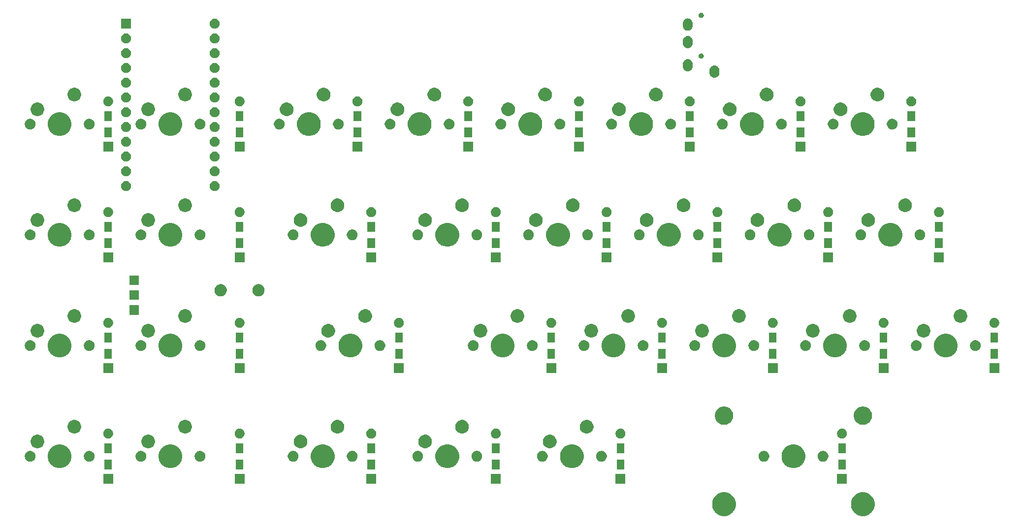
<source format=gbr>
G04 #@! TF.GenerationSoftware,KiCad,Pcbnew,(5.1.4)-1*
G04 #@! TF.CreationDate,2020-11-20T09:34:23-08:00*
G04 #@! TF.ProjectId,_autosave-_autosave-_autosave-_autosave-uwu-55,5f617574-6f73-4617-9665-2d5f6175746f,rev?*
G04 #@! TF.SameCoordinates,Original*
G04 #@! TF.FileFunction,Soldermask,Top*
G04 #@! TF.FilePolarity,Negative*
%FSLAX46Y46*%
G04 Gerber Fmt 4.6, Leading zero omitted, Abs format (unit mm)*
G04 Created by KiCad (PCBNEW (5.1.4)-1) date 2020-11-20 09:34:23*
%MOMM*%
%LPD*%
G04 APERTURE LIST*
%ADD10C,0.100000*%
G04 APERTURE END LIST*
D10*
G36*
X97465724Y-130113684D02*
G01*
X97683724Y-130203983D01*
X97837873Y-130267833D01*
X98172798Y-130491623D01*
X98457627Y-130776452D01*
X98681417Y-131111377D01*
X98681417Y-131111378D01*
X98835566Y-131483526D01*
X98914150Y-131878594D01*
X98914150Y-132281406D01*
X98835566Y-132676474D01*
X98745267Y-132894474D01*
X98681417Y-133048623D01*
X98457627Y-133383548D01*
X98172798Y-133668377D01*
X97837873Y-133892167D01*
X97683724Y-133956017D01*
X97465724Y-134046316D01*
X97070656Y-134124900D01*
X96667844Y-134124900D01*
X96272776Y-134046316D01*
X96054776Y-133956017D01*
X95900627Y-133892167D01*
X95565702Y-133668377D01*
X95280873Y-133383548D01*
X95057083Y-133048623D01*
X94993233Y-132894474D01*
X94902934Y-132676474D01*
X94824350Y-132281406D01*
X94824350Y-131878594D01*
X94902934Y-131483526D01*
X95057083Y-131111378D01*
X95057083Y-131111377D01*
X95280873Y-130776452D01*
X95565702Y-130491623D01*
X95900627Y-130267833D01*
X96054776Y-130203983D01*
X96272776Y-130113684D01*
X96667844Y-130035100D01*
X97070656Y-130035100D01*
X97465724Y-130113684D01*
X97465724Y-130113684D01*
G37*
G36*
X73589724Y-130113684D02*
G01*
X73807724Y-130203983D01*
X73961873Y-130267833D01*
X74296798Y-130491623D01*
X74581627Y-130776452D01*
X74805417Y-131111377D01*
X74805417Y-131111378D01*
X74959566Y-131483526D01*
X75038150Y-131878594D01*
X75038150Y-132281406D01*
X74959566Y-132676474D01*
X74869267Y-132894474D01*
X74805417Y-133048623D01*
X74581627Y-133383548D01*
X74296798Y-133668377D01*
X73961873Y-133892167D01*
X73807724Y-133956017D01*
X73589724Y-134046316D01*
X73194656Y-134124900D01*
X72791844Y-134124900D01*
X72396776Y-134046316D01*
X72178776Y-133956017D01*
X72024627Y-133892167D01*
X71689702Y-133668377D01*
X71404873Y-133383548D01*
X71181083Y-133048623D01*
X71117233Y-132894474D01*
X71026934Y-132676474D01*
X70948350Y-132281406D01*
X70948350Y-131878594D01*
X71026934Y-131483526D01*
X71181083Y-131111378D01*
X71181083Y-131111377D01*
X71404873Y-130776452D01*
X71689702Y-130491623D01*
X72024627Y-130267833D01*
X72178776Y-130203983D01*
X72396776Y-130113684D01*
X72791844Y-130035100D01*
X73194656Y-130035100D01*
X73589724Y-130113684D01*
X73589724Y-130113684D01*
G37*
G36*
X56032500Y-128576000D02*
G01*
X54330500Y-128576000D01*
X54330500Y-126874000D01*
X56032500Y-126874000D01*
X56032500Y-128576000D01*
X56032500Y-128576000D01*
G37*
G36*
X34601250Y-128576000D02*
G01*
X32899250Y-128576000D01*
X32899250Y-126874000D01*
X34601250Y-126874000D01*
X34601250Y-128576000D01*
X34601250Y-128576000D01*
G37*
G36*
X94132500Y-128576000D02*
G01*
X92430500Y-128576000D01*
X92430500Y-126874000D01*
X94132500Y-126874000D01*
X94132500Y-128576000D01*
X94132500Y-128576000D01*
G37*
G36*
X-32073750Y-128576000D02*
G01*
X-33775750Y-128576000D01*
X-33775750Y-126874000D01*
X-32073750Y-126874000D01*
X-32073750Y-128576000D01*
X-32073750Y-128576000D01*
G37*
G36*
X13170000Y-128576000D02*
G01*
X11468000Y-128576000D01*
X11468000Y-126874000D01*
X13170000Y-126874000D01*
X13170000Y-128576000D01*
X13170000Y-128576000D01*
G37*
G36*
X-9467750Y-128576000D02*
G01*
X-11169750Y-128576000D01*
X-11169750Y-126874000D01*
X-9467750Y-126874000D01*
X-9467750Y-128576000D01*
X-9467750Y-128576000D01*
G37*
G36*
X-9667750Y-126076000D02*
G01*
X-10969750Y-126076000D01*
X-10969750Y-124374000D01*
X-9667750Y-124374000D01*
X-9667750Y-126076000D01*
X-9667750Y-126076000D01*
G37*
G36*
X93932500Y-126076000D02*
G01*
X92630500Y-126076000D01*
X92630500Y-124374000D01*
X93932500Y-124374000D01*
X93932500Y-126076000D01*
X93932500Y-126076000D01*
G37*
G36*
X12970000Y-126076000D02*
G01*
X11668000Y-126076000D01*
X11668000Y-124374000D01*
X12970000Y-124374000D01*
X12970000Y-126076000D01*
X12970000Y-126076000D01*
G37*
G36*
X55832500Y-126076000D02*
G01*
X54530500Y-126076000D01*
X54530500Y-124374000D01*
X55832500Y-124374000D01*
X55832500Y-126076000D01*
X55832500Y-126076000D01*
G37*
G36*
X34401250Y-126076000D02*
G01*
X33099250Y-126076000D01*
X33099250Y-124374000D01*
X34401250Y-124374000D01*
X34401250Y-126076000D01*
X34401250Y-126076000D01*
G37*
G36*
X-32273750Y-126076000D02*
G01*
X-33575750Y-126076000D01*
X-33575750Y-124374000D01*
X-32273750Y-124374000D01*
X-32273750Y-126076000D01*
X-32273750Y-126076000D01*
G37*
G36*
X47427724Y-121858684D02*
G01*
X47645724Y-121948983D01*
X47799873Y-122012833D01*
X48134798Y-122236623D01*
X48419627Y-122521452D01*
X48643417Y-122856377D01*
X48675812Y-122934586D01*
X48797566Y-123228526D01*
X48876150Y-123623594D01*
X48876150Y-124026406D01*
X48797566Y-124421474D01*
X48746701Y-124544272D01*
X48643417Y-124793623D01*
X48419627Y-125128548D01*
X48134798Y-125413377D01*
X47799873Y-125637167D01*
X47645724Y-125701017D01*
X47427724Y-125791316D01*
X47032656Y-125869900D01*
X46629844Y-125869900D01*
X46234776Y-125791316D01*
X46016776Y-125701017D01*
X45862627Y-125637167D01*
X45527702Y-125413377D01*
X45242873Y-125128548D01*
X45019083Y-124793623D01*
X44915799Y-124544272D01*
X44864934Y-124421474D01*
X44786350Y-124026406D01*
X44786350Y-123623594D01*
X44864934Y-123228526D01*
X44986688Y-122934586D01*
X45019083Y-122856377D01*
X45242873Y-122521452D01*
X45527702Y-122236623D01*
X45862627Y-122012833D01*
X46016776Y-121948983D01*
X46234776Y-121858684D01*
X46629844Y-121780100D01*
X47032656Y-121780100D01*
X47427724Y-121858684D01*
X47427724Y-121858684D01*
G37*
G36*
X85527724Y-121858684D02*
G01*
X85745724Y-121948983D01*
X85899873Y-122012833D01*
X86234798Y-122236623D01*
X86519627Y-122521452D01*
X86743417Y-122856377D01*
X86775812Y-122934586D01*
X86897566Y-123228526D01*
X86976150Y-123623594D01*
X86976150Y-124026406D01*
X86897566Y-124421474D01*
X86846701Y-124544272D01*
X86743417Y-124793623D01*
X86519627Y-125128548D01*
X86234798Y-125413377D01*
X85899873Y-125637167D01*
X85745724Y-125701017D01*
X85527724Y-125791316D01*
X85132656Y-125869900D01*
X84729844Y-125869900D01*
X84334776Y-125791316D01*
X84116776Y-125701017D01*
X83962627Y-125637167D01*
X83627702Y-125413377D01*
X83342873Y-125128548D01*
X83119083Y-124793623D01*
X83015799Y-124544272D01*
X82964934Y-124421474D01*
X82886350Y-124026406D01*
X82886350Y-123623594D01*
X82964934Y-123228526D01*
X83086688Y-122934586D01*
X83119083Y-122856377D01*
X83342873Y-122521452D01*
X83627702Y-122236623D01*
X83962627Y-122012833D01*
X84116776Y-121948983D01*
X84334776Y-121858684D01*
X84729844Y-121780100D01*
X85132656Y-121780100D01*
X85527724Y-121858684D01*
X85527724Y-121858684D01*
G37*
G36*
X-21628526Y-121858684D02*
G01*
X-21410526Y-121948983D01*
X-21256377Y-122012833D01*
X-20921452Y-122236623D01*
X-20636623Y-122521452D01*
X-20412833Y-122856377D01*
X-20380438Y-122934586D01*
X-20258684Y-123228526D01*
X-20180100Y-123623594D01*
X-20180100Y-124026406D01*
X-20258684Y-124421474D01*
X-20309549Y-124544272D01*
X-20412833Y-124793623D01*
X-20636623Y-125128548D01*
X-20921452Y-125413377D01*
X-21256377Y-125637167D01*
X-21410526Y-125701017D01*
X-21628526Y-125791316D01*
X-22023594Y-125869900D01*
X-22426406Y-125869900D01*
X-22821474Y-125791316D01*
X-23039474Y-125701017D01*
X-23193623Y-125637167D01*
X-23528548Y-125413377D01*
X-23813377Y-125128548D01*
X-24037167Y-124793623D01*
X-24140451Y-124544272D01*
X-24191316Y-124421474D01*
X-24269900Y-124026406D01*
X-24269900Y-123623594D01*
X-24191316Y-123228526D01*
X-24069562Y-122934586D01*
X-24037167Y-122856377D01*
X-23813377Y-122521452D01*
X-23528548Y-122236623D01*
X-23193623Y-122012833D01*
X-23039474Y-121948983D01*
X-22821474Y-121858684D01*
X-22426406Y-121780100D01*
X-22023594Y-121780100D01*
X-21628526Y-121858684D01*
X-21628526Y-121858684D01*
G37*
G36*
X-40678526Y-121858684D02*
G01*
X-40460526Y-121948983D01*
X-40306377Y-122012833D01*
X-39971452Y-122236623D01*
X-39686623Y-122521452D01*
X-39462833Y-122856377D01*
X-39430438Y-122934586D01*
X-39308684Y-123228526D01*
X-39230100Y-123623594D01*
X-39230100Y-124026406D01*
X-39308684Y-124421474D01*
X-39359549Y-124544272D01*
X-39462833Y-124793623D01*
X-39686623Y-125128548D01*
X-39971452Y-125413377D01*
X-40306377Y-125637167D01*
X-40460526Y-125701017D01*
X-40678526Y-125791316D01*
X-41073594Y-125869900D01*
X-41476406Y-125869900D01*
X-41871474Y-125791316D01*
X-42089474Y-125701017D01*
X-42243623Y-125637167D01*
X-42578548Y-125413377D01*
X-42863377Y-125128548D01*
X-43087167Y-124793623D01*
X-43190451Y-124544272D01*
X-43241316Y-124421474D01*
X-43319900Y-124026406D01*
X-43319900Y-123623594D01*
X-43241316Y-123228526D01*
X-43119562Y-122934586D01*
X-43087167Y-122856377D01*
X-42863377Y-122521452D01*
X-42578548Y-122236623D01*
X-42243623Y-122012833D01*
X-42089474Y-121948983D01*
X-41871474Y-121858684D01*
X-41476406Y-121780100D01*
X-41073594Y-121780100D01*
X-40678526Y-121858684D01*
X-40678526Y-121858684D01*
G37*
G36*
X25996474Y-121858684D02*
G01*
X26214474Y-121948983D01*
X26368623Y-122012833D01*
X26703548Y-122236623D01*
X26988377Y-122521452D01*
X27212167Y-122856377D01*
X27244562Y-122934586D01*
X27366316Y-123228526D01*
X27444900Y-123623594D01*
X27444900Y-124026406D01*
X27366316Y-124421474D01*
X27315451Y-124544272D01*
X27212167Y-124793623D01*
X26988377Y-125128548D01*
X26703548Y-125413377D01*
X26368623Y-125637167D01*
X26214474Y-125701017D01*
X25996474Y-125791316D01*
X25601406Y-125869900D01*
X25198594Y-125869900D01*
X24803526Y-125791316D01*
X24585526Y-125701017D01*
X24431377Y-125637167D01*
X24096452Y-125413377D01*
X23811623Y-125128548D01*
X23587833Y-124793623D01*
X23484549Y-124544272D01*
X23433684Y-124421474D01*
X23355100Y-124026406D01*
X23355100Y-123623594D01*
X23433684Y-123228526D01*
X23555438Y-122934586D01*
X23587833Y-122856377D01*
X23811623Y-122521452D01*
X24096452Y-122236623D01*
X24431377Y-122012833D01*
X24585526Y-121948983D01*
X24803526Y-121858684D01*
X25198594Y-121780100D01*
X25601406Y-121780100D01*
X25996474Y-121858684D01*
X25996474Y-121858684D01*
G37*
G36*
X4565224Y-121858684D02*
G01*
X4783224Y-121948983D01*
X4937373Y-122012833D01*
X5272298Y-122236623D01*
X5557127Y-122521452D01*
X5780917Y-122856377D01*
X5813312Y-122934586D01*
X5935066Y-123228526D01*
X6013650Y-123623594D01*
X6013650Y-124026406D01*
X5935066Y-124421474D01*
X5884201Y-124544272D01*
X5780917Y-124793623D01*
X5557127Y-125128548D01*
X5272298Y-125413377D01*
X4937373Y-125637167D01*
X4783224Y-125701017D01*
X4565224Y-125791316D01*
X4170156Y-125869900D01*
X3767344Y-125869900D01*
X3372276Y-125791316D01*
X3154276Y-125701017D01*
X3000127Y-125637167D01*
X2665202Y-125413377D01*
X2380373Y-125128548D01*
X2156583Y-124793623D01*
X2053299Y-124544272D01*
X2002434Y-124421474D01*
X1923850Y-124026406D01*
X1923850Y-123623594D01*
X2002434Y-123228526D01*
X2124188Y-122934586D01*
X2156583Y-122856377D01*
X2380373Y-122521452D01*
X2665202Y-122236623D01*
X3000127Y-122012833D01*
X3154276Y-121948983D01*
X3372276Y-121858684D01*
X3767344Y-121780100D01*
X4170156Y-121780100D01*
X4565224Y-121858684D01*
X4565224Y-121858684D01*
G37*
G36*
X52181354Y-122934585D02*
G01*
X52349876Y-123004389D01*
X52501541Y-123105728D01*
X52630522Y-123234709D01*
X52731861Y-123386374D01*
X52801665Y-123554896D01*
X52837250Y-123733797D01*
X52837250Y-123916203D01*
X52801665Y-124095104D01*
X52731861Y-124263626D01*
X52630522Y-124415291D01*
X52501541Y-124544272D01*
X52349876Y-124645611D01*
X52181354Y-124715415D01*
X52002453Y-124751000D01*
X51820047Y-124751000D01*
X51641146Y-124715415D01*
X51472624Y-124645611D01*
X51320959Y-124544272D01*
X51191978Y-124415291D01*
X51090639Y-124263626D01*
X51020835Y-124095104D01*
X50985250Y-123916203D01*
X50985250Y-123733797D01*
X51020835Y-123554896D01*
X51090639Y-123386374D01*
X51191978Y-123234709D01*
X51320959Y-123105728D01*
X51472624Y-123004389D01*
X51641146Y-122934585D01*
X51820047Y-122899000D01*
X52002453Y-122899000D01*
X52181354Y-122934585D01*
X52181354Y-122934585D01*
G37*
G36*
X-16874896Y-122934585D02*
G01*
X-16706374Y-123004389D01*
X-16554709Y-123105728D01*
X-16425728Y-123234709D01*
X-16324389Y-123386374D01*
X-16254585Y-123554896D01*
X-16219000Y-123733797D01*
X-16219000Y-123916203D01*
X-16254585Y-124095104D01*
X-16324389Y-124263626D01*
X-16425728Y-124415291D01*
X-16554709Y-124544272D01*
X-16706374Y-124645611D01*
X-16874896Y-124715415D01*
X-17053797Y-124751000D01*
X-17236203Y-124751000D01*
X-17415104Y-124715415D01*
X-17583626Y-124645611D01*
X-17735291Y-124544272D01*
X-17864272Y-124415291D01*
X-17965611Y-124263626D01*
X-18035415Y-124095104D01*
X-18071000Y-123916203D01*
X-18071000Y-123733797D01*
X-18035415Y-123554896D01*
X-17965611Y-123386374D01*
X-17864272Y-123234709D01*
X-17735291Y-123105728D01*
X-17583626Y-123004389D01*
X-17415104Y-122934585D01*
X-17236203Y-122899000D01*
X-17053797Y-122899000D01*
X-16874896Y-122934585D01*
X-16874896Y-122934585D01*
G37*
G36*
X-35924896Y-122934585D02*
G01*
X-35756374Y-123004389D01*
X-35604709Y-123105728D01*
X-35475728Y-123234709D01*
X-35374389Y-123386374D01*
X-35304585Y-123554896D01*
X-35269000Y-123733797D01*
X-35269000Y-123916203D01*
X-35304585Y-124095104D01*
X-35374389Y-124263626D01*
X-35475728Y-124415291D01*
X-35604709Y-124544272D01*
X-35756374Y-124645611D01*
X-35924896Y-124715415D01*
X-36103797Y-124751000D01*
X-36286203Y-124751000D01*
X-36465104Y-124715415D01*
X-36633626Y-124645611D01*
X-36785291Y-124544272D01*
X-36914272Y-124415291D01*
X-37015611Y-124263626D01*
X-37085415Y-124095104D01*
X-37121000Y-123916203D01*
X-37121000Y-123733797D01*
X-37085415Y-123554896D01*
X-37015611Y-123386374D01*
X-36914272Y-123234709D01*
X-36785291Y-123105728D01*
X-36633626Y-123004389D01*
X-36465104Y-122934585D01*
X-36286203Y-122899000D01*
X-36103797Y-122899000D01*
X-35924896Y-122934585D01*
X-35924896Y-122934585D01*
G37*
G36*
X-46084896Y-122934585D02*
G01*
X-45916374Y-123004389D01*
X-45764709Y-123105728D01*
X-45635728Y-123234709D01*
X-45534389Y-123386374D01*
X-45464585Y-123554896D01*
X-45429000Y-123733797D01*
X-45429000Y-123916203D01*
X-45464585Y-124095104D01*
X-45534389Y-124263626D01*
X-45635728Y-124415291D01*
X-45764709Y-124544272D01*
X-45916374Y-124645611D01*
X-46084896Y-124715415D01*
X-46263797Y-124751000D01*
X-46446203Y-124751000D01*
X-46625104Y-124715415D01*
X-46793626Y-124645611D01*
X-46945291Y-124544272D01*
X-47074272Y-124415291D01*
X-47175611Y-124263626D01*
X-47245415Y-124095104D01*
X-47281000Y-123916203D01*
X-47281000Y-123733797D01*
X-47245415Y-123554896D01*
X-47175611Y-123386374D01*
X-47074272Y-123234709D01*
X-46945291Y-123105728D01*
X-46793626Y-123004389D01*
X-46625104Y-122934585D01*
X-46446203Y-122899000D01*
X-46263797Y-122899000D01*
X-46084896Y-122934585D01*
X-46084896Y-122934585D01*
G37*
G36*
X-27034896Y-122934585D02*
G01*
X-26866374Y-123004389D01*
X-26714709Y-123105728D01*
X-26585728Y-123234709D01*
X-26484389Y-123386374D01*
X-26414585Y-123554896D01*
X-26379000Y-123733797D01*
X-26379000Y-123916203D01*
X-26414585Y-124095104D01*
X-26484389Y-124263626D01*
X-26585728Y-124415291D01*
X-26714709Y-124544272D01*
X-26866374Y-124645611D01*
X-27034896Y-124715415D01*
X-27213797Y-124751000D01*
X-27396203Y-124751000D01*
X-27575104Y-124715415D01*
X-27743626Y-124645611D01*
X-27895291Y-124544272D01*
X-28024272Y-124415291D01*
X-28125611Y-124263626D01*
X-28195415Y-124095104D01*
X-28231000Y-123916203D01*
X-28231000Y-123733797D01*
X-28195415Y-123554896D01*
X-28125611Y-123386374D01*
X-28024272Y-123234709D01*
X-27895291Y-123105728D01*
X-27743626Y-123004389D01*
X-27575104Y-122934585D01*
X-27396203Y-122899000D01*
X-27213797Y-122899000D01*
X-27034896Y-122934585D01*
X-27034896Y-122934585D01*
G37*
G36*
X30750104Y-122934585D02*
G01*
X30918626Y-123004389D01*
X31070291Y-123105728D01*
X31199272Y-123234709D01*
X31300611Y-123386374D01*
X31370415Y-123554896D01*
X31406000Y-123733797D01*
X31406000Y-123916203D01*
X31370415Y-124095104D01*
X31300611Y-124263626D01*
X31199272Y-124415291D01*
X31070291Y-124544272D01*
X30918626Y-124645611D01*
X30750104Y-124715415D01*
X30571203Y-124751000D01*
X30388797Y-124751000D01*
X30209896Y-124715415D01*
X30041374Y-124645611D01*
X29889709Y-124544272D01*
X29760728Y-124415291D01*
X29659389Y-124263626D01*
X29589585Y-124095104D01*
X29554000Y-123916203D01*
X29554000Y-123733797D01*
X29589585Y-123554896D01*
X29659389Y-123386374D01*
X29760728Y-123234709D01*
X29889709Y-123105728D01*
X30041374Y-123004389D01*
X30209896Y-122934585D01*
X30388797Y-122899000D01*
X30571203Y-122899000D01*
X30750104Y-122934585D01*
X30750104Y-122934585D01*
G37*
G36*
X20590104Y-122934585D02*
G01*
X20758626Y-123004389D01*
X20910291Y-123105728D01*
X21039272Y-123234709D01*
X21140611Y-123386374D01*
X21210415Y-123554896D01*
X21246000Y-123733797D01*
X21246000Y-123916203D01*
X21210415Y-124095104D01*
X21140611Y-124263626D01*
X21039272Y-124415291D01*
X20910291Y-124544272D01*
X20758626Y-124645611D01*
X20590104Y-124715415D01*
X20411203Y-124751000D01*
X20228797Y-124751000D01*
X20049896Y-124715415D01*
X19881374Y-124645611D01*
X19729709Y-124544272D01*
X19600728Y-124415291D01*
X19499389Y-124263626D01*
X19429585Y-124095104D01*
X19394000Y-123916203D01*
X19394000Y-123733797D01*
X19429585Y-123554896D01*
X19499389Y-123386374D01*
X19600728Y-123234709D01*
X19729709Y-123105728D01*
X19881374Y-123004389D01*
X20049896Y-122934585D01*
X20228797Y-122899000D01*
X20411203Y-122899000D01*
X20590104Y-122934585D01*
X20590104Y-122934585D01*
G37*
G36*
X90281354Y-122934585D02*
G01*
X90449876Y-123004389D01*
X90601541Y-123105728D01*
X90730522Y-123234709D01*
X90831861Y-123386374D01*
X90901665Y-123554896D01*
X90937250Y-123733797D01*
X90937250Y-123916203D01*
X90901665Y-124095104D01*
X90831861Y-124263626D01*
X90730522Y-124415291D01*
X90601541Y-124544272D01*
X90449876Y-124645611D01*
X90281354Y-124715415D01*
X90102453Y-124751000D01*
X89920047Y-124751000D01*
X89741146Y-124715415D01*
X89572624Y-124645611D01*
X89420959Y-124544272D01*
X89291978Y-124415291D01*
X89190639Y-124263626D01*
X89120835Y-124095104D01*
X89085250Y-123916203D01*
X89085250Y-123733797D01*
X89120835Y-123554896D01*
X89190639Y-123386374D01*
X89291978Y-123234709D01*
X89420959Y-123105728D01*
X89572624Y-123004389D01*
X89741146Y-122934585D01*
X89920047Y-122899000D01*
X90102453Y-122899000D01*
X90281354Y-122934585D01*
X90281354Y-122934585D01*
G37*
G36*
X9318854Y-122934585D02*
G01*
X9487376Y-123004389D01*
X9639041Y-123105728D01*
X9768022Y-123234709D01*
X9869361Y-123386374D01*
X9939165Y-123554896D01*
X9974750Y-123733797D01*
X9974750Y-123916203D01*
X9939165Y-124095104D01*
X9869361Y-124263626D01*
X9768022Y-124415291D01*
X9639041Y-124544272D01*
X9487376Y-124645611D01*
X9318854Y-124715415D01*
X9139953Y-124751000D01*
X8957547Y-124751000D01*
X8778646Y-124715415D01*
X8610124Y-124645611D01*
X8458459Y-124544272D01*
X8329478Y-124415291D01*
X8228139Y-124263626D01*
X8158335Y-124095104D01*
X8122750Y-123916203D01*
X8122750Y-123733797D01*
X8158335Y-123554896D01*
X8228139Y-123386374D01*
X8329478Y-123234709D01*
X8458459Y-123105728D01*
X8610124Y-123004389D01*
X8778646Y-122934585D01*
X8957547Y-122899000D01*
X9139953Y-122899000D01*
X9318854Y-122934585D01*
X9318854Y-122934585D01*
G37*
G36*
X-841146Y-122934585D02*
G01*
X-672624Y-123004389D01*
X-520959Y-123105728D01*
X-391978Y-123234709D01*
X-290639Y-123386374D01*
X-220835Y-123554896D01*
X-185250Y-123733797D01*
X-185250Y-123916203D01*
X-220835Y-124095104D01*
X-290639Y-124263626D01*
X-391978Y-124415291D01*
X-520959Y-124544272D01*
X-672624Y-124645611D01*
X-841146Y-124715415D01*
X-1020047Y-124751000D01*
X-1202453Y-124751000D01*
X-1381354Y-124715415D01*
X-1549876Y-124645611D01*
X-1701541Y-124544272D01*
X-1830522Y-124415291D01*
X-1931861Y-124263626D01*
X-2001665Y-124095104D01*
X-2037250Y-123916203D01*
X-2037250Y-123733797D01*
X-2001665Y-123554896D01*
X-1931861Y-123386374D01*
X-1830522Y-123234709D01*
X-1701541Y-123105728D01*
X-1549876Y-123004389D01*
X-1381354Y-122934585D01*
X-1202453Y-122899000D01*
X-1020047Y-122899000D01*
X-841146Y-122934585D01*
X-841146Y-122934585D01*
G37*
G36*
X80121354Y-122934585D02*
G01*
X80289876Y-123004389D01*
X80441541Y-123105728D01*
X80570522Y-123234709D01*
X80671861Y-123386374D01*
X80741665Y-123554896D01*
X80777250Y-123733797D01*
X80777250Y-123916203D01*
X80741665Y-124095104D01*
X80671861Y-124263626D01*
X80570522Y-124415291D01*
X80441541Y-124544272D01*
X80289876Y-124645611D01*
X80121354Y-124715415D01*
X79942453Y-124751000D01*
X79760047Y-124751000D01*
X79581146Y-124715415D01*
X79412624Y-124645611D01*
X79260959Y-124544272D01*
X79131978Y-124415291D01*
X79030639Y-124263626D01*
X78960835Y-124095104D01*
X78925250Y-123916203D01*
X78925250Y-123733797D01*
X78960835Y-123554896D01*
X79030639Y-123386374D01*
X79131978Y-123234709D01*
X79260959Y-123105728D01*
X79412624Y-123004389D01*
X79581146Y-122934585D01*
X79760047Y-122899000D01*
X79942453Y-122899000D01*
X80121354Y-122934585D01*
X80121354Y-122934585D01*
G37*
G36*
X42021354Y-122934585D02*
G01*
X42189876Y-123004389D01*
X42341541Y-123105728D01*
X42470522Y-123234709D01*
X42571861Y-123386374D01*
X42641665Y-123554896D01*
X42677250Y-123733797D01*
X42677250Y-123916203D01*
X42641665Y-124095104D01*
X42571861Y-124263626D01*
X42470522Y-124415291D01*
X42341541Y-124544272D01*
X42189876Y-124645611D01*
X42021354Y-124715415D01*
X41842453Y-124751000D01*
X41660047Y-124751000D01*
X41481146Y-124715415D01*
X41312624Y-124645611D01*
X41160959Y-124544272D01*
X41031978Y-124415291D01*
X40930639Y-124263626D01*
X40860835Y-124095104D01*
X40825250Y-123916203D01*
X40825250Y-123733797D01*
X40860835Y-123554896D01*
X40930639Y-123386374D01*
X41031978Y-123234709D01*
X41160959Y-123105728D01*
X41312624Y-123004389D01*
X41481146Y-122934585D01*
X41660047Y-122899000D01*
X41842453Y-122899000D01*
X42021354Y-122934585D01*
X42021354Y-122934585D01*
G37*
G36*
X34401250Y-123276000D02*
G01*
X33099250Y-123276000D01*
X33099250Y-121574000D01*
X34401250Y-121574000D01*
X34401250Y-123276000D01*
X34401250Y-123276000D01*
G37*
G36*
X-9667750Y-123276000D02*
G01*
X-10969750Y-123276000D01*
X-10969750Y-121574000D01*
X-9667750Y-121574000D01*
X-9667750Y-123276000D01*
X-9667750Y-123276000D01*
G37*
G36*
X12970000Y-123276000D02*
G01*
X11668000Y-123276000D01*
X11668000Y-121574000D01*
X12970000Y-121574000D01*
X12970000Y-123276000D01*
X12970000Y-123276000D01*
G37*
G36*
X93932500Y-123276000D02*
G01*
X92630500Y-123276000D01*
X92630500Y-121574000D01*
X93932500Y-121574000D01*
X93932500Y-123276000D01*
X93932500Y-123276000D01*
G37*
G36*
X-32273750Y-123276000D02*
G01*
X-33575750Y-123276000D01*
X-33575750Y-121574000D01*
X-32273750Y-121574000D01*
X-32273750Y-123276000D01*
X-32273750Y-123276000D01*
G37*
G36*
X55832500Y-123276000D02*
G01*
X54530500Y-123276000D01*
X54530500Y-121574000D01*
X55832500Y-121574000D01*
X55832500Y-123276000D01*
X55832500Y-123276000D01*
G37*
G36*
X350310Y-120124064D02*
G01*
X501777Y-120154193D01*
X715795Y-120242842D01*
X715796Y-120242843D01*
X908404Y-120371539D01*
X1072211Y-120535346D01*
X1158008Y-120663751D01*
X1200908Y-120727955D01*
X1289557Y-120941973D01*
X1334750Y-121169174D01*
X1334750Y-121400826D01*
X1289557Y-121628027D01*
X1200908Y-121842045D01*
X1200907Y-121842046D01*
X1072211Y-122034654D01*
X908404Y-122198461D01*
X851290Y-122236623D01*
X715795Y-122327158D01*
X501777Y-122415807D01*
X350310Y-122445936D01*
X274577Y-122461000D01*
X42923Y-122461000D01*
X-32810Y-122445936D01*
X-184277Y-122415807D01*
X-398295Y-122327158D01*
X-533790Y-122236623D01*
X-590904Y-122198461D01*
X-754711Y-122034654D01*
X-883407Y-121842046D01*
X-883408Y-121842045D01*
X-972057Y-121628027D01*
X-1017250Y-121400826D01*
X-1017250Y-121169174D01*
X-972057Y-120941973D01*
X-883408Y-120727955D01*
X-840508Y-120663751D01*
X-754711Y-120535346D01*
X-590904Y-120371539D01*
X-398296Y-120242843D01*
X-398295Y-120242842D01*
X-184277Y-120154193D01*
X-32810Y-120124064D01*
X42923Y-120109000D01*
X274577Y-120109000D01*
X350310Y-120124064D01*
X350310Y-120124064D01*
G37*
G36*
X-44893440Y-120124064D02*
G01*
X-44741973Y-120154193D01*
X-44527955Y-120242842D01*
X-44527954Y-120242843D01*
X-44335346Y-120371539D01*
X-44171539Y-120535346D01*
X-44085742Y-120663751D01*
X-44042842Y-120727955D01*
X-43954193Y-120941973D01*
X-43909000Y-121169174D01*
X-43909000Y-121400826D01*
X-43954193Y-121628027D01*
X-44042842Y-121842045D01*
X-44042843Y-121842046D01*
X-44171539Y-122034654D01*
X-44335346Y-122198461D01*
X-44392460Y-122236623D01*
X-44527955Y-122327158D01*
X-44741973Y-122415807D01*
X-44893440Y-122445936D01*
X-44969173Y-122461000D01*
X-45200827Y-122461000D01*
X-45276560Y-122445936D01*
X-45428027Y-122415807D01*
X-45642045Y-122327158D01*
X-45777540Y-122236623D01*
X-45834654Y-122198461D01*
X-45998461Y-122034654D01*
X-46127157Y-121842046D01*
X-46127158Y-121842045D01*
X-46215807Y-121628027D01*
X-46261000Y-121400826D01*
X-46261000Y-121169174D01*
X-46215807Y-120941973D01*
X-46127158Y-120727955D01*
X-46084258Y-120663751D01*
X-45998461Y-120535346D01*
X-45834654Y-120371539D01*
X-45642046Y-120242843D01*
X-45642045Y-120242842D01*
X-45428027Y-120154193D01*
X-45276560Y-120124064D01*
X-45200827Y-120109000D01*
X-44969173Y-120109000D01*
X-44893440Y-120124064D01*
X-44893440Y-120124064D01*
G37*
G36*
X-25843440Y-120124064D02*
G01*
X-25691973Y-120154193D01*
X-25477955Y-120242842D01*
X-25477954Y-120242843D01*
X-25285346Y-120371539D01*
X-25121539Y-120535346D01*
X-25035742Y-120663751D01*
X-24992842Y-120727955D01*
X-24904193Y-120941973D01*
X-24859000Y-121169174D01*
X-24859000Y-121400826D01*
X-24904193Y-121628027D01*
X-24992842Y-121842045D01*
X-24992843Y-121842046D01*
X-25121539Y-122034654D01*
X-25285346Y-122198461D01*
X-25342460Y-122236623D01*
X-25477955Y-122327158D01*
X-25691973Y-122415807D01*
X-25843440Y-122445936D01*
X-25919173Y-122461000D01*
X-26150827Y-122461000D01*
X-26226560Y-122445936D01*
X-26378027Y-122415807D01*
X-26592045Y-122327158D01*
X-26727540Y-122236623D01*
X-26784654Y-122198461D01*
X-26948461Y-122034654D01*
X-27077157Y-121842046D01*
X-27077158Y-121842045D01*
X-27165807Y-121628027D01*
X-27211000Y-121400826D01*
X-27211000Y-121169174D01*
X-27165807Y-120941973D01*
X-27077158Y-120727955D01*
X-27034258Y-120663751D01*
X-26948461Y-120535346D01*
X-26784654Y-120371539D01*
X-26592046Y-120242843D01*
X-26592045Y-120242842D01*
X-26378027Y-120154193D01*
X-26226560Y-120124064D01*
X-26150827Y-120109000D01*
X-25919173Y-120109000D01*
X-25843440Y-120124064D01*
X-25843440Y-120124064D01*
G37*
G36*
X43212810Y-120124064D02*
G01*
X43364277Y-120154193D01*
X43578295Y-120242842D01*
X43578296Y-120242843D01*
X43770904Y-120371539D01*
X43934711Y-120535346D01*
X44020508Y-120663751D01*
X44063408Y-120727955D01*
X44152057Y-120941973D01*
X44197250Y-121169174D01*
X44197250Y-121400826D01*
X44152057Y-121628027D01*
X44063408Y-121842045D01*
X44063407Y-121842046D01*
X43934711Y-122034654D01*
X43770904Y-122198461D01*
X43713790Y-122236623D01*
X43578295Y-122327158D01*
X43364277Y-122415807D01*
X43212810Y-122445936D01*
X43137077Y-122461000D01*
X42905423Y-122461000D01*
X42829690Y-122445936D01*
X42678223Y-122415807D01*
X42464205Y-122327158D01*
X42328710Y-122236623D01*
X42271596Y-122198461D01*
X42107789Y-122034654D01*
X41979093Y-121842046D01*
X41979092Y-121842045D01*
X41890443Y-121628027D01*
X41845250Y-121400826D01*
X41845250Y-121169174D01*
X41890443Y-120941973D01*
X41979092Y-120727955D01*
X42021992Y-120663751D01*
X42107789Y-120535346D01*
X42271596Y-120371539D01*
X42464204Y-120242843D01*
X42464205Y-120242842D01*
X42678223Y-120154193D01*
X42829690Y-120124064D01*
X42905423Y-120109000D01*
X43137077Y-120109000D01*
X43212810Y-120124064D01*
X43212810Y-120124064D01*
G37*
G36*
X21781560Y-120124064D02*
G01*
X21933027Y-120154193D01*
X22147045Y-120242842D01*
X22147046Y-120242843D01*
X22339654Y-120371539D01*
X22503461Y-120535346D01*
X22589258Y-120663751D01*
X22632158Y-120727955D01*
X22720807Y-120941973D01*
X22766000Y-121169174D01*
X22766000Y-121400826D01*
X22720807Y-121628027D01*
X22632158Y-121842045D01*
X22632157Y-121842046D01*
X22503461Y-122034654D01*
X22339654Y-122198461D01*
X22282540Y-122236623D01*
X22147045Y-122327158D01*
X21933027Y-122415807D01*
X21781560Y-122445936D01*
X21705827Y-122461000D01*
X21474173Y-122461000D01*
X21398440Y-122445936D01*
X21246973Y-122415807D01*
X21032955Y-122327158D01*
X20897460Y-122236623D01*
X20840346Y-122198461D01*
X20676539Y-122034654D01*
X20547843Y-121842046D01*
X20547842Y-121842045D01*
X20459193Y-121628027D01*
X20414000Y-121400826D01*
X20414000Y-121169174D01*
X20459193Y-120941973D01*
X20547842Y-120727955D01*
X20590742Y-120663751D01*
X20676539Y-120535346D01*
X20840346Y-120371539D01*
X21032954Y-120242843D01*
X21032955Y-120242842D01*
X21246973Y-120154193D01*
X21398440Y-120124064D01*
X21474173Y-120109000D01*
X21705827Y-120109000D01*
X21781560Y-120124064D01*
X21781560Y-120124064D01*
G37*
G36*
X-32676522Y-119106703D02*
G01*
X-32521650Y-119170853D01*
X-32382269Y-119263985D01*
X-32263735Y-119382519D01*
X-32170603Y-119521900D01*
X-32106453Y-119676772D01*
X-32073750Y-119841184D01*
X-32073750Y-120008816D01*
X-32106453Y-120173228D01*
X-32170603Y-120328100D01*
X-32263735Y-120467481D01*
X-32382269Y-120586015D01*
X-32521650Y-120679147D01*
X-32676522Y-120743297D01*
X-32840934Y-120776000D01*
X-33008566Y-120776000D01*
X-33172978Y-120743297D01*
X-33327850Y-120679147D01*
X-33467231Y-120586015D01*
X-33585765Y-120467481D01*
X-33678897Y-120328100D01*
X-33743047Y-120173228D01*
X-33775750Y-120008816D01*
X-33775750Y-119841184D01*
X-33743047Y-119676772D01*
X-33678897Y-119521900D01*
X-33585765Y-119382519D01*
X-33467231Y-119263985D01*
X-33327850Y-119170853D01*
X-33172978Y-119106703D01*
X-33008566Y-119074000D01*
X-32840934Y-119074000D01*
X-32676522Y-119106703D01*
X-32676522Y-119106703D01*
G37*
G36*
X93529728Y-119106703D02*
G01*
X93684600Y-119170853D01*
X93823981Y-119263985D01*
X93942515Y-119382519D01*
X94035647Y-119521900D01*
X94099797Y-119676772D01*
X94132500Y-119841184D01*
X94132500Y-120008816D01*
X94099797Y-120173228D01*
X94035647Y-120328100D01*
X93942515Y-120467481D01*
X93823981Y-120586015D01*
X93684600Y-120679147D01*
X93529728Y-120743297D01*
X93365316Y-120776000D01*
X93197684Y-120776000D01*
X93033272Y-120743297D01*
X92878400Y-120679147D01*
X92739019Y-120586015D01*
X92620485Y-120467481D01*
X92527353Y-120328100D01*
X92463203Y-120173228D01*
X92430500Y-120008816D01*
X92430500Y-119841184D01*
X92463203Y-119676772D01*
X92527353Y-119521900D01*
X92620485Y-119382519D01*
X92739019Y-119263985D01*
X92878400Y-119170853D01*
X93033272Y-119106703D01*
X93197684Y-119074000D01*
X93365316Y-119074000D01*
X93529728Y-119106703D01*
X93529728Y-119106703D01*
G37*
G36*
X-10070522Y-119106703D02*
G01*
X-9915650Y-119170853D01*
X-9776269Y-119263985D01*
X-9657735Y-119382519D01*
X-9564603Y-119521900D01*
X-9500453Y-119676772D01*
X-9467750Y-119841184D01*
X-9467750Y-120008816D01*
X-9500453Y-120173228D01*
X-9564603Y-120328100D01*
X-9657735Y-120467481D01*
X-9776269Y-120586015D01*
X-9915650Y-120679147D01*
X-10070522Y-120743297D01*
X-10234934Y-120776000D01*
X-10402566Y-120776000D01*
X-10566978Y-120743297D01*
X-10721850Y-120679147D01*
X-10861231Y-120586015D01*
X-10979765Y-120467481D01*
X-11072897Y-120328100D01*
X-11137047Y-120173228D01*
X-11169750Y-120008816D01*
X-11169750Y-119841184D01*
X-11137047Y-119676772D01*
X-11072897Y-119521900D01*
X-10979765Y-119382519D01*
X-10861231Y-119263985D01*
X-10721850Y-119170853D01*
X-10566978Y-119106703D01*
X-10402566Y-119074000D01*
X-10234934Y-119074000D01*
X-10070522Y-119106703D01*
X-10070522Y-119106703D01*
G37*
G36*
X55429728Y-119106703D02*
G01*
X55584600Y-119170853D01*
X55723981Y-119263985D01*
X55842515Y-119382519D01*
X55935647Y-119521900D01*
X55999797Y-119676772D01*
X56032500Y-119841184D01*
X56032500Y-120008816D01*
X55999797Y-120173228D01*
X55935647Y-120328100D01*
X55842515Y-120467481D01*
X55723981Y-120586015D01*
X55584600Y-120679147D01*
X55429728Y-120743297D01*
X55265316Y-120776000D01*
X55097684Y-120776000D01*
X54933272Y-120743297D01*
X54778400Y-120679147D01*
X54639019Y-120586015D01*
X54520485Y-120467481D01*
X54427353Y-120328100D01*
X54363203Y-120173228D01*
X54330500Y-120008816D01*
X54330500Y-119841184D01*
X54363203Y-119676772D01*
X54427353Y-119521900D01*
X54520485Y-119382519D01*
X54639019Y-119263985D01*
X54778400Y-119170853D01*
X54933272Y-119106703D01*
X55097684Y-119074000D01*
X55265316Y-119074000D01*
X55429728Y-119106703D01*
X55429728Y-119106703D01*
G37*
G36*
X12567228Y-119106703D02*
G01*
X12722100Y-119170853D01*
X12861481Y-119263985D01*
X12980015Y-119382519D01*
X13073147Y-119521900D01*
X13137297Y-119676772D01*
X13170000Y-119841184D01*
X13170000Y-120008816D01*
X13137297Y-120173228D01*
X13073147Y-120328100D01*
X12980015Y-120467481D01*
X12861481Y-120586015D01*
X12722100Y-120679147D01*
X12567228Y-120743297D01*
X12402816Y-120776000D01*
X12235184Y-120776000D01*
X12070772Y-120743297D01*
X11915900Y-120679147D01*
X11776519Y-120586015D01*
X11657985Y-120467481D01*
X11564853Y-120328100D01*
X11500703Y-120173228D01*
X11468000Y-120008816D01*
X11468000Y-119841184D01*
X11500703Y-119676772D01*
X11564853Y-119521900D01*
X11657985Y-119382519D01*
X11776519Y-119263985D01*
X11915900Y-119170853D01*
X12070772Y-119106703D01*
X12235184Y-119074000D01*
X12402816Y-119074000D01*
X12567228Y-119106703D01*
X12567228Y-119106703D01*
G37*
G36*
X33998478Y-119106703D02*
G01*
X34153350Y-119170853D01*
X34292731Y-119263985D01*
X34411265Y-119382519D01*
X34504397Y-119521900D01*
X34568547Y-119676772D01*
X34601250Y-119841184D01*
X34601250Y-120008816D01*
X34568547Y-120173228D01*
X34504397Y-120328100D01*
X34411265Y-120467481D01*
X34292731Y-120586015D01*
X34153350Y-120679147D01*
X33998478Y-120743297D01*
X33834066Y-120776000D01*
X33666434Y-120776000D01*
X33502022Y-120743297D01*
X33347150Y-120679147D01*
X33207769Y-120586015D01*
X33089235Y-120467481D01*
X32996103Y-120328100D01*
X32931953Y-120173228D01*
X32899250Y-120008816D01*
X32899250Y-119841184D01*
X32931953Y-119676772D01*
X32996103Y-119521900D01*
X33089235Y-119382519D01*
X33207769Y-119263985D01*
X33347150Y-119170853D01*
X33502022Y-119106703D01*
X33666434Y-119074000D01*
X33834066Y-119074000D01*
X33998478Y-119106703D01*
X33998478Y-119106703D01*
G37*
G36*
X49562810Y-117584064D02*
G01*
X49714277Y-117614193D01*
X49928295Y-117702842D01*
X49928296Y-117702843D01*
X50120904Y-117831539D01*
X50284711Y-117995346D01*
X50370508Y-118123751D01*
X50413408Y-118187955D01*
X50502057Y-118401973D01*
X50547250Y-118629174D01*
X50547250Y-118860826D01*
X50502057Y-119088027D01*
X50413408Y-119302045D01*
X50413407Y-119302046D01*
X50284711Y-119494654D01*
X50120904Y-119658461D01*
X49992499Y-119744258D01*
X49928295Y-119787158D01*
X49714277Y-119875807D01*
X49562810Y-119905936D01*
X49487077Y-119921000D01*
X49255423Y-119921000D01*
X49179690Y-119905936D01*
X49028223Y-119875807D01*
X48814205Y-119787158D01*
X48750001Y-119744258D01*
X48621596Y-119658461D01*
X48457789Y-119494654D01*
X48329093Y-119302046D01*
X48329092Y-119302045D01*
X48240443Y-119088027D01*
X48195250Y-118860826D01*
X48195250Y-118629174D01*
X48240443Y-118401973D01*
X48329092Y-118187955D01*
X48371992Y-118123751D01*
X48457789Y-117995346D01*
X48621596Y-117831539D01*
X48814204Y-117702843D01*
X48814205Y-117702842D01*
X49028223Y-117614193D01*
X49179690Y-117584064D01*
X49255423Y-117569000D01*
X49487077Y-117569000D01*
X49562810Y-117584064D01*
X49562810Y-117584064D01*
G37*
G36*
X-38543440Y-117584064D02*
G01*
X-38391973Y-117614193D01*
X-38177955Y-117702842D01*
X-38177954Y-117702843D01*
X-37985346Y-117831539D01*
X-37821539Y-117995346D01*
X-37735742Y-118123751D01*
X-37692842Y-118187955D01*
X-37604193Y-118401973D01*
X-37559000Y-118629174D01*
X-37559000Y-118860826D01*
X-37604193Y-119088027D01*
X-37692842Y-119302045D01*
X-37692843Y-119302046D01*
X-37821539Y-119494654D01*
X-37985346Y-119658461D01*
X-38113751Y-119744258D01*
X-38177955Y-119787158D01*
X-38391973Y-119875807D01*
X-38543440Y-119905936D01*
X-38619173Y-119921000D01*
X-38850827Y-119921000D01*
X-38926560Y-119905936D01*
X-39078027Y-119875807D01*
X-39292045Y-119787158D01*
X-39356249Y-119744258D01*
X-39484654Y-119658461D01*
X-39648461Y-119494654D01*
X-39777157Y-119302046D01*
X-39777158Y-119302045D01*
X-39865807Y-119088027D01*
X-39911000Y-118860826D01*
X-39911000Y-118629174D01*
X-39865807Y-118401973D01*
X-39777158Y-118187955D01*
X-39734258Y-118123751D01*
X-39648461Y-117995346D01*
X-39484654Y-117831539D01*
X-39292046Y-117702843D01*
X-39292045Y-117702842D01*
X-39078027Y-117614193D01*
X-38926560Y-117584064D01*
X-38850827Y-117569000D01*
X-38619173Y-117569000D01*
X-38543440Y-117584064D01*
X-38543440Y-117584064D01*
G37*
G36*
X-19493440Y-117584064D02*
G01*
X-19341973Y-117614193D01*
X-19127955Y-117702842D01*
X-19127954Y-117702843D01*
X-18935346Y-117831539D01*
X-18771539Y-117995346D01*
X-18685742Y-118123751D01*
X-18642842Y-118187955D01*
X-18554193Y-118401973D01*
X-18509000Y-118629174D01*
X-18509000Y-118860826D01*
X-18554193Y-119088027D01*
X-18642842Y-119302045D01*
X-18642843Y-119302046D01*
X-18771539Y-119494654D01*
X-18935346Y-119658461D01*
X-19063751Y-119744258D01*
X-19127955Y-119787158D01*
X-19341973Y-119875807D01*
X-19493440Y-119905936D01*
X-19569173Y-119921000D01*
X-19800827Y-119921000D01*
X-19876560Y-119905936D01*
X-20028027Y-119875807D01*
X-20242045Y-119787158D01*
X-20306249Y-119744258D01*
X-20434654Y-119658461D01*
X-20598461Y-119494654D01*
X-20727157Y-119302046D01*
X-20727158Y-119302045D01*
X-20815807Y-119088027D01*
X-20861000Y-118860826D01*
X-20861000Y-118629174D01*
X-20815807Y-118401973D01*
X-20727158Y-118187955D01*
X-20684258Y-118123751D01*
X-20598461Y-117995346D01*
X-20434654Y-117831539D01*
X-20242046Y-117702843D01*
X-20242045Y-117702842D01*
X-20028027Y-117614193D01*
X-19876560Y-117584064D01*
X-19800827Y-117569000D01*
X-19569173Y-117569000D01*
X-19493440Y-117584064D01*
X-19493440Y-117584064D01*
G37*
G36*
X28131560Y-117584064D02*
G01*
X28283027Y-117614193D01*
X28497045Y-117702842D01*
X28497046Y-117702843D01*
X28689654Y-117831539D01*
X28853461Y-117995346D01*
X28939258Y-118123751D01*
X28982158Y-118187955D01*
X29070807Y-118401973D01*
X29116000Y-118629174D01*
X29116000Y-118860826D01*
X29070807Y-119088027D01*
X28982158Y-119302045D01*
X28982157Y-119302046D01*
X28853461Y-119494654D01*
X28689654Y-119658461D01*
X28561249Y-119744258D01*
X28497045Y-119787158D01*
X28283027Y-119875807D01*
X28131560Y-119905936D01*
X28055827Y-119921000D01*
X27824173Y-119921000D01*
X27748440Y-119905936D01*
X27596973Y-119875807D01*
X27382955Y-119787158D01*
X27318751Y-119744258D01*
X27190346Y-119658461D01*
X27026539Y-119494654D01*
X26897843Y-119302046D01*
X26897842Y-119302045D01*
X26809193Y-119088027D01*
X26764000Y-118860826D01*
X26764000Y-118629174D01*
X26809193Y-118401973D01*
X26897842Y-118187955D01*
X26940742Y-118123751D01*
X27026539Y-117995346D01*
X27190346Y-117831539D01*
X27382954Y-117702843D01*
X27382955Y-117702842D01*
X27596973Y-117614193D01*
X27748440Y-117584064D01*
X27824173Y-117569000D01*
X28055827Y-117569000D01*
X28131560Y-117584064D01*
X28131560Y-117584064D01*
G37*
G36*
X6700310Y-117584064D02*
G01*
X6851777Y-117614193D01*
X7065795Y-117702842D01*
X7065796Y-117702843D01*
X7258404Y-117831539D01*
X7422211Y-117995346D01*
X7508008Y-118123751D01*
X7550908Y-118187955D01*
X7639557Y-118401973D01*
X7684750Y-118629174D01*
X7684750Y-118860826D01*
X7639557Y-119088027D01*
X7550908Y-119302045D01*
X7550907Y-119302046D01*
X7422211Y-119494654D01*
X7258404Y-119658461D01*
X7129999Y-119744258D01*
X7065795Y-119787158D01*
X6851777Y-119875807D01*
X6700310Y-119905936D01*
X6624577Y-119921000D01*
X6392923Y-119921000D01*
X6317190Y-119905936D01*
X6165723Y-119875807D01*
X5951705Y-119787158D01*
X5887501Y-119744258D01*
X5759096Y-119658461D01*
X5595289Y-119494654D01*
X5466593Y-119302046D01*
X5466592Y-119302045D01*
X5377943Y-119088027D01*
X5332750Y-118860826D01*
X5332750Y-118629174D01*
X5377943Y-118401973D01*
X5466592Y-118187955D01*
X5509492Y-118123751D01*
X5595289Y-117995346D01*
X5759096Y-117831539D01*
X5951704Y-117702843D01*
X5951705Y-117702842D01*
X6165723Y-117614193D01*
X6317190Y-117584064D01*
X6392923Y-117569000D01*
X6624577Y-117569000D01*
X6700310Y-117584064D01*
X6700310Y-117584064D01*
G37*
G36*
X73452661Y-115325526D02*
G01*
X73571387Y-115374704D01*
X73739291Y-115444252D01*
X73739292Y-115444253D01*
X73997254Y-115616617D01*
X74216633Y-115835996D01*
X74331803Y-116008361D01*
X74388998Y-116093959D01*
X74507724Y-116380590D01*
X74568250Y-116684875D01*
X74568250Y-116995125D01*
X74507724Y-117299410D01*
X74388998Y-117586041D01*
X74388997Y-117586042D01*
X74216633Y-117844004D01*
X73997254Y-118063383D01*
X73824889Y-118178553D01*
X73739291Y-118235748D01*
X73571387Y-118305296D01*
X73452661Y-118354474D01*
X73148375Y-118415000D01*
X72838125Y-118415000D01*
X72533839Y-118354474D01*
X72415113Y-118305296D01*
X72247209Y-118235748D01*
X72161611Y-118178553D01*
X71989246Y-118063383D01*
X71769867Y-117844004D01*
X71597503Y-117586042D01*
X71597502Y-117586041D01*
X71478776Y-117299410D01*
X71418250Y-116995125D01*
X71418250Y-116684875D01*
X71478776Y-116380590D01*
X71597502Y-116093959D01*
X71654697Y-116008361D01*
X71769867Y-115835996D01*
X71989246Y-115616617D01*
X72247208Y-115444253D01*
X72247209Y-115444252D01*
X72415113Y-115374704D01*
X72533839Y-115325526D01*
X72838125Y-115265000D01*
X73148375Y-115265000D01*
X73452661Y-115325526D01*
X73452661Y-115325526D01*
G37*
G36*
X97328661Y-115325526D02*
G01*
X97447387Y-115374704D01*
X97615291Y-115444252D01*
X97615292Y-115444253D01*
X97873254Y-115616617D01*
X98092633Y-115835996D01*
X98207803Y-116008361D01*
X98264998Y-116093959D01*
X98383724Y-116380590D01*
X98444250Y-116684875D01*
X98444250Y-116995125D01*
X98383724Y-117299410D01*
X98264998Y-117586041D01*
X98264997Y-117586042D01*
X98092633Y-117844004D01*
X97873254Y-118063383D01*
X97700889Y-118178553D01*
X97615291Y-118235748D01*
X97447387Y-118305296D01*
X97328661Y-118354474D01*
X97024375Y-118415000D01*
X96714125Y-118415000D01*
X96409839Y-118354474D01*
X96291113Y-118305296D01*
X96123209Y-118235748D01*
X96037611Y-118178553D01*
X95865246Y-118063383D01*
X95645867Y-117844004D01*
X95473503Y-117586042D01*
X95473502Y-117586041D01*
X95354776Y-117299410D01*
X95294250Y-116995125D01*
X95294250Y-116684875D01*
X95354776Y-116380590D01*
X95473502Y-116093959D01*
X95530697Y-116008361D01*
X95645867Y-115835996D01*
X95865246Y-115616617D01*
X96123208Y-115444253D01*
X96123209Y-115444252D01*
X96291113Y-115374704D01*
X96409839Y-115325526D01*
X96714125Y-115265000D01*
X97024375Y-115265000D01*
X97328661Y-115325526D01*
X97328661Y-115325526D01*
G37*
G36*
X17932500Y-109526000D02*
G01*
X16230500Y-109526000D01*
X16230500Y-107824000D01*
X17932500Y-107824000D01*
X17932500Y-109526000D01*
X17932500Y-109526000D01*
G37*
G36*
X120326250Y-109526000D02*
G01*
X118624250Y-109526000D01*
X118624250Y-107824000D01*
X120326250Y-107824000D01*
X120326250Y-109526000D01*
X120326250Y-109526000D01*
G37*
G36*
X101276250Y-109526000D02*
G01*
X99574250Y-109526000D01*
X99574250Y-107824000D01*
X101276250Y-107824000D01*
X101276250Y-109526000D01*
X101276250Y-109526000D01*
G37*
G36*
X82226250Y-109526000D02*
G01*
X80524250Y-109526000D01*
X80524250Y-107824000D01*
X82226250Y-107824000D01*
X82226250Y-109526000D01*
X82226250Y-109526000D01*
G37*
G36*
X63176250Y-109526000D02*
G01*
X61474250Y-109526000D01*
X61474250Y-107824000D01*
X63176250Y-107824000D01*
X63176250Y-109526000D01*
X63176250Y-109526000D01*
G37*
G36*
X44126250Y-109526000D02*
G01*
X42424250Y-109526000D01*
X42424250Y-107824000D01*
X44126250Y-107824000D01*
X44126250Y-109526000D01*
X44126250Y-109526000D01*
G37*
G36*
X-9467750Y-109526000D02*
G01*
X-11169750Y-109526000D01*
X-11169750Y-107824000D01*
X-9467750Y-107824000D01*
X-9467750Y-109526000D01*
X-9467750Y-109526000D01*
G37*
G36*
X-32073750Y-109526000D02*
G01*
X-33775750Y-109526000D01*
X-33775750Y-107824000D01*
X-32073750Y-107824000D01*
X-32073750Y-109526000D01*
X-32073750Y-109526000D01*
G37*
G36*
X43926250Y-107026000D02*
G01*
X42624250Y-107026000D01*
X42624250Y-105324000D01*
X43926250Y-105324000D01*
X43926250Y-107026000D01*
X43926250Y-107026000D01*
G37*
G36*
X62976250Y-107026000D02*
G01*
X61674250Y-107026000D01*
X61674250Y-105324000D01*
X62976250Y-105324000D01*
X62976250Y-107026000D01*
X62976250Y-107026000D01*
G37*
G36*
X17732500Y-107026000D02*
G01*
X16430500Y-107026000D01*
X16430500Y-105324000D01*
X17732500Y-105324000D01*
X17732500Y-107026000D01*
X17732500Y-107026000D01*
G37*
G36*
X-9667750Y-107026000D02*
G01*
X-10969750Y-107026000D01*
X-10969750Y-105324000D01*
X-9667750Y-105324000D01*
X-9667750Y-107026000D01*
X-9667750Y-107026000D01*
G37*
G36*
X-32273750Y-107026000D02*
G01*
X-33575750Y-107026000D01*
X-33575750Y-105324000D01*
X-32273750Y-105324000D01*
X-32273750Y-107026000D01*
X-32273750Y-107026000D01*
G37*
G36*
X82026250Y-107026000D02*
G01*
X80724250Y-107026000D01*
X80724250Y-105324000D01*
X82026250Y-105324000D01*
X82026250Y-107026000D01*
X82026250Y-107026000D01*
G37*
G36*
X101076250Y-107026000D02*
G01*
X99774250Y-107026000D01*
X99774250Y-105324000D01*
X101076250Y-105324000D01*
X101076250Y-107026000D01*
X101076250Y-107026000D01*
G37*
G36*
X120126250Y-107026000D02*
G01*
X118824250Y-107026000D01*
X118824250Y-105324000D01*
X120126250Y-105324000D01*
X120126250Y-107026000D01*
X120126250Y-107026000D01*
G37*
G36*
X54571474Y-102808684D02*
G01*
X54789474Y-102898983D01*
X54943623Y-102962833D01*
X55278548Y-103186623D01*
X55563377Y-103471452D01*
X55787167Y-103806377D01*
X55819562Y-103884586D01*
X55941316Y-104178526D01*
X56019900Y-104573594D01*
X56019900Y-104976406D01*
X55941316Y-105371474D01*
X55890451Y-105494272D01*
X55787167Y-105743623D01*
X55563377Y-106078548D01*
X55278548Y-106363377D01*
X54943623Y-106587167D01*
X54789474Y-106651017D01*
X54571474Y-106741316D01*
X54176406Y-106819900D01*
X53773594Y-106819900D01*
X53378526Y-106741316D01*
X53160526Y-106651017D01*
X53006377Y-106587167D01*
X52671452Y-106363377D01*
X52386623Y-106078548D01*
X52162833Y-105743623D01*
X52059549Y-105494272D01*
X52008684Y-105371474D01*
X51930100Y-104976406D01*
X51930100Y-104573594D01*
X52008684Y-104178526D01*
X52130438Y-103884586D01*
X52162833Y-103806377D01*
X52386623Y-103471452D01*
X52671452Y-103186623D01*
X53006377Y-102962833D01*
X53160526Y-102898983D01*
X53378526Y-102808684D01*
X53773594Y-102730100D01*
X54176406Y-102730100D01*
X54571474Y-102808684D01*
X54571474Y-102808684D01*
G37*
G36*
X35521474Y-102808684D02*
G01*
X35739474Y-102898983D01*
X35893623Y-102962833D01*
X36228548Y-103186623D01*
X36513377Y-103471452D01*
X36737167Y-103806377D01*
X36769562Y-103884586D01*
X36891316Y-104178526D01*
X36969900Y-104573594D01*
X36969900Y-104976406D01*
X36891316Y-105371474D01*
X36840451Y-105494272D01*
X36737167Y-105743623D01*
X36513377Y-106078548D01*
X36228548Y-106363377D01*
X35893623Y-106587167D01*
X35739474Y-106651017D01*
X35521474Y-106741316D01*
X35126406Y-106819900D01*
X34723594Y-106819900D01*
X34328526Y-106741316D01*
X34110526Y-106651017D01*
X33956377Y-106587167D01*
X33621452Y-106363377D01*
X33336623Y-106078548D01*
X33112833Y-105743623D01*
X33009549Y-105494272D01*
X32958684Y-105371474D01*
X32880100Y-104976406D01*
X32880100Y-104573594D01*
X32958684Y-104178526D01*
X33080438Y-103884586D01*
X33112833Y-103806377D01*
X33336623Y-103471452D01*
X33621452Y-103186623D01*
X33956377Y-102962833D01*
X34110526Y-102898983D01*
X34328526Y-102808684D01*
X34723594Y-102730100D01*
X35126406Y-102730100D01*
X35521474Y-102808684D01*
X35521474Y-102808684D01*
G37*
G36*
X-21628526Y-102808684D02*
G01*
X-21410526Y-102898983D01*
X-21256377Y-102962833D01*
X-20921452Y-103186623D01*
X-20636623Y-103471452D01*
X-20412833Y-103806377D01*
X-20380438Y-103884586D01*
X-20258684Y-104178526D01*
X-20180100Y-104573594D01*
X-20180100Y-104976406D01*
X-20258684Y-105371474D01*
X-20309549Y-105494272D01*
X-20412833Y-105743623D01*
X-20636623Y-106078548D01*
X-20921452Y-106363377D01*
X-21256377Y-106587167D01*
X-21410526Y-106651017D01*
X-21628526Y-106741316D01*
X-22023594Y-106819900D01*
X-22426406Y-106819900D01*
X-22821474Y-106741316D01*
X-23039474Y-106651017D01*
X-23193623Y-106587167D01*
X-23528548Y-106363377D01*
X-23813377Y-106078548D01*
X-24037167Y-105743623D01*
X-24140451Y-105494272D01*
X-24191316Y-105371474D01*
X-24269900Y-104976406D01*
X-24269900Y-104573594D01*
X-24191316Y-104178526D01*
X-24069562Y-103884586D01*
X-24037167Y-103806377D01*
X-23813377Y-103471452D01*
X-23528548Y-103186623D01*
X-23193623Y-102962833D01*
X-23039474Y-102898983D01*
X-22821474Y-102808684D01*
X-22426406Y-102730100D01*
X-22023594Y-102730100D01*
X-21628526Y-102808684D01*
X-21628526Y-102808684D01*
G37*
G36*
X-40678526Y-102808684D02*
G01*
X-40460526Y-102898983D01*
X-40306377Y-102962833D01*
X-39971452Y-103186623D01*
X-39686623Y-103471452D01*
X-39462833Y-103806377D01*
X-39430438Y-103884586D01*
X-39308684Y-104178526D01*
X-39230100Y-104573594D01*
X-39230100Y-104976406D01*
X-39308684Y-105371474D01*
X-39359549Y-105494272D01*
X-39462833Y-105743623D01*
X-39686623Y-106078548D01*
X-39971452Y-106363377D01*
X-40306377Y-106587167D01*
X-40460526Y-106651017D01*
X-40678526Y-106741316D01*
X-41073594Y-106819900D01*
X-41476406Y-106819900D01*
X-41871474Y-106741316D01*
X-42089474Y-106651017D01*
X-42243623Y-106587167D01*
X-42578548Y-106363377D01*
X-42863377Y-106078548D01*
X-43087167Y-105743623D01*
X-43190451Y-105494272D01*
X-43241316Y-105371474D01*
X-43319900Y-104976406D01*
X-43319900Y-104573594D01*
X-43241316Y-104178526D01*
X-43119562Y-103884586D01*
X-43087167Y-103806377D01*
X-42863377Y-103471452D01*
X-42578548Y-103186623D01*
X-42243623Y-102962833D01*
X-42089474Y-102898983D01*
X-41871474Y-102808684D01*
X-41476406Y-102730100D01*
X-41073594Y-102730100D01*
X-40678526Y-102808684D01*
X-40678526Y-102808684D01*
G37*
G36*
X73621474Y-102808684D02*
G01*
X73839474Y-102898983D01*
X73993623Y-102962833D01*
X74328548Y-103186623D01*
X74613377Y-103471452D01*
X74837167Y-103806377D01*
X74869562Y-103884586D01*
X74991316Y-104178526D01*
X75069900Y-104573594D01*
X75069900Y-104976406D01*
X74991316Y-105371474D01*
X74940451Y-105494272D01*
X74837167Y-105743623D01*
X74613377Y-106078548D01*
X74328548Y-106363377D01*
X73993623Y-106587167D01*
X73839474Y-106651017D01*
X73621474Y-106741316D01*
X73226406Y-106819900D01*
X72823594Y-106819900D01*
X72428526Y-106741316D01*
X72210526Y-106651017D01*
X72056377Y-106587167D01*
X71721452Y-106363377D01*
X71436623Y-106078548D01*
X71212833Y-105743623D01*
X71109549Y-105494272D01*
X71058684Y-105371474D01*
X70980100Y-104976406D01*
X70980100Y-104573594D01*
X71058684Y-104178526D01*
X71180438Y-103884586D01*
X71212833Y-103806377D01*
X71436623Y-103471452D01*
X71721452Y-103186623D01*
X72056377Y-102962833D01*
X72210526Y-102898983D01*
X72428526Y-102808684D01*
X72823594Y-102730100D01*
X73226406Y-102730100D01*
X73621474Y-102808684D01*
X73621474Y-102808684D01*
G37*
G36*
X111721474Y-102808684D02*
G01*
X111939474Y-102898983D01*
X112093623Y-102962833D01*
X112428548Y-103186623D01*
X112713377Y-103471452D01*
X112937167Y-103806377D01*
X112969562Y-103884586D01*
X113091316Y-104178526D01*
X113169900Y-104573594D01*
X113169900Y-104976406D01*
X113091316Y-105371474D01*
X113040451Y-105494272D01*
X112937167Y-105743623D01*
X112713377Y-106078548D01*
X112428548Y-106363377D01*
X112093623Y-106587167D01*
X111939474Y-106651017D01*
X111721474Y-106741316D01*
X111326406Y-106819900D01*
X110923594Y-106819900D01*
X110528526Y-106741316D01*
X110310526Y-106651017D01*
X110156377Y-106587167D01*
X109821452Y-106363377D01*
X109536623Y-106078548D01*
X109312833Y-105743623D01*
X109209549Y-105494272D01*
X109158684Y-105371474D01*
X109080100Y-104976406D01*
X109080100Y-104573594D01*
X109158684Y-104178526D01*
X109280438Y-103884586D01*
X109312833Y-103806377D01*
X109536623Y-103471452D01*
X109821452Y-103186623D01*
X110156377Y-102962833D01*
X110310526Y-102898983D01*
X110528526Y-102808684D01*
X110923594Y-102730100D01*
X111326406Y-102730100D01*
X111721474Y-102808684D01*
X111721474Y-102808684D01*
G37*
G36*
X9327724Y-102808684D02*
G01*
X9545724Y-102898983D01*
X9699873Y-102962833D01*
X10034798Y-103186623D01*
X10319627Y-103471452D01*
X10543417Y-103806377D01*
X10575812Y-103884586D01*
X10697566Y-104178526D01*
X10776150Y-104573594D01*
X10776150Y-104976406D01*
X10697566Y-105371474D01*
X10646701Y-105494272D01*
X10543417Y-105743623D01*
X10319627Y-106078548D01*
X10034798Y-106363377D01*
X9699873Y-106587167D01*
X9545724Y-106651017D01*
X9327724Y-106741316D01*
X8932656Y-106819900D01*
X8529844Y-106819900D01*
X8134776Y-106741316D01*
X7916776Y-106651017D01*
X7762627Y-106587167D01*
X7427702Y-106363377D01*
X7142873Y-106078548D01*
X6919083Y-105743623D01*
X6815799Y-105494272D01*
X6764934Y-105371474D01*
X6686350Y-104976406D01*
X6686350Y-104573594D01*
X6764934Y-104178526D01*
X6886688Y-103884586D01*
X6919083Y-103806377D01*
X7142873Y-103471452D01*
X7427702Y-103186623D01*
X7762627Y-102962833D01*
X7916776Y-102898983D01*
X8134776Y-102808684D01*
X8529844Y-102730100D01*
X8932656Y-102730100D01*
X9327724Y-102808684D01*
X9327724Y-102808684D01*
G37*
G36*
X92671474Y-102808684D02*
G01*
X92889474Y-102898983D01*
X93043623Y-102962833D01*
X93378548Y-103186623D01*
X93663377Y-103471452D01*
X93887167Y-103806377D01*
X93919562Y-103884586D01*
X94041316Y-104178526D01*
X94119900Y-104573594D01*
X94119900Y-104976406D01*
X94041316Y-105371474D01*
X93990451Y-105494272D01*
X93887167Y-105743623D01*
X93663377Y-106078548D01*
X93378548Y-106363377D01*
X93043623Y-106587167D01*
X92889474Y-106651017D01*
X92671474Y-106741316D01*
X92276406Y-106819900D01*
X91873594Y-106819900D01*
X91478526Y-106741316D01*
X91260526Y-106651017D01*
X91106377Y-106587167D01*
X90771452Y-106363377D01*
X90486623Y-106078548D01*
X90262833Y-105743623D01*
X90159549Y-105494272D01*
X90108684Y-105371474D01*
X90030100Y-104976406D01*
X90030100Y-104573594D01*
X90108684Y-104178526D01*
X90230438Y-103884586D01*
X90262833Y-103806377D01*
X90486623Y-103471452D01*
X90771452Y-103186623D01*
X91106377Y-102962833D01*
X91260526Y-102898983D01*
X91478526Y-102808684D01*
X91873594Y-102730100D01*
X92276406Y-102730100D01*
X92671474Y-102808684D01*
X92671474Y-102808684D01*
G37*
G36*
X49165104Y-103884585D02*
G01*
X49333626Y-103954389D01*
X49485291Y-104055728D01*
X49614272Y-104184709D01*
X49715611Y-104336374D01*
X49785415Y-104504896D01*
X49821000Y-104683797D01*
X49821000Y-104866203D01*
X49785415Y-105045104D01*
X49715611Y-105213626D01*
X49614272Y-105365291D01*
X49485291Y-105494272D01*
X49333626Y-105595611D01*
X49165104Y-105665415D01*
X48986203Y-105701000D01*
X48803797Y-105701000D01*
X48624896Y-105665415D01*
X48456374Y-105595611D01*
X48304709Y-105494272D01*
X48175728Y-105365291D01*
X48074389Y-105213626D01*
X48004585Y-105045104D01*
X47969000Y-104866203D01*
X47969000Y-104683797D01*
X48004585Y-104504896D01*
X48074389Y-104336374D01*
X48175728Y-104184709D01*
X48304709Y-104055728D01*
X48456374Y-103954389D01*
X48624896Y-103884585D01*
X48803797Y-103849000D01*
X48986203Y-103849000D01*
X49165104Y-103884585D01*
X49165104Y-103884585D01*
G37*
G36*
X116475104Y-103884585D02*
G01*
X116643626Y-103954389D01*
X116795291Y-104055728D01*
X116924272Y-104184709D01*
X117025611Y-104336374D01*
X117095415Y-104504896D01*
X117131000Y-104683797D01*
X117131000Y-104866203D01*
X117095415Y-105045104D01*
X117025611Y-105213626D01*
X116924272Y-105365291D01*
X116795291Y-105494272D01*
X116643626Y-105595611D01*
X116475104Y-105665415D01*
X116296203Y-105701000D01*
X116113797Y-105701000D01*
X115934896Y-105665415D01*
X115766374Y-105595611D01*
X115614709Y-105494272D01*
X115485728Y-105365291D01*
X115384389Y-105213626D01*
X115314585Y-105045104D01*
X115279000Y-104866203D01*
X115279000Y-104683797D01*
X115314585Y-104504896D01*
X115384389Y-104336374D01*
X115485728Y-104184709D01*
X115614709Y-104055728D01*
X115766374Y-103954389D01*
X115934896Y-103884585D01*
X116113797Y-103849000D01*
X116296203Y-103849000D01*
X116475104Y-103884585D01*
X116475104Y-103884585D01*
G37*
G36*
X106315104Y-103884585D02*
G01*
X106483626Y-103954389D01*
X106635291Y-104055728D01*
X106764272Y-104184709D01*
X106865611Y-104336374D01*
X106935415Y-104504896D01*
X106971000Y-104683797D01*
X106971000Y-104866203D01*
X106935415Y-105045104D01*
X106865611Y-105213626D01*
X106764272Y-105365291D01*
X106635291Y-105494272D01*
X106483626Y-105595611D01*
X106315104Y-105665415D01*
X106136203Y-105701000D01*
X105953797Y-105701000D01*
X105774896Y-105665415D01*
X105606374Y-105595611D01*
X105454709Y-105494272D01*
X105325728Y-105365291D01*
X105224389Y-105213626D01*
X105154585Y-105045104D01*
X105119000Y-104866203D01*
X105119000Y-104683797D01*
X105154585Y-104504896D01*
X105224389Y-104336374D01*
X105325728Y-104184709D01*
X105454709Y-104055728D01*
X105606374Y-103954389D01*
X105774896Y-103884585D01*
X105953797Y-103849000D01*
X106136203Y-103849000D01*
X106315104Y-103884585D01*
X106315104Y-103884585D01*
G37*
G36*
X97425104Y-103884585D02*
G01*
X97593626Y-103954389D01*
X97745291Y-104055728D01*
X97874272Y-104184709D01*
X97975611Y-104336374D01*
X98045415Y-104504896D01*
X98081000Y-104683797D01*
X98081000Y-104866203D01*
X98045415Y-105045104D01*
X97975611Y-105213626D01*
X97874272Y-105365291D01*
X97745291Y-105494272D01*
X97593626Y-105595611D01*
X97425104Y-105665415D01*
X97246203Y-105701000D01*
X97063797Y-105701000D01*
X96884896Y-105665415D01*
X96716374Y-105595611D01*
X96564709Y-105494272D01*
X96435728Y-105365291D01*
X96334389Y-105213626D01*
X96264585Y-105045104D01*
X96229000Y-104866203D01*
X96229000Y-104683797D01*
X96264585Y-104504896D01*
X96334389Y-104336374D01*
X96435728Y-104184709D01*
X96564709Y-104055728D01*
X96716374Y-103954389D01*
X96884896Y-103884585D01*
X97063797Y-103849000D01*
X97246203Y-103849000D01*
X97425104Y-103884585D01*
X97425104Y-103884585D01*
G37*
G36*
X87265104Y-103884585D02*
G01*
X87433626Y-103954389D01*
X87585291Y-104055728D01*
X87714272Y-104184709D01*
X87815611Y-104336374D01*
X87885415Y-104504896D01*
X87921000Y-104683797D01*
X87921000Y-104866203D01*
X87885415Y-105045104D01*
X87815611Y-105213626D01*
X87714272Y-105365291D01*
X87585291Y-105494272D01*
X87433626Y-105595611D01*
X87265104Y-105665415D01*
X87086203Y-105701000D01*
X86903797Y-105701000D01*
X86724896Y-105665415D01*
X86556374Y-105595611D01*
X86404709Y-105494272D01*
X86275728Y-105365291D01*
X86174389Y-105213626D01*
X86104585Y-105045104D01*
X86069000Y-104866203D01*
X86069000Y-104683797D01*
X86104585Y-104504896D01*
X86174389Y-104336374D01*
X86275728Y-104184709D01*
X86404709Y-104055728D01*
X86556374Y-103954389D01*
X86724896Y-103884585D01*
X86903797Y-103849000D01*
X87086203Y-103849000D01*
X87265104Y-103884585D01*
X87265104Y-103884585D01*
G37*
G36*
X78375104Y-103884585D02*
G01*
X78543626Y-103954389D01*
X78695291Y-104055728D01*
X78824272Y-104184709D01*
X78925611Y-104336374D01*
X78995415Y-104504896D01*
X79031000Y-104683797D01*
X79031000Y-104866203D01*
X78995415Y-105045104D01*
X78925611Y-105213626D01*
X78824272Y-105365291D01*
X78695291Y-105494272D01*
X78543626Y-105595611D01*
X78375104Y-105665415D01*
X78196203Y-105701000D01*
X78013797Y-105701000D01*
X77834896Y-105665415D01*
X77666374Y-105595611D01*
X77514709Y-105494272D01*
X77385728Y-105365291D01*
X77284389Y-105213626D01*
X77214585Y-105045104D01*
X77179000Y-104866203D01*
X77179000Y-104683797D01*
X77214585Y-104504896D01*
X77284389Y-104336374D01*
X77385728Y-104184709D01*
X77514709Y-104055728D01*
X77666374Y-103954389D01*
X77834896Y-103884585D01*
X78013797Y-103849000D01*
X78196203Y-103849000D01*
X78375104Y-103884585D01*
X78375104Y-103884585D01*
G37*
G36*
X68215104Y-103884585D02*
G01*
X68383626Y-103954389D01*
X68535291Y-104055728D01*
X68664272Y-104184709D01*
X68765611Y-104336374D01*
X68835415Y-104504896D01*
X68871000Y-104683797D01*
X68871000Y-104866203D01*
X68835415Y-105045104D01*
X68765611Y-105213626D01*
X68664272Y-105365291D01*
X68535291Y-105494272D01*
X68383626Y-105595611D01*
X68215104Y-105665415D01*
X68036203Y-105701000D01*
X67853797Y-105701000D01*
X67674896Y-105665415D01*
X67506374Y-105595611D01*
X67354709Y-105494272D01*
X67225728Y-105365291D01*
X67124389Y-105213626D01*
X67054585Y-105045104D01*
X67019000Y-104866203D01*
X67019000Y-104683797D01*
X67054585Y-104504896D01*
X67124389Y-104336374D01*
X67225728Y-104184709D01*
X67354709Y-104055728D01*
X67506374Y-103954389D01*
X67674896Y-103884585D01*
X67853797Y-103849000D01*
X68036203Y-103849000D01*
X68215104Y-103884585D01*
X68215104Y-103884585D01*
G37*
G36*
X59325104Y-103884585D02*
G01*
X59493626Y-103954389D01*
X59645291Y-104055728D01*
X59774272Y-104184709D01*
X59875611Y-104336374D01*
X59945415Y-104504896D01*
X59981000Y-104683797D01*
X59981000Y-104866203D01*
X59945415Y-105045104D01*
X59875611Y-105213626D01*
X59774272Y-105365291D01*
X59645291Y-105494272D01*
X59493626Y-105595611D01*
X59325104Y-105665415D01*
X59146203Y-105701000D01*
X58963797Y-105701000D01*
X58784896Y-105665415D01*
X58616374Y-105595611D01*
X58464709Y-105494272D01*
X58335728Y-105365291D01*
X58234389Y-105213626D01*
X58164585Y-105045104D01*
X58129000Y-104866203D01*
X58129000Y-104683797D01*
X58164585Y-104504896D01*
X58234389Y-104336374D01*
X58335728Y-104184709D01*
X58464709Y-104055728D01*
X58616374Y-103954389D01*
X58784896Y-103884585D01*
X58963797Y-103849000D01*
X59146203Y-103849000D01*
X59325104Y-103884585D01*
X59325104Y-103884585D01*
G37*
G36*
X40275104Y-103884585D02*
G01*
X40443626Y-103954389D01*
X40595291Y-104055728D01*
X40724272Y-104184709D01*
X40825611Y-104336374D01*
X40895415Y-104504896D01*
X40931000Y-104683797D01*
X40931000Y-104866203D01*
X40895415Y-105045104D01*
X40825611Y-105213626D01*
X40724272Y-105365291D01*
X40595291Y-105494272D01*
X40443626Y-105595611D01*
X40275104Y-105665415D01*
X40096203Y-105701000D01*
X39913797Y-105701000D01*
X39734896Y-105665415D01*
X39566374Y-105595611D01*
X39414709Y-105494272D01*
X39285728Y-105365291D01*
X39184389Y-105213626D01*
X39114585Y-105045104D01*
X39079000Y-104866203D01*
X39079000Y-104683797D01*
X39114585Y-104504896D01*
X39184389Y-104336374D01*
X39285728Y-104184709D01*
X39414709Y-104055728D01*
X39566374Y-103954389D01*
X39734896Y-103884585D01*
X39913797Y-103849000D01*
X40096203Y-103849000D01*
X40275104Y-103884585D01*
X40275104Y-103884585D01*
G37*
G36*
X30115104Y-103884585D02*
G01*
X30283626Y-103954389D01*
X30435291Y-104055728D01*
X30564272Y-104184709D01*
X30665611Y-104336374D01*
X30735415Y-104504896D01*
X30771000Y-104683797D01*
X30771000Y-104866203D01*
X30735415Y-105045104D01*
X30665611Y-105213626D01*
X30564272Y-105365291D01*
X30435291Y-105494272D01*
X30283626Y-105595611D01*
X30115104Y-105665415D01*
X29936203Y-105701000D01*
X29753797Y-105701000D01*
X29574896Y-105665415D01*
X29406374Y-105595611D01*
X29254709Y-105494272D01*
X29125728Y-105365291D01*
X29024389Y-105213626D01*
X28954585Y-105045104D01*
X28919000Y-104866203D01*
X28919000Y-104683797D01*
X28954585Y-104504896D01*
X29024389Y-104336374D01*
X29125728Y-104184709D01*
X29254709Y-104055728D01*
X29406374Y-103954389D01*
X29574896Y-103884585D01*
X29753797Y-103849000D01*
X29936203Y-103849000D01*
X30115104Y-103884585D01*
X30115104Y-103884585D01*
G37*
G36*
X-46084896Y-103884585D02*
G01*
X-45916374Y-103954389D01*
X-45764709Y-104055728D01*
X-45635728Y-104184709D01*
X-45534389Y-104336374D01*
X-45464585Y-104504896D01*
X-45429000Y-104683797D01*
X-45429000Y-104866203D01*
X-45464585Y-105045104D01*
X-45534389Y-105213626D01*
X-45635728Y-105365291D01*
X-45764709Y-105494272D01*
X-45916374Y-105595611D01*
X-46084896Y-105665415D01*
X-46263797Y-105701000D01*
X-46446203Y-105701000D01*
X-46625104Y-105665415D01*
X-46793626Y-105595611D01*
X-46945291Y-105494272D01*
X-47074272Y-105365291D01*
X-47175611Y-105213626D01*
X-47245415Y-105045104D01*
X-47281000Y-104866203D01*
X-47281000Y-104683797D01*
X-47245415Y-104504896D01*
X-47175611Y-104336374D01*
X-47074272Y-104184709D01*
X-46945291Y-104055728D01*
X-46793626Y-103954389D01*
X-46625104Y-103884585D01*
X-46446203Y-103849000D01*
X-46263797Y-103849000D01*
X-46084896Y-103884585D01*
X-46084896Y-103884585D01*
G37*
G36*
X-27034896Y-103884585D02*
G01*
X-26866374Y-103954389D01*
X-26714709Y-104055728D01*
X-26585728Y-104184709D01*
X-26484389Y-104336374D01*
X-26414585Y-104504896D01*
X-26379000Y-104683797D01*
X-26379000Y-104866203D01*
X-26414585Y-105045104D01*
X-26484389Y-105213626D01*
X-26585728Y-105365291D01*
X-26714709Y-105494272D01*
X-26866374Y-105595611D01*
X-27034896Y-105665415D01*
X-27213797Y-105701000D01*
X-27396203Y-105701000D01*
X-27575104Y-105665415D01*
X-27743626Y-105595611D01*
X-27895291Y-105494272D01*
X-28024272Y-105365291D01*
X-28125611Y-105213626D01*
X-28195415Y-105045104D01*
X-28231000Y-104866203D01*
X-28231000Y-104683797D01*
X-28195415Y-104504896D01*
X-28125611Y-104336374D01*
X-28024272Y-104184709D01*
X-27895291Y-104055728D01*
X-27743626Y-103954389D01*
X-27575104Y-103884585D01*
X-27396203Y-103849000D01*
X-27213797Y-103849000D01*
X-27034896Y-103884585D01*
X-27034896Y-103884585D01*
G37*
G36*
X-16874896Y-103884585D02*
G01*
X-16706374Y-103954389D01*
X-16554709Y-104055728D01*
X-16425728Y-104184709D01*
X-16324389Y-104336374D01*
X-16254585Y-104504896D01*
X-16219000Y-104683797D01*
X-16219000Y-104866203D01*
X-16254585Y-105045104D01*
X-16324389Y-105213626D01*
X-16425728Y-105365291D01*
X-16554709Y-105494272D01*
X-16706374Y-105595611D01*
X-16874896Y-105665415D01*
X-17053797Y-105701000D01*
X-17236203Y-105701000D01*
X-17415104Y-105665415D01*
X-17583626Y-105595611D01*
X-17735291Y-105494272D01*
X-17864272Y-105365291D01*
X-17965611Y-105213626D01*
X-18035415Y-105045104D01*
X-18071000Y-104866203D01*
X-18071000Y-104683797D01*
X-18035415Y-104504896D01*
X-17965611Y-104336374D01*
X-17864272Y-104184709D01*
X-17735291Y-104055728D01*
X-17583626Y-103954389D01*
X-17415104Y-103884585D01*
X-17236203Y-103849000D01*
X-17053797Y-103849000D01*
X-16874896Y-103884585D01*
X-16874896Y-103884585D01*
G37*
G36*
X3921354Y-103884585D02*
G01*
X4089876Y-103954389D01*
X4241541Y-104055728D01*
X4370522Y-104184709D01*
X4471861Y-104336374D01*
X4541665Y-104504896D01*
X4577250Y-104683797D01*
X4577250Y-104866203D01*
X4541665Y-105045104D01*
X4471861Y-105213626D01*
X4370522Y-105365291D01*
X4241541Y-105494272D01*
X4089876Y-105595611D01*
X3921354Y-105665415D01*
X3742453Y-105701000D01*
X3560047Y-105701000D01*
X3381146Y-105665415D01*
X3212624Y-105595611D01*
X3060959Y-105494272D01*
X2931978Y-105365291D01*
X2830639Y-105213626D01*
X2760835Y-105045104D01*
X2725250Y-104866203D01*
X2725250Y-104683797D01*
X2760835Y-104504896D01*
X2830639Y-104336374D01*
X2931978Y-104184709D01*
X3060959Y-104055728D01*
X3212624Y-103954389D01*
X3381146Y-103884585D01*
X3560047Y-103849000D01*
X3742453Y-103849000D01*
X3921354Y-103884585D01*
X3921354Y-103884585D01*
G37*
G36*
X-35924896Y-103884585D02*
G01*
X-35756374Y-103954389D01*
X-35604709Y-104055728D01*
X-35475728Y-104184709D01*
X-35374389Y-104336374D01*
X-35304585Y-104504896D01*
X-35269000Y-104683797D01*
X-35269000Y-104866203D01*
X-35304585Y-105045104D01*
X-35374389Y-105213626D01*
X-35475728Y-105365291D01*
X-35604709Y-105494272D01*
X-35756374Y-105595611D01*
X-35924896Y-105665415D01*
X-36103797Y-105701000D01*
X-36286203Y-105701000D01*
X-36465104Y-105665415D01*
X-36633626Y-105595611D01*
X-36785291Y-105494272D01*
X-36914272Y-105365291D01*
X-37015611Y-105213626D01*
X-37085415Y-105045104D01*
X-37121000Y-104866203D01*
X-37121000Y-104683797D01*
X-37085415Y-104504896D01*
X-37015611Y-104336374D01*
X-36914272Y-104184709D01*
X-36785291Y-104055728D01*
X-36633626Y-103954389D01*
X-36465104Y-103884585D01*
X-36286203Y-103849000D01*
X-36103797Y-103849000D01*
X-35924896Y-103884585D01*
X-35924896Y-103884585D01*
G37*
G36*
X14081354Y-103884585D02*
G01*
X14249876Y-103954389D01*
X14401541Y-104055728D01*
X14530522Y-104184709D01*
X14631861Y-104336374D01*
X14701665Y-104504896D01*
X14737250Y-104683797D01*
X14737250Y-104866203D01*
X14701665Y-105045104D01*
X14631861Y-105213626D01*
X14530522Y-105365291D01*
X14401541Y-105494272D01*
X14249876Y-105595611D01*
X14081354Y-105665415D01*
X13902453Y-105701000D01*
X13720047Y-105701000D01*
X13541146Y-105665415D01*
X13372624Y-105595611D01*
X13220959Y-105494272D01*
X13091978Y-105365291D01*
X12990639Y-105213626D01*
X12920835Y-105045104D01*
X12885250Y-104866203D01*
X12885250Y-104683797D01*
X12920835Y-104504896D01*
X12990639Y-104336374D01*
X13091978Y-104184709D01*
X13220959Y-104055728D01*
X13372624Y-103954389D01*
X13541146Y-103884585D01*
X13720047Y-103849000D01*
X13902453Y-103849000D01*
X14081354Y-103884585D01*
X14081354Y-103884585D01*
G37*
G36*
X-32273750Y-104226000D02*
G01*
X-33575750Y-104226000D01*
X-33575750Y-102524000D01*
X-32273750Y-102524000D01*
X-32273750Y-104226000D01*
X-32273750Y-104226000D01*
G37*
G36*
X120126250Y-104226000D02*
G01*
X118824250Y-104226000D01*
X118824250Y-102524000D01*
X120126250Y-102524000D01*
X120126250Y-104226000D01*
X120126250Y-104226000D01*
G37*
G36*
X101076250Y-104226000D02*
G01*
X99774250Y-104226000D01*
X99774250Y-102524000D01*
X101076250Y-102524000D01*
X101076250Y-104226000D01*
X101076250Y-104226000D01*
G37*
G36*
X82026250Y-104226000D02*
G01*
X80724250Y-104226000D01*
X80724250Y-102524000D01*
X82026250Y-102524000D01*
X82026250Y-104226000D01*
X82026250Y-104226000D01*
G37*
G36*
X62976250Y-104226000D02*
G01*
X61674250Y-104226000D01*
X61674250Y-102524000D01*
X62976250Y-102524000D01*
X62976250Y-104226000D01*
X62976250Y-104226000D01*
G37*
G36*
X43926250Y-104226000D02*
G01*
X42624250Y-104226000D01*
X42624250Y-102524000D01*
X43926250Y-102524000D01*
X43926250Y-104226000D01*
X43926250Y-104226000D01*
G37*
G36*
X17732500Y-104226000D02*
G01*
X16430500Y-104226000D01*
X16430500Y-102524000D01*
X17732500Y-102524000D01*
X17732500Y-104226000D01*
X17732500Y-104226000D01*
G37*
G36*
X-9667750Y-104226000D02*
G01*
X-10969750Y-104226000D01*
X-10969750Y-102524000D01*
X-9667750Y-102524000D01*
X-9667750Y-104226000D01*
X-9667750Y-104226000D01*
G37*
G36*
X50356560Y-101074064D02*
G01*
X50508027Y-101104193D01*
X50722045Y-101192842D01*
X50722046Y-101192843D01*
X50914654Y-101321539D01*
X51078461Y-101485346D01*
X51164258Y-101613751D01*
X51207158Y-101677955D01*
X51295807Y-101891973D01*
X51341000Y-102119174D01*
X51341000Y-102350826D01*
X51295807Y-102578027D01*
X51207158Y-102792045D01*
X51207157Y-102792046D01*
X51078461Y-102984654D01*
X50914654Y-103148461D01*
X50857540Y-103186623D01*
X50722045Y-103277158D01*
X50508027Y-103365807D01*
X50356560Y-103395936D01*
X50280827Y-103411000D01*
X50049173Y-103411000D01*
X49973440Y-103395936D01*
X49821973Y-103365807D01*
X49607955Y-103277158D01*
X49472460Y-103186623D01*
X49415346Y-103148461D01*
X49251539Y-102984654D01*
X49122843Y-102792046D01*
X49122842Y-102792045D01*
X49034193Y-102578027D01*
X48989000Y-102350826D01*
X48989000Y-102119174D01*
X49034193Y-101891973D01*
X49122842Y-101677955D01*
X49165742Y-101613751D01*
X49251539Y-101485346D01*
X49415346Y-101321539D01*
X49607954Y-101192843D01*
X49607955Y-101192842D01*
X49821973Y-101104193D01*
X49973440Y-101074064D01*
X50049173Y-101059000D01*
X50280827Y-101059000D01*
X50356560Y-101074064D01*
X50356560Y-101074064D01*
G37*
G36*
X-25843440Y-101074064D02*
G01*
X-25691973Y-101104193D01*
X-25477955Y-101192842D01*
X-25477954Y-101192843D01*
X-25285346Y-101321539D01*
X-25121539Y-101485346D01*
X-25035742Y-101613751D01*
X-24992842Y-101677955D01*
X-24904193Y-101891973D01*
X-24859000Y-102119174D01*
X-24859000Y-102350826D01*
X-24904193Y-102578027D01*
X-24992842Y-102792045D01*
X-24992843Y-102792046D01*
X-25121539Y-102984654D01*
X-25285346Y-103148461D01*
X-25342460Y-103186623D01*
X-25477955Y-103277158D01*
X-25691973Y-103365807D01*
X-25843440Y-103395936D01*
X-25919173Y-103411000D01*
X-26150827Y-103411000D01*
X-26226560Y-103395936D01*
X-26378027Y-103365807D01*
X-26592045Y-103277158D01*
X-26727540Y-103186623D01*
X-26784654Y-103148461D01*
X-26948461Y-102984654D01*
X-27077157Y-102792046D01*
X-27077158Y-102792045D01*
X-27165807Y-102578027D01*
X-27211000Y-102350826D01*
X-27211000Y-102119174D01*
X-27165807Y-101891973D01*
X-27077158Y-101677955D01*
X-27034258Y-101613751D01*
X-26948461Y-101485346D01*
X-26784654Y-101321539D01*
X-26592046Y-101192843D01*
X-26592045Y-101192842D01*
X-26378027Y-101104193D01*
X-26226560Y-101074064D01*
X-26150827Y-101059000D01*
X-25919173Y-101059000D01*
X-25843440Y-101074064D01*
X-25843440Y-101074064D01*
G37*
G36*
X-44893440Y-101074064D02*
G01*
X-44741973Y-101104193D01*
X-44527955Y-101192842D01*
X-44527954Y-101192843D01*
X-44335346Y-101321539D01*
X-44171539Y-101485346D01*
X-44085742Y-101613751D01*
X-44042842Y-101677955D01*
X-43954193Y-101891973D01*
X-43909000Y-102119174D01*
X-43909000Y-102350826D01*
X-43954193Y-102578027D01*
X-44042842Y-102792045D01*
X-44042843Y-102792046D01*
X-44171539Y-102984654D01*
X-44335346Y-103148461D01*
X-44392460Y-103186623D01*
X-44527955Y-103277158D01*
X-44741973Y-103365807D01*
X-44893440Y-103395936D01*
X-44969173Y-103411000D01*
X-45200827Y-103411000D01*
X-45276560Y-103395936D01*
X-45428027Y-103365807D01*
X-45642045Y-103277158D01*
X-45777540Y-103186623D01*
X-45834654Y-103148461D01*
X-45998461Y-102984654D01*
X-46127157Y-102792046D01*
X-46127158Y-102792045D01*
X-46215807Y-102578027D01*
X-46261000Y-102350826D01*
X-46261000Y-102119174D01*
X-46215807Y-101891973D01*
X-46127158Y-101677955D01*
X-46084258Y-101613751D01*
X-45998461Y-101485346D01*
X-45834654Y-101321539D01*
X-45642046Y-101192843D01*
X-45642045Y-101192842D01*
X-45428027Y-101104193D01*
X-45276560Y-101074064D01*
X-45200827Y-101059000D01*
X-44969173Y-101059000D01*
X-44893440Y-101074064D01*
X-44893440Y-101074064D01*
G37*
G36*
X107506560Y-101074064D02*
G01*
X107658027Y-101104193D01*
X107872045Y-101192842D01*
X107872046Y-101192843D01*
X108064654Y-101321539D01*
X108228461Y-101485346D01*
X108314258Y-101613751D01*
X108357158Y-101677955D01*
X108445807Y-101891973D01*
X108491000Y-102119174D01*
X108491000Y-102350826D01*
X108445807Y-102578027D01*
X108357158Y-102792045D01*
X108357157Y-102792046D01*
X108228461Y-102984654D01*
X108064654Y-103148461D01*
X108007540Y-103186623D01*
X107872045Y-103277158D01*
X107658027Y-103365807D01*
X107506560Y-103395936D01*
X107430827Y-103411000D01*
X107199173Y-103411000D01*
X107123440Y-103395936D01*
X106971973Y-103365807D01*
X106757955Y-103277158D01*
X106622460Y-103186623D01*
X106565346Y-103148461D01*
X106401539Y-102984654D01*
X106272843Y-102792046D01*
X106272842Y-102792045D01*
X106184193Y-102578027D01*
X106139000Y-102350826D01*
X106139000Y-102119174D01*
X106184193Y-101891973D01*
X106272842Y-101677955D01*
X106315742Y-101613751D01*
X106401539Y-101485346D01*
X106565346Y-101321539D01*
X106757954Y-101192843D01*
X106757955Y-101192842D01*
X106971973Y-101104193D01*
X107123440Y-101074064D01*
X107199173Y-101059000D01*
X107430827Y-101059000D01*
X107506560Y-101074064D01*
X107506560Y-101074064D01*
G37*
G36*
X5112810Y-101074064D02*
G01*
X5264277Y-101104193D01*
X5478295Y-101192842D01*
X5478296Y-101192843D01*
X5670904Y-101321539D01*
X5834711Y-101485346D01*
X5920508Y-101613751D01*
X5963408Y-101677955D01*
X6052057Y-101891973D01*
X6097250Y-102119174D01*
X6097250Y-102350826D01*
X6052057Y-102578027D01*
X5963408Y-102792045D01*
X5963407Y-102792046D01*
X5834711Y-102984654D01*
X5670904Y-103148461D01*
X5613790Y-103186623D01*
X5478295Y-103277158D01*
X5264277Y-103365807D01*
X5112810Y-103395936D01*
X5037077Y-103411000D01*
X4805423Y-103411000D01*
X4729690Y-103395936D01*
X4578223Y-103365807D01*
X4364205Y-103277158D01*
X4228710Y-103186623D01*
X4171596Y-103148461D01*
X4007789Y-102984654D01*
X3879093Y-102792046D01*
X3879092Y-102792045D01*
X3790443Y-102578027D01*
X3745250Y-102350826D01*
X3745250Y-102119174D01*
X3790443Y-101891973D01*
X3879092Y-101677955D01*
X3921992Y-101613751D01*
X4007789Y-101485346D01*
X4171596Y-101321539D01*
X4364204Y-101192843D01*
X4364205Y-101192842D01*
X4578223Y-101104193D01*
X4729690Y-101074064D01*
X4805423Y-101059000D01*
X5037077Y-101059000D01*
X5112810Y-101074064D01*
X5112810Y-101074064D01*
G37*
G36*
X31306560Y-101074064D02*
G01*
X31458027Y-101104193D01*
X31672045Y-101192842D01*
X31672046Y-101192843D01*
X31864654Y-101321539D01*
X32028461Y-101485346D01*
X32114258Y-101613751D01*
X32157158Y-101677955D01*
X32245807Y-101891973D01*
X32291000Y-102119174D01*
X32291000Y-102350826D01*
X32245807Y-102578027D01*
X32157158Y-102792045D01*
X32157157Y-102792046D01*
X32028461Y-102984654D01*
X31864654Y-103148461D01*
X31807540Y-103186623D01*
X31672045Y-103277158D01*
X31458027Y-103365807D01*
X31306560Y-103395936D01*
X31230827Y-103411000D01*
X30999173Y-103411000D01*
X30923440Y-103395936D01*
X30771973Y-103365807D01*
X30557955Y-103277158D01*
X30422460Y-103186623D01*
X30365346Y-103148461D01*
X30201539Y-102984654D01*
X30072843Y-102792046D01*
X30072842Y-102792045D01*
X29984193Y-102578027D01*
X29939000Y-102350826D01*
X29939000Y-102119174D01*
X29984193Y-101891973D01*
X30072842Y-101677955D01*
X30115742Y-101613751D01*
X30201539Y-101485346D01*
X30365346Y-101321539D01*
X30557954Y-101192843D01*
X30557955Y-101192842D01*
X30771973Y-101104193D01*
X30923440Y-101074064D01*
X30999173Y-101059000D01*
X31230827Y-101059000D01*
X31306560Y-101074064D01*
X31306560Y-101074064D01*
G37*
G36*
X69406560Y-101074064D02*
G01*
X69558027Y-101104193D01*
X69772045Y-101192842D01*
X69772046Y-101192843D01*
X69964654Y-101321539D01*
X70128461Y-101485346D01*
X70214258Y-101613751D01*
X70257158Y-101677955D01*
X70345807Y-101891973D01*
X70391000Y-102119174D01*
X70391000Y-102350826D01*
X70345807Y-102578027D01*
X70257158Y-102792045D01*
X70257157Y-102792046D01*
X70128461Y-102984654D01*
X69964654Y-103148461D01*
X69907540Y-103186623D01*
X69772045Y-103277158D01*
X69558027Y-103365807D01*
X69406560Y-103395936D01*
X69330827Y-103411000D01*
X69099173Y-103411000D01*
X69023440Y-103395936D01*
X68871973Y-103365807D01*
X68657955Y-103277158D01*
X68522460Y-103186623D01*
X68465346Y-103148461D01*
X68301539Y-102984654D01*
X68172843Y-102792046D01*
X68172842Y-102792045D01*
X68084193Y-102578027D01*
X68039000Y-102350826D01*
X68039000Y-102119174D01*
X68084193Y-101891973D01*
X68172842Y-101677955D01*
X68215742Y-101613751D01*
X68301539Y-101485346D01*
X68465346Y-101321539D01*
X68657954Y-101192843D01*
X68657955Y-101192842D01*
X68871973Y-101104193D01*
X69023440Y-101074064D01*
X69099173Y-101059000D01*
X69330827Y-101059000D01*
X69406560Y-101074064D01*
X69406560Y-101074064D01*
G37*
G36*
X88456560Y-101074064D02*
G01*
X88608027Y-101104193D01*
X88822045Y-101192842D01*
X88822046Y-101192843D01*
X89014654Y-101321539D01*
X89178461Y-101485346D01*
X89264258Y-101613751D01*
X89307158Y-101677955D01*
X89395807Y-101891973D01*
X89441000Y-102119174D01*
X89441000Y-102350826D01*
X89395807Y-102578027D01*
X89307158Y-102792045D01*
X89307157Y-102792046D01*
X89178461Y-102984654D01*
X89014654Y-103148461D01*
X88957540Y-103186623D01*
X88822045Y-103277158D01*
X88608027Y-103365807D01*
X88456560Y-103395936D01*
X88380827Y-103411000D01*
X88149173Y-103411000D01*
X88073440Y-103395936D01*
X87921973Y-103365807D01*
X87707955Y-103277158D01*
X87572460Y-103186623D01*
X87515346Y-103148461D01*
X87351539Y-102984654D01*
X87222843Y-102792046D01*
X87222842Y-102792045D01*
X87134193Y-102578027D01*
X87089000Y-102350826D01*
X87089000Y-102119174D01*
X87134193Y-101891973D01*
X87222842Y-101677955D01*
X87265742Y-101613751D01*
X87351539Y-101485346D01*
X87515346Y-101321539D01*
X87707954Y-101192843D01*
X87707955Y-101192842D01*
X87921973Y-101104193D01*
X88073440Y-101074064D01*
X88149173Y-101059000D01*
X88380827Y-101059000D01*
X88456560Y-101074064D01*
X88456560Y-101074064D01*
G37*
G36*
X119723478Y-100056703D02*
G01*
X119878350Y-100120853D01*
X120017731Y-100213985D01*
X120136265Y-100332519D01*
X120229397Y-100471900D01*
X120293547Y-100626772D01*
X120326250Y-100791184D01*
X120326250Y-100958816D01*
X120293547Y-101123228D01*
X120229397Y-101278100D01*
X120136265Y-101417481D01*
X120017731Y-101536015D01*
X119878350Y-101629147D01*
X119723478Y-101693297D01*
X119559066Y-101726000D01*
X119391434Y-101726000D01*
X119227022Y-101693297D01*
X119072150Y-101629147D01*
X118932769Y-101536015D01*
X118814235Y-101417481D01*
X118721103Y-101278100D01*
X118656953Y-101123228D01*
X118624250Y-100958816D01*
X118624250Y-100791184D01*
X118656953Y-100626772D01*
X118721103Y-100471900D01*
X118814235Y-100332519D01*
X118932769Y-100213985D01*
X119072150Y-100120853D01*
X119227022Y-100056703D01*
X119391434Y-100024000D01*
X119559066Y-100024000D01*
X119723478Y-100056703D01*
X119723478Y-100056703D01*
G37*
G36*
X43523478Y-100056703D02*
G01*
X43678350Y-100120853D01*
X43817731Y-100213985D01*
X43936265Y-100332519D01*
X44029397Y-100471900D01*
X44093547Y-100626772D01*
X44126250Y-100791184D01*
X44126250Y-100958816D01*
X44093547Y-101123228D01*
X44029397Y-101278100D01*
X43936265Y-101417481D01*
X43817731Y-101536015D01*
X43678350Y-101629147D01*
X43523478Y-101693297D01*
X43359066Y-101726000D01*
X43191434Y-101726000D01*
X43027022Y-101693297D01*
X42872150Y-101629147D01*
X42732769Y-101536015D01*
X42614235Y-101417481D01*
X42521103Y-101278100D01*
X42456953Y-101123228D01*
X42424250Y-100958816D01*
X42424250Y-100791184D01*
X42456953Y-100626772D01*
X42521103Y-100471900D01*
X42614235Y-100332519D01*
X42732769Y-100213985D01*
X42872150Y-100120853D01*
X43027022Y-100056703D01*
X43191434Y-100024000D01*
X43359066Y-100024000D01*
X43523478Y-100056703D01*
X43523478Y-100056703D01*
G37*
G36*
X62573478Y-100056703D02*
G01*
X62728350Y-100120853D01*
X62867731Y-100213985D01*
X62986265Y-100332519D01*
X63079397Y-100471900D01*
X63143547Y-100626772D01*
X63176250Y-100791184D01*
X63176250Y-100958816D01*
X63143547Y-101123228D01*
X63079397Y-101278100D01*
X62986265Y-101417481D01*
X62867731Y-101536015D01*
X62728350Y-101629147D01*
X62573478Y-101693297D01*
X62409066Y-101726000D01*
X62241434Y-101726000D01*
X62077022Y-101693297D01*
X61922150Y-101629147D01*
X61782769Y-101536015D01*
X61664235Y-101417481D01*
X61571103Y-101278100D01*
X61506953Y-101123228D01*
X61474250Y-100958816D01*
X61474250Y-100791184D01*
X61506953Y-100626772D01*
X61571103Y-100471900D01*
X61664235Y-100332519D01*
X61782769Y-100213985D01*
X61922150Y-100120853D01*
X62077022Y-100056703D01*
X62241434Y-100024000D01*
X62409066Y-100024000D01*
X62573478Y-100056703D01*
X62573478Y-100056703D01*
G37*
G36*
X17329728Y-100056703D02*
G01*
X17484600Y-100120853D01*
X17623981Y-100213985D01*
X17742515Y-100332519D01*
X17835647Y-100471900D01*
X17899797Y-100626772D01*
X17932500Y-100791184D01*
X17932500Y-100958816D01*
X17899797Y-101123228D01*
X17835647Y-101278100D01*
X17742515Y-101417481D01*
X17623981Y-101536015D01*
X17484600Y-101629147D01*
X17329728Y-101693297D01*
X17165316Y-101726000D01*
X16997684Y-101726000D01*
X16833272Y-101693297D01*
X16678400Y-101629147D01*
X16539019Y-101536015D01*
X16420485Y-101417481D01*
X16327353Y-101278100D01*
X16263203Y-101123228D01*
X16230500Y-100958816D01*
X16230500Y-100791184D01*
X16263203Y-100626772D01*
X16327353Y-100471900D01*
X16420485Y-100332519D01*
X16539019Y-100213985D01*
X16678400Y-100120853D01*
X16833272Y-100056703D01*
X16997684Y-100024000D01*
X17165316Y-100024000D01*
X17329728Y-100056703D01*
X17329728Y-100056703D01*
G37*
G36*
X-10070522Y-100056703D02*
G01*
X-9915650Y-100120853D01*
X-9776269Y-100213985D01*
X-9657735Y-100332519D01*
X-9564603Y-100471900D01*
X-9500453Y-100626772D01*
X-9467750Y-100791184D01*
X-9467750Y-100958816D01*
X-9500453Y-101123228D01*
X-9564603Y-101278100D01*
X-9657735Y-101417481D01*
X-9776269Y-101536015D01*
X-9915650Y-101629147D01*
X-10070522Y-101693297D01*
X-10234934Y-101726000D01*
X-10402566Y-101726000D01*
X-10566978Y-101693297D01*
X-10721850Y-101629147D01*
X-10861231Y-101536015D01*
X-10979765Y-101417481D01*
X-11072897Y-101278100D01*
X-11137047Y-101123228D01*
X-11169750Y-100958816D01*
X-11169750Y-100791184D01*
X-11137047Y-100626772D01*
X-11072897Y-100471900D01*
X-10979765Y-100332519D01*
X-10861231Y-100213985D01*
X-10721850Y-100120853D01*
X-10566978Y-100056703D01*
X-10402566Y-100024000D01*
X-10234934Y-100024000D01*
X-10070522Y-100056703D01*
X-10070522Y-100056703D01*
G37*
G36*
X-32676522Y-100056703D02*
G01*
X-32521650Y-100120853D01*
X-32382269Y-100213985D01*
X-32263735Y-100332519D01*
X-32170603Y-100471900D01*
X-32106453Y-100626772D01*
X-32073750Y-100791184D01*
X-32073750Y-100958816D01*
X-32106453Y-101123228D01*
X-32170603Y-101278100D01*
X-32263735Y-101417481D01*
X-32382269Y-101536015D01*
X-32521650Y-101629147D01*
X-32676522Y-101693297D01*
X-32840934Y-101726000D01*
X-33008566Y-101726000D01*
X-33172978Y-101693297D01*
X-33327850Y-101629147D01*
X-33467231Y-101536015D01*
X-33585765Y-101417481D01*
X-33678897Y-101278100D01*
X-33743047Y-101123228D01*
X-33775750Y-100958816D01*
X-33775750Y-100791184D01*
X-33743047Y-100626772D01*
X-33678897Y-100471900D01*
X-33585765Y-100332519D01*
X-33467231Y-100213985D01*
X-33327850Y-100120853D01*
X-33172978Y-100056703D01*
X-33008566Y-100024000D01*
X-32840934Y-100024000D01*
X-32676522Y-100056703D01*
X-32676522Y-100056703D01*
G37*
G36*
X100673478Y-100056703D02*
G01*
X100828350Y-100120853D01*
X100967731Y-100213985D01*
X101086265Y-100332519D01*
X101179397Y-100471900D01*
X101243547Y-100626772D01*
X101276250Y-100791184D01*
X101276250Y-100958816D01*
X101243547Y-101123228D01*
X101179397Y-101278100D01*
X101086265Y-101417481D01*
X100967731Y-101536015D01*
X100828350Y-101629147D01*
X100673478Y-101693297D01*
X100509066Y-101726000D01*
X100341434Y-101726000D01*
X100177022Y-101693297D01*
X100022150Y-101629147D01*
X99882769Y-101536015D01*
X99764235Y-101417481D01*
X99671103Y-101278100D01*
X99606953Y-101123228D01*
X99574250Y-100958816D01*
X99574250Y-100791184D01*
X99606953Y-100626772D01*
X99671103Y-100471900D01*
X99764235Y-100332519D01*
X99882769Y-100213985D01*
X100022150Y-100120853D01*
X100177022Y-100056703D01*
X100341434Y-100024000D01*
X100509066Y-100024000D01*
X100673478Y-100056703D01*
X100673478Y-100056703D01*
G37*
G36*
X81623478Y-100056703D02*
G01*
X81778350Y-100120853D01*
X81917731Y-100213985D01*
X82036265Y-100332519D01*
X82129397Y-100471900D01*
X82193547Y-100626772D01*
X82226250Y-100791184D01*
X82226250Y-100958816D01*
X82193547Y-101123228D01*
X82129397Y-101278100D01*
X82036265Y-101417481D01*
X81917731Y-101536015D01*
X81778350Y-101629147D01*
X81623478Y-101693297D01*
X81459066Y-101726000D01*
X81291434Y-101726000D01*
X81127022Y-101693297D01*
X80972150Y-101629147D01*
X80832769Y-101536015D01*
X80714235Y-101417481D01*
X80621103Y-101278100D01*
X80556953Y-101123228D01*
X80524250Y-100958816D01*
X80524250Y-100791184D01*
X80556953Y-100626772D01*
X80621103Y-100471900D01*
X80714235Y-100332519D01*
X80832769Y-100213985D01*
X80972150Y-100120853D01*
X81127022Y-100056703D01*
X81291434Y-100024000D01*
X81459066Y-100024000D01*
X81623478Y-100056703D01*
X81623478Y-100056703D01*
G37*
G36*
X113856560Y-98534064D02*
G01*
X114008027Y-98564193D01*
X114222045Y-98652842D01*
X114222046Y-98652843D01*
X114414654Y-98781539D01*
X114578461Y-98945346D01*
X114664258Y-99073751D01*
X114707158Y-99137955D01*
X114795807Y-99351973D01*
X114841000Y-99579174D01*
X114841000Y-99810826D01*
X114795807Y-100038027D01*
X114707158Y-100252045D01*
X114707157Y-100252046D01*
X114578461Y-100444654D01*
X114414654Y-100608461D01*
X114286249Y-100694258D01*
X114222045Y-100737158D01*
X114008027Y-100825807D01*
X113856560Y-100855936D01*
X113780827Y-100871000D01*
X113549173Y-100871000D01*
X113473440Y-100855936D01*
X113321973Y-100825807D01*
X113107955Y-100737158D01*
X113043751Y-100694258D01*
X112915346Y-100608461D01*
X112751539Y-100444654D01*
X112622843Y-100252046D01*
X112622842Y-100252045D01*
X112534193Y-100038027D01*
X112489000Y-99810826D01*
X112489000Y-99579174D01*
X112534193Y-99351973D01*
X112622842Y-99137955D01*
X112665742Y-99073751D01*
X112751539Y-98945346D01*
X112915346Y-98781539D01*
X113107954Y-98652843D01*
X113107955Y-98652842D01*
X113321973Y-98564193D01*
X113473440Y-98534064D01*
X113549173Y-98519000D01*
X113780827Y-98519000D01*
X113856560Y-98534064D01*
X113856560Y-98534064D01*
G37*
G36*
X94806560Y-98534064D02*
G01*
X94958027Y-98564193D01*
X95172045Y-98652842D01*
X95172046Y-98652843D01*
X95364654Y-98781539D01*
X95528461Y-98945346D01*
X95614258Y-99073751D01*
X95657158Y-99137955D01*
X95745807Y-99351973D01*
X95791000Y-99579174D01*
X95791000Y-99810826D01*
X95745807Y-100038027D01*
X95657158Y-100252045D01*
X95657157Y-100252046D01*
X95528461Y-100444654D01*
X95364654Y-100608461D01*
X95236249Y-100694258D01*
X95172045Y-100737158D01*
X94958027Y-100825807D01*
X94806560Y-100855936D01*
X94730827Y-100871000D01*
X94499173Y-100871000D01*
X94423440Y-100855936D01*
X94271973Y-100825807D01*
X94057955Y-100737158D01*
X93993751Y-100694258D01*
X93865346Y-100608461D01*
X93701539Y-100444654D01*
X93572843Y-100252046D01*
X93572842Y-100252045D01*
X93484193Y-100038027D01*
X93439000Y-99810826D01*
X93439000Y-99579174D01*
X93484193Y-99351973D01*
X93572842Y-99137955D01*
X93615742Y-99073751D01*
X93701539Y-98945346D01*
X93865346Y-98781539D01*
X94057954Y-98652843D01*
X94057955Y-98652842D01*
X94271973Y-98564193D01*
X94423440Y-98534064D01*
X94499173Y-98519000D01*
X94730827Y-98519000D01*
X94806560Y-98534064D01*
X94806560Y-98534064D01*
G37*
G36*
X75756560Y-98534064D02*
G01*
X75908027Y-98564193D01*
X76122045Y-98652842D01*
X76122046Y-98652843D01*
X76314654Y-98781539D01*
X76478461Y-98945346D01*
X76564258Y-99073751D01*
X76607158Y-99137955D01*
X76695807Y-99351973D01*
X76741000Y-99579174D01*
X76741000Y-99810826D01*
X76695807Y-100038027D01*
X76607158Y-100252045D01*
X76607157Y-100252046D01*
X76478461Y-100444654D01*
X76314654Y-100608461D01*
X76186249Y-100694258D01*
X76122045Y-100737158D01*
X75908027Y-100825807D01*
X75756560Y-100855936D01*
X75680827Y-100871000D01*
X75449173Y-100871000D01*
X75373440Y-100855936D01*
X75221973Y-100825807D01*
X75007955Y-100737158D01*
X74943751Y-100694258D01*
X74815346Y-100608461D01*
X74651539Y-100444654D01*
X74522843Y-100252046D01*
X74522842Y-100252045D01*
X74434193Y-100038027D01*
X74389000Y-99810826D01*
X74389000Y-99579174D01*
X74434193Y-99351973D01*
X74522842Y-99137955D01*
X74565742Y-99073751D01*
X74651539Y-98945346D01*
X74815346Y-98781539D01*
X75007954Y-98652843D01*
X75007955Y-98652842D01*
X75221973Y-98564193D01*
X75373440Y-98534064D01*
X75449173Y-98519000D01*
X75680827Y-98519000D01*
X75756560Y-98534064D01*
X75756560Y-98534064D01*
G37*
G36*
X56706560Y-98534064D02*
G01*
X56858027Y-98564193D01*
X57072045Y-98652842D01*
X57072046Y-98652843D01*
X57264654Y-98781539D01*
X57428461Y-98945346D01*
X57514258Y-99073751D01*
X57557158Y-99137955D01*
X57645807Y-99351973D01*
X57691000Y-99579174D01*
X57691000Y-99810826D01*
X57645807Y-100038027D01*
X57557158Y-100252045D01*
X57557157Y-100252046D01*
X57428461Y-100444654D01*
X57264654Y-100608461D01*
X57136249Y-100694258D01*
X57072045Y-100737158D01*
X56858027Y-100825807D01*
X56706560Y-100855936D01*
X56630827Y-100871000D01*
X56399173Y-100871000D01*
X56323440Y-100855936D01*
X56171973Y-100825807D01*
X55957955Y-100737158D01*
X55893751Y-100694258D01*
X55765346Y-100608461D01*
X55601539Y-100444654D01*
X55472843Y-100252046D01*
X55472842Y-100252045D01*
X55384193Y-100038027D01*
X55339000Y-99810826D01*
X55339000Y-99579174D01*
X55384193Y-99351973D01*
X55472842Y-99137955D01*
X55515742Y-99073751D01*
X55601539Y-98945346D01*
X55765346Y-98781539D01*
X55957954Y-98652843D01*
X55957955Y-98652842D01*
X56171973Y-98564193D01*
X56323440Y-98534064D01*
X56399173Y-98519000D01*
X56630827Y-98519000D01*
X56706560Y-98534064D01*
X56706560Y-98534064D01*
G37*
G36*
X37656560Y-98534064D02*
G01*
X37808027Y-98564193D01*
X38022045Y-98652842D01*
X38022046Y-98652843D01*
X38214654Y-98781539D01*
X38378461Y-98945346D01*
X38464258Y-99073751D01*
X38507158Y-99137955D01*
X38595807Y-99351973D01*
X38641000Y-99579174D01*
X38641000Y-99810826D01*
X38595807Y-100038027D01*
X38507158Y-100252045D01*
X38507157Y-100252046D01*
X38378461Y-100444654D01*
X38214654Y-100608461D01*
X38086249Y-100694258D01*
X38022045Y-100737158D01*
X37808027Y-100825807D01*
X37656560Y-100855936D01*
X37580827Y-100871000D01*
X37349173Y-100871000D01*
X37273440Y-100855936D01*
X37121973Y-100825807D01*
X36907955Y-100737158D01*
X36843751Y-100694258D01*
X36715346Y-100608461D01*
X36551539Y-100444654D01*
X36422843Y-100252046D01*
X36422842Y-100252045D01*
X36334193Y-100038027D01*
X36289000Y-99810826D01*
X36289000Y-99579174D01*
X36334193Y-99351973D01*
X36422842Y-99137955D01*
X36465742Y-99073751D01*
X36551539Y-98945346D01*
X36715346Y-98781539D01*
X36907954Y-98652843D01*
X36907955Y-98652842D01*
X37121973Y-98564193D01*
X37273440Y-98534064D01*
X37349173Y-98519000D01*
X37580827Y-98519000D01*
X37656560Y-98534064D01*
X37656560Y-98534064D01*
G37*
G36*
X11462810Y-98534064D02*
G01*
X11614277Y-98564193D01*
X11828295Y-98652842D01*
X11828296Y-98652843D01*
X12020904Y-98781539D01*
X12184711Y-98945346D01*
X12270508Y-99073751D01*
X12313408Y-99137955D01*
X12402057Y-99351973D01*
X12447250Y-99579174D01*
X12447250Y-99810826D01*
X12402057Y-100038027D01*
X12313408Y-100252045D01*
X12313407Y-100252046D01*
X12184711Y-100444654D01*
X12020904Y-100608461D01*
X11892499Y-100694258D01*
X11828295Y-100737158D01*
X11614277Y-100825807D01*
X11462810Y-100855936D01*
X11387077Y-100871000D01*
X11155423Y-100871000D01*
X11079690Y-100855936D01*
X10928223Y-100825807D01*
X10714205Y-100737158D01*
X10650001Y-100694258D01*
X10521596Y-100608461D01*
X10357789Y-100444654D01*
X10229093Y-100252046D01*
X10229092Y-100252045D01*
X10140443Y-100038027D01*
X10095250Y-99810826D01*
X10095250Y-99579174D01*
X10140443Y-99351973D01*
X10229092Y-99137955D01*
X10271992Y-99073751D01*
X10357789Y-98945346D01*
X10521596Y-98781539D01*
X10714204Y-98652843D01*
X10714205Y-98652842D01*
X10928223Y-98564193D01*
X11079690Y-98534064D01*
X11155423Y-98519000D01*
X11387077Y-98519000D01*
X11462810Y-98534064D01*
X11462810Y-98534064D01*
G37*
G36*
X-19493440Y-98534064D02*
G01*
X-19341973Y-98564193D01*
X-19127955Y-98652842D01*
X-19127954Y-98652843D01*
X-18935346Y-98781539D01*
X-18771539Y-98945346D01*
X-18685742Y-99073751D01*
X-18642842Y-99137955D01*
X-18554193Y-99351973D01*
X-18509000Y-99579174D01*
X-18509000Y-99810826D01*
X-18554193Y-100038027D01*
X-18642842Y-100252045D01*
X-18642843Y-100252046D01*
X-18771539Y-100444654D01*
X-18935346Y-100608461D01*
X-19063751Y-100694258D01*
X-19127955Y-100737158D01*
X-19341973Y-100825807D01*
X-19493440Y-100855936D01*
X-19569173Y-100871000D01*
X-19800827Y-100871000D01*
X-19876560Y-100855936D01*
X-20028027Y-100825807D01*
X-20242045Y-100737158D01*
X-20306249Y-100694258D01*
X-20434654Y-100608461D01*
X-20598461Y-100444654D01*
X-20727157Y-100252046D01*
X-20727158Y-100252045D01*
X-20815807Y-100038027D01*
X-20861000Y-99810826D01*
X-20861000Y-99579174D01*
X-20815807Y-99351973D01*
X-20727158Y-99137955D01*
X-20684258Y-99073751D01*
X-20598461Y-98945346D01*
X-20434654Y-98781539D01*
X-20242046Y-98652843D01*
X-20242045Y-98652842D01*
X-20028027Y-98564193D01*
X-19876560Y-98534064D01*
X-19800827Y-98519000D01*
X-19569173Y-98519000D01*
X-19493440Y-98534064D01*
X-19493440Y-98534064D01*
G37*
G36*
X-38543440Y-98534064D02*
G01*
X-38391973Y-98564193D01*
X-38177955Y-98652842D01*
X-38177954Y-98652843D01*
X-37985346Y-98781539D01*
X-37821539Y-98945346D01*
X-37735742Y-99073751D01*
X-37692842Y-99137955D01*
X-37604193Y-99351973D01*
X-37559000Y-99579174D01*
X-37559000Y-99810826D01*
X-37604193Y-100038027D01*
X-37692842Y-100252045D01*
X-37692843Y-100252046D01*
X-37821539Y-100444654D01*
X-37985346Y-100608461D01*
X-38113751Y-100694258D01*
X-38177955Y-100737158D01*
X-38391973Y-100825807D01*
X-38543440Y-100855936D01*
X-38619173Y-100871000D01*
X-38850827Y-100871000D01*
X-38926560Y-100855936D01*
X-39078027Y-100825807D01*
X-39292045Y-100737158D01*
X-39356249Y-100694258D01*
X-39484654Y-100608461D01*
X-39648461Y-100444654D01*
X-39777157Y-100252046D01*
X-39777158Y-100252045D01*
X-39865807Y-100038027D01*
X-39911000Y-99810826D01*
X-39911000Y-99579174D01*
X-39865807Y-99351973D01*
X-39777158Y-99137955D01*
X-39734258Y-99073751D01*
X-39648461Y-98945346D01*
X-39484654Y-98781539D01*
X-39292046Y-98652843D01*
X-39292045Y-98652842D01*
X-39078027Y-98564193D01*
X-38926560Y-98534064D01*
X-38850827Y-98519000D01*
X-38619173Y-98519000D01*
X-38543440Y-98534064D01*
X-38543440Y-98534064D01*
G37*
G36*
X-27635000Y-99480250D02*
G01*
X-29261000Y-99480250D01*
X-29261000Y-97854250D01*
X-27635000Y-97854250D01*
X-27635000Y-99480250D01*
X-27635000Y-99480250D01*
G37*
G36*
X-27635000Y-96880250D02*
G01*
X-29261000Y-96880250D01*
X-29261000Y-95254250D01*
X-27635000Y-95254250D01*
X-27635000Y-96880250D01*
X-27635000Y-96880250D01*
G37*
G36*
X-13262186Y-94239389D02*
G01*
X-13070917Y-94318615D01*
X-13070915Y-94318616D01*
X-12978673Y-94380250D01*
X-12898777Y-94433635D01*
X-12752385Y-94580027D01*
X-12637365Y-94752167D01*
X-12558139Y-94943436D01*
X-12517750Y-95146484D01*
X-12517750Y-95353516D01*
X-12558139Y-95556564D01*
X-12637365Y-95747833D01*
X-12637366Y-95747835D01*
X-12752385Y-95919973D01*
X-12898777Y-96066365D01*
X-13070915Y-96181384D01*
X-13070916Y-96181385D01*
X-13070917Y-96181385D01*
X-13262186Y-96260611D01*
X-13465234Y-96301000D01*
X-13672266Y-96301000D01*
X-13875314Y-96260611D01*
X-14066583Y-96181385D01*
X-14066584Y-96181385D01*
X-14066585Y-96181384D01*
X-14238723Y-96066365D01*
X-14385115Y-95919973D01*
X-14500134Y-95747835D01*
X-14500135Y-95747833D01*
X-14579361Y-95556564D01*
X-14619750Y-95353516D01*
X-14619750Y-95146484D01*
X-14579361Y-94943436D01*
X-14500135Y-94752167D01*
X-14385115Y-94580027D01*
X-14238723Y-94433635D01*
X-14158827Y-94380250D01*
X-14066585Y-94318616D01*
X-14066583Y-94318615D01*
X-13875314Y-94239389D01*
X-13672266Y-94199000D01*
X-13465234Y-94199000D01*
X-13262186Y-94239389D01*
X-13262186Y-94239389D01*
G37*
G36*
X-6762186Y-94239389D02*
G01*
X-6570917Y-94318615D01*
X-6570915Y-94318616D01*
X-6478673Y-94380250D01*
X-6398777Y-94433635D01*
X-6252385Y-94580027D01*
X-6137365Y-94752167D01*
X-6058139Y-94943436D01*
X-6017750Y-95146484D01*
X-6017750Y-95353516D01*
X-6058139Y-95556564D01*
X-6137365Y-95747833D01*
X-6137366Y-95747835D01*
X-6252385Y-95919973D01*
X-6398777Y-96066365D01*
X-6570915Y-96181384D01*
X-6570916Y-96181385D01*
X-6570917Y-96181385D01*
X-6762186Y-96260611D01*
X-6965234Y-96301000D01*
X-7172266Y-96301000D01*
X-7375314Y-96260611D01*
X-7566583Y-96181385D01*
X-7566584Y-96181385D01*
X-7566585Y-96181384D01*
X-7738723Y-96066365D01*
X-7885115Y-95919973D01*
X-8000134Y-95747835D01*
X-8000135Y-95747833D01*
X-8079361Y-95556564D01*
X-8119750Y-95353516D01*
X-8119750Y-95146484D01*
X-8079361Y-94943436D01*
X-8000135Y-94752167D01*
X-7885115Y-94580027D01*
X-7738723Y-94433635D01*
X-7658827Y-94380250D01*
X-7566585Y-94318616D01*
X-7566583Y-94318615D01*
X-7375314Y-94239389D01*
X-7172266Y-94199000D01*
X-6965234Y-94199000D01*
X-6762186Y-94239389D01*
X-6762186Y-94239389D01*
G37*
G36*
X-27635000Y-94380250D02*
G01*
X-29261000Y-94380250D01*
X-29261000Y-92754250D01*
X-27635000Y-92754250D01*
X-27635000Y-94380250D01*
X-27635000Y-94380250D01*
G37*
G36*
X-9467750Y-90476000D02*
G01*
X-11169750Y-90476000D01*
X-11169750Y-88774000D01*
X-9467750Y-88774000D01*
X-9467750Y-90476000D01*
X-9467750Y-90476000D01*
G37*
G36*
X34601250Y-90476000D02*
G01*
X32899250Y-90476000D01*
X32899250Y-88774000D01*
X34601250Y-88774000D01*
X34601250Y-90476000D01*
X34601250Y-90476000D01*
G37*
G36*
X53651250Y-90476000D02*
G01*
X51949250Y-90476000D01*
X51949250Y-88774000D01*
X53651250Y-88774000D01*
X53651250Y-90476000D01*
X53651250Y-90476000D01*
G37*
G36*
X72701250Y-90476000D02*
G01*
X70999250Y-90476000D01*
X70999250Y-88774000D01*
X72701250Y-88774000D01*
X72701250Y-90476000D01*
X72701250Y-90476000D01*
G37*
G36*
X91751250Y-90476000D02*
G01*
X90049250Y-90476000D01*
X90049250Y-88774000D01*
X91751250Y-88774000D01*
X91751250Y-90476000D01*
X91751250Y-90476000D01*
G37*
G36*
X110801250Y-90476000D02*
G01*
X109099250Y-90476000D01*
X109099250Y-88774000D01*
X110801250Y-88774000D01*
X110801250Y-90476000D01*
X110801250Y-90476000D01*
G37*
G36*
X-32073750Y-90476000D02*
G01*
X-33775750Y-90476000D01*
X-33775750Y-88774000D01*
X-32073750Y-88774000D01*
X-32073750Y-90476000D01*
X-32073750Y-90476000D01*
G37*
G36*
X13170000Y-90476000D02*
G01*
X11468000Y-90476000D01*
X11468000Y-88774000D01*
X13170000Y-88774000D01*
X13170000Y-90476000D01*
X13170000Y-90476000D01*
G37*
G36*
X-9667750Y-87976000D02*
G01*
X-10969750Y-87976000D01*
X-10969750Y-86274000D01*
X-9667750Y-86274000D01*
X-9667750Y-87976000D01*
X-9667750Y-87976000D01*
G37*
G36*
X-32273750Y-87976000D02*
G01*
X-33575750Y-87976000D01*
X-33575750Y-86274000D01*
X-32273750Y-86274000D01*
X-32273750Y-87976000D01*
X-32273750Y-87976000D01*
G37*
G36*
X34401250Y-87976000D02*
G01*
X33099250Y-87976000D01*
X33099250Y-86274000D01*
X34401250Y-86274000D01*
X34401250Y-87976000D01*
X34401250Y-87976000D01*
G37*
G36*
X53451250Y-87976000D02*
G01*
X52149250Y-87976000D01*
X52149250Y-86274000D01*
X53451250Y-86274000D01*
X53451250Y-87976000D01*
X53451250Y-87976000D01*
G37*
G36*
X110601250Y-87976000D02*
G01*
X109299250Y-87976000D01*
X109299250Y-86274000D01*
X110601250Y-86274000D01*
X110601250Y-87976000D01*
X110601250Y-87976000D01*
G37*
G36*
X12970000Y-87976000D02*
G01*
X11668000Y-87976000D01*
X11668000Y-86274000D01*
X12970000Y-86274000D01*
X12970000Y-87976000D01*
X12970000Y-87976000D01*
G37*
G36*
X72501250Y-87976000D02*
G01*
X71199250Y-87976000D01*
X71199250Y-86274000D01*
X72501250Y-86274000D01*
X72501250Y-87976000D01*
X72501250Y-87976000D01*
G37*
G36*
X91551250Y-87976000D02*
G01*
X90249250Y-87976000D01*
X90249250Y-86274000D01*
X91551250Y-86274000D01*
X91551250Y-87976000D01*
X91551250Y-87976000D01*
G37*
G36*
X-40678526Y-83758684D02*
G01*
X-40460526Y-83848983D01*
X-40306377Y-83912833D01*
X-39971452Y-84136623D01*
X-39686623Y-84421452D01*
X-39462833Y-84756377D01*
X-39430438Y-84834586D01*
X-39308684Y-85128526D01*
X-39230100Y-85523594D01*
X-39230100Y-85926406D01*
X-39308684Y-86321474D01*
X-39359549Y-86444272D01*
X-39462833Y-86693623D01*
X-39686623Y-87028548D01*
X-39971452Y-87313377D01*
X-40306377Y-87537167D01*
X-40460526Y-87601017D01*
X-40678526Y-87691316D01*
X-41073594Y-87769900D01*
X-41476406Y-87769900D01*
X-41871474Y-87691316D01*
X-42089474Y-87601017D01*
X-42243623Y-87537167D01*
X-42578548Y-87313377D01*
X-42863377Y-87028548D01*
X-43087167Y-86693623D01*
X-43190451Y-86444272D01*
X-43241316Y-86321474D01*
X-43319900Y-85926406D01*
X-43319900Y-85523594D01*
X-43241316Y-85128526D01*
X-43119562Y-84834586D01*
X-43087167Y-84756377D01*
X-42863377Y-84421452D01*
X-42578548Y-84136623D01*
X-42243623Y-83912833D01*
X-42089474Y-83848983D01*
X-41871474Y-83758684D01*
X-41476406Y-83680100D01*
X-41073594Y-83680100D01*
X-40678526Y-83758684D01*
X-40678526Y-83758684D01*
G37*
G36*
X45046474Y-83758684D02*
G01*
X45264474Y-83848983D01*
X45418623Y-83912833D01*
X45753548Y-84136623D01*
X46038377Y-84421452D01*
X46262167Y-84756377D01*
X46294562Y-84834586D01*
X46416316Y-85128526D01*
X46494900Y-85523594D01*
X46494900Y-85926406D01*
X46416316Y-86321474D01*
X46365451Y-86444272D01*
X46262167Y-86693623D01*
X46038377Y-87028548D01*
X45753548Y-87313377D01*
X45418623Y-87537167D01*
X45264474Y-87601017D01*
X45046474Y-87691316D01*
X44651406Y-87769900D01*
X44248594Y-87769900D01*
X43853526Y-87691316D01*
X43635526Y-87601017D01*
X43481377Y-87537167D01*
X43146452Y-87313377D01*
X42861623Y-87028548D01*
X42637833Y-86693623D01*
X42534549Y-86444272D01*
X42483684Y-86321474D01*
X42405100Y-85926406D01*
X42405100Y-85523594D01*
X42483684Y-85128526D01*
X42605438Y-84834586D01*
X42637833Y-84756377D01*
X42861623Y-84421452D01*
X43146452Y-84136623D01*
X43481377Y-83912833D01*
X43635526Y-83848983D01*
X43853526Y-83758684D01*
X44248594Y-83680100D01*
X44651406Y-83680100D01*
X45046474Y-83758684D01*
X45046474Y-83758684D01*
G37*
G36*
X83146474Y-83758684D02*
G01*
X83364474Y-83848983D01*
X83518623Y-83912833D01*
X83853548Y-84136623D01*
X84138377Y-84421452D01*
X84362167Y-84756377D01*
X84394562Y-84834586D01*
X84516316Y-85128526D01*
X84594900Y-85523594D01*
X84594900Y-85926406D01*
X84516316Y-86321474D01*
X84465451Y-86444272D01*
X84362167Y-86693623D01*
X84138377Y-87028548D01*
X83853548Y-87313377D01*
X83518623Y-87537167D01*
X83364474Y-87601017D01*
X83146474Y-87691316D01*
X82751406Y-87769900D01*
X82348594Y-87769900D01*
X81953526Y-87691316D01*
X81735526Y-87601017D01*
X81581377Y-87537167D01*
X81246452Y-87313377D01*
X80961623Y-87028548D01*
X80737833Y-86693623D01*
X80634549Y-86444272D01*
X80583684Y-86321474D01*
X80505100Y-85926406D01*
X80505100Y-85523594D01*
X80583684Y-85128526D01*
X80705438Y-84834586D01*
X80737833Y-84756377D01*
X80961623Y-84421452D01*
X81246452Y-84136623D01*
X81581377Y-83912833D01*
X81735526Y-83848983D01*
X81953526Y-83758684D01*
X82348594Y-83680100D01*
X82751406Y-83680100D01*
X83146474Y-83758684D01*
X83146474Y-83758684D01*
G37*
G36*
X25996474Y-83758684D02*
G01*
X26214474Y-83848983D01*
X26368623Y-83912833D01*
X26703548Y-84136623D01*
X26988377Y-84421452D01*
X27212167Y-84756377D01*
X27244562Y-84834586D01*
X27366316Y-85128526D01*
X27444900Y-85523594D01*
X27444900Y-85926406D01*
X27366316Y-86321474D01*
X27315451Y-86444272D01*
X27212167Y-86693623D01*
X26988377Y-87028548D01*
X26703548Y-87313377D01*
X26368623Y-87537167D01*
X26214474Y-87601017D01*
X25996474Y-87691316D01*
X25601406Y-87769900D01*
X25198594Y-87769900D01*
X24803526Y-87691316D01*
X24585526Y-87601017D01*
X24431377Y-87537167D01*
X24096452Y-87313377D01*
X23811623Y-87028548D01*
X23587833Y-86693623D01*
X23484549Y-86444272D01*
X23433684Y-86321474D01*
X23355100Y-85926406D01*
X23355100Y-85523594D01*
X23433684Y-85128526D01*
X23555438Y-84834586D01*
X23587833Y-84756377D01*
X23811623Y-84421452D01*
X24096452Y-84136623D01*
X24431377Y-83912833D01*
X24585526Y-83848983D01*
X24803526Y-83758684D01*
X25198594Y-83680100D01*
X25601406Y-83680100D01*
X25996474Y-83758684D01*
X25996474Y-83758684D01*
G37*
G36*
X-21628526Y-83758684D02*
G01*
X-21410526Y-83848983D01*
X-21256377Y-83912833D01*
X-20921452Y-84136623D01*
X-20636623Y-84421452D01*
X-20412833Y-84756377D01*
X-20380438Y-84834586D01*
X-20258684Y-85128526D01*
X-20180100Y-85523594D01*
X-20180100Y-85926406D01*
X-20258684Y-86321474D01*
X-20309549Y-86444272D01*
X-20412833Y-86693623D01*
X-20636623Y-87028548D01*
X-20921452Y-87313377D01*
X-21256377Y-87537167D01*
X-21410526Y-87601017D01*
X-21628526Y-87691316D01*
X-22023594Y-87769900D01*
X-22426406Y-87769900D01*
X-22821474Y-87691316D01*
X-23039474Y-87601017D01*
X-23193623Y-87537167D01*
X-23528548Y-87313377D01*
X-23813377Y-87028548D01*
X-24037167Y-86693623D01*
X-24140451Y-86444272D01*
X-24191316Y-86321474D01*
X-24269900Y-85926406D01*
X-24269900Y-85523594D01*
X-24191316Y-85128526D01*
X-24069562Y-84834586D01*
X-24037167Y-84756377D01*
X-23813377Y-84421452D01*
X-23528548Y-84136623D01*
X-23193623Y-83912833D01*
X-23039474Y-83848983D01*
X-22821474Y-83758684D01*
X-22426406Y-83680100D01*
X-22023594Y-83680100D01*
X-21628526Y-83758684D01*
X-21628526Y-83758684D01*
G37*
G36*
X4565224Y-83758684D02*
G01*
X4783224Y-83848983D01*
X4937373Y-83912833D01*
X5272298Y-84136623D01*
X5557127Y-84421452D01*
X5780917Y-84756377D01*
X5813312Y-84834586D01*
X5935066Y-85128526D01*
X6013650Y-85523594D01*
X6013650Y-85926406D01*
X5935066Y-86321474D01*
X5884201Y-86444272D01*
X5780917Y-86693623D01*
X5557127Y-87028548D01*
X5272298Y-87313377D01*
X4937373Y-87537167D01*
X4783224Y-87601017D01*
X4565224Y-87691316D01*
X4170156Y-87769900D01*
X3767344Y-87769900D01*
X3372276Y-87691316D01*
X3154276Y-87601017D01*
X3000127Y-87537167D01*
X2665202Y-87313377D01*
X2380373Y-87028548D01*
X2156583Y-86693623D01*
X2053299Y-86444272D01*
X2002434Y-86321474D01*
X1923850Y-85926406D01*
X1923850Y-85523594D01*
X2002434Y-85128526D01*
X2124188Y-84834586D01*
X2156583Y-84756377D01*
X2380373Y-84421452D01*
X2665202Y-84136623D01*
X3000127Y-83912833D01*
X3154276Y-83848983D01*
X3372276Y-83758684D01*
X3767344Y-83680100D01*
X4170156Y-83680100D01*
X4565224Y-83758684D01*
X4565224Y-83758684D01*
G37*
G36*
X102196474Y-83758684D02*
G01*
X102414474Y-83848983D01*
X102568623Y-83912833D01*
X102903548Y-84136623D01*
X103188377Y-84421452D01*
X103412167Y-84756377D01*
X103444562Y-84834586D01*
X103566316Y-85128526D01*
X103644900Y-85523594D01*
X103644900Y-85926406D01*
X103566316Y-86321474D01*
X103515451Y-86444272D01*
X103412167Y-86693623D01*
X103188377Y-87028548D01*
X102903548Y-87313377D01*
X102568623Y-87537167D01*
X102414474Y-87601017D01*
X102196474Y-87691316D01*
X101801406Y-87769900D01*
X101398594Y-87769900D01*
X101003526Y-87691316D01*
X100785526Y-87601017D01*
X100631377Y-87537167D01*
X100296452Y-87313377D01*
X100011623Y-87028548D01*
X99787833Y-86693623D01*
X99684549Y-86444272D01*
X99633684Y-86321474D01*
X99555100Y-85926406D01*
X99555100Y-85523594D01*
X99633684Y-85128526D01*
X99755438Y-84834586D01*
X99787833Y-84756377D01*
X100011623Y-84421452D01*
X100296452Y-84136623D01*
X100631377Y-83912833D01*
X100785526Y-83848983D01*
X101003526Y-83758684D01*
X101398594Y-83680100D01*
X101801406Y-83680100D01*
X102196474Y-83758684D01*
X102196474Y-83758684D01*
G37*
G36*
X64096474Y-83758684D02*
G01*
X64314474Y-83848983D01*
X64468623Y-83912833D01*
X64803548Y-84136623D01*
X65088377Y-84421452D01*
X65312167Y-84756377D01*
X65344562Y-84834586D01*
X65466316Y-85128526D01*
X65544900Y-85523594D01*
X65544900Y-85926406D01*
X65466316Y-86321474D01*
X65415451Y-86444272D01*
X65312167Y-86693623D01*
X65088377Y-87028548D01*
X64803548Y-87313377D01*
X64468623Y-87537167D01*
X64314474Y-87601017D01*
X64096474Y-87691316D01*
X63701406Y-87769900D01*
X63298594Y-87769900D01*
X62903526Y-87691316D01*
X62685526Y-87601017D01*
X62531377Y-87537167D01*
X62196452Y-87313377D01*
X61911623Y-87028548D01*
X61687833Y-86693623D01*
X61584549Y-86444272D01*
X61533684Y-86321474D01*
X61455100Y-85926406D01*
X61455100Y-85523594D01*
X61533684Y-85128526D01*
X61655438Y-84834586D01*
X61687833Y-84756377D01*
X61911623Y-84421452D01*
X62196452Y-84136623D01*
X62531377Y-83912833D01*
X62685526Y-83848983D01*
X62903526Y-83758684D01*
X63298594Y-83680100D01*
X63701406Y-83680100D01*
X64096474Y-83758684D01*
X64096474Y-83758684D01*
G37*
G36*
X-35924896Y-84834585D02*
G01*
X-35756374Y-84904389D01*
X-35604709Y-85005728D01*
X-35475728Y-85134709D01*
X-35374389Y-85286374D01*
X-35304585Y-85454896D01*
X-35269000Y-85633797D01*
X-35269000Y-85816203D01*
X-35304585Y-85995104D01*
X-35374389Y-86163626D01*
X-35475728Y-86315291D01*
X-35604709Y-86444272D01*
X-35756374Y-86545611D01*
X-35924896Y-86615415D01*
X-36103797Y-86651000D01*
X-36286203Y-86651000D01*
X-36465104Y-86615415D01*
X-36633626Y-86545611D01*
X-36785291Y-86444272D01*
X-36914272Y-86315291D01*
X-37015611Y-86163626D01*
X-37085415Y-85995104D01*
X-37121000Y-85816203D01*
X-37121000Y-85633797D01*
X-37085415Y-85454896D01*
X-37015611Y-85286374D01*
X-36914272Y-85134709D01*
X-36785291Y-85005728D01*
X-36633626Y-84904389D01*
X-36465104Y-84834585D01*
X-36286203Y-84799000D01*
X-36103797Y-84799000D01*
X-35924896Y-84834585D01*
X-35924896Y-84834585D01*
G37*
G36*
X96790104Y-84834585D02*
G01*
X96958626Y-84904389D01*
X97110291Y-85005728D01*
X97239272Y-85134709D01*
X97340611Y-85286374D01*
X97410415Y-85454896D01*
X97446000Y-85633797D01*
X97446000Y-85816203D01*
X97410415Y-85995104D01*
X97340611Y-86163626D01*
X97239272Y-86315291D01*
X97110291Y-86444272D01*
X96958626Y-86545611D01*
X96790104Y-86615415D01*
X96611203Y-86651000D01*
X96428797Y-86651000D01*
X96249896Y-86615415D01*
X96081374Y-86545611D01*
X95929709Y-86444272D01*
X95800728Y-86315291D01*
X95699389Y-86163626D01*
X95629585Y-85995104D01*
X95594000Y-85816203D01*
X95594000Y-85633797D01*
X95629585Y-85454896D01*
X95699389Y-85286374D01*
X95800728Y-85134709D01*
X95929709Y-85005728D01*
X96081374Y-84904389D01*
X96249896Y-84834585D01*
X96428797Y-84799000D01*
X96611203Y-84799000D01*
X96790104Y-84834585D01*
X96790104Y-84834585D01*
G37*
G36*
X106950104Y-84834585D02*
G01*
X107118626Y-84904389D01*
X107270291Y-85005728D01*
X107399272Y-85134709D01*
X107500611Y-85286374D01*
X107570415Y-85454896D01*
X107606000Y-85633797D01*
X107606000Y-85816203D01*
X107570415Y-85995104D01*
X107500611Y-86163626D01*
X107399272Y-86315291D01*
X107270291Y-86444272D01*
X107118626Y-86545611D01*
X106950104Y-86615415D01*
X106771203Y-86651000D01*
X106588797Y-86651000D01*
X106409896Y-86615415D01*
X106241374Y-86545611D01*
X106089709Y-86444272D01*
X105960728Y-86315291D01*
X105859389Y-86163626D01*
X105789585Y-85995104D01*
X105754000Y-85816203D01*
X105754000Y-85633797D01*
X105789585Y-85454896D01*
X105859389Y-85286374D01*
X105960728Y-85134709D01*
X106089709Y-85005728D01*
X106241374Y-84904389D01*
X106409896Y-84834585D01*
X106588797Y-84799000D01*
X106771203Y-84799000D01*
X106950104Y-84834585D01*
X106950104Y-84834585D01*
G37*
G36*
X77740104Y-84834585D02*
G01*
X77908626Y-84904389D01*
X78060291Y-85005728D01*
X78189272Y-85134709D01*
X78290611Y-85286374D01*
X78360415Y-85454896D01*
X78396000Y-85633797D01*
X78396000Y-85816203D01*
X78360415Y-85995104D01*
X78290611Y-86163626D01*
X78189272Y-86315291D01*
X78060291Y-86444272D01*
X77908626Y-86545611D01*
X77740104Y-86615415D01*
X77561203Y-86651000D01*
X77378797Y-86651000D01*
X77199896Y-86615415D01*
X77031374Y-86545611D01*
X76879709Y-86444272D01*
X76750728Y-86315291D01*
X76649389Y-86163626D01*
X76579585Y-85995104D01*
X76544000Y-85816203D01*
X76544000Y-85633797D01*
X76579585Y-85454896D01*
X76649389Y-85286374D01*
X76750728Y-85134709D01*
X76879709Y-85005728D01*
X77031374Y-84904389D01*
X77199896Y-84834585D01*
X77378797Y-84799000D01*
X77561203Y-84799000D01*
X77740104Y-84834585D01*
X77740104Y-84834585D01*
G37*
G36*
X49800104Y-84834585D02*
G01*
X49968626Y-84904389D01*
X50120291Y-85005728D01*
X50249272Y-85134709D01*
X50350611Y-85286374D01*
X50420415Y-85454896D01*
X50456000Y-85633797D01*
X50456000Y-85816203D01*
X50420415Y-85995104D01*
X50350611Y-86163626D01*
X50249272Y-86315291D01*
X50120291Y-86444272D01*
X49968626Y-86545611D01*
X49800104Y-86615415D01*
X49621203Y-86651000D01*
X49438797Y-86651000D01*
X49259896Y-86615415D01*
X49091374Y-86545611D01*
X48939709Y-86444272D01*
X48810728Y-86315291D01*
X48709389Y-86163626D01*
X48639585Y-85995104D01*
X48604000Y-85816203D01*
X48604000Y-85633797D01*
X48639585Y-85454896D01*
X48709389Y-85286374D01*
X48810728Y-85134709D01*
X48939709Y-85005728D01*
X49091374Y-84904389D01*
X49259896Y-84834585D01*
X49438797Y-84799000D01*
X49621203Y-84799000D01*
X49800104Y-84834585D01*
X49800104Y-84834585D01*
G37*
G36*
X58690104Y-84834585D02*
G01*
X58858626Y-84904389D01*
X59010291Y-85005728D01*
X59139272Y-85134709D01*
X59240611Y-85286374D01*
X59310415Y-85454896D01*
X59346000Y-85633797D01*
X59346000Y-85816203D01*
X59310415Y-85995104D01*
X59240611Y-86163626D01*
X59139272Y-86315291D01*
X59010291Y-86444272D01*
X58858626Y-86545611D01*
X58690104Y-86615415D01*
X58511203Y-86651000D01*
X58328797Y-86651000D01*
X58149896Y-86615415D01*
X57981374Y-86545611D01*
X57829709Y-86444272D01*
X57700728Y-86315291D01*
X57599389Y-86163626D01*
X57529585Y-85995104D01*
X57494000Y-85816203D01*
X57494000Y-85633797D01*
X57529585Y-85454896D01*
X57599389Y-85286374D01*
X57700728Y-85134709D01*
X57829709Y-85005728D01*
X57981374Y-84904389D01*
X58149896Y-84834585D01*
X58328797Y-84799000D01*
X58511203Y-84799000D01*
X58690104Y-84834585D01*
X58690104Y-84834585D01*
G37*
G36*
X87900104Y-84834585D02*
G01*
X88068626Y-84904389D01*
X88220291Y-85005728D01*
X88349272Y-85134709D01*
X88450611Y-85286374D01*
X88520415Y-85454896D01*
X88556000Y-85633797D01*
X88556000Y-85816203D01*
X88520415Y-85995104D01*
X88450611Y-86163626D01*
X88349272Y-86315291D01*
X88220291Y-86444272D01*
X88068626Y-86545611D01*
X87900104Y-86615415D01*
X87721203Y-86651000D01*
X87538797Y-86651000D01*
X87359896Y-86615415D01*
X87191374Y-86545611D01*
X87039709Y-86444272D01*
X86910728Y-86315291D01*
X86809389Y-86163626D01*
X86739585Y-85995104D01*
X86704000Y-85816203D01*
X86704000Y-85633797D01*
X86739585Y-85454896D01*
X86809389Y-85286374D01*
X86910728Y-85134709D01*
X87039709Y-85005728D01*
X87191374Y-84904389D01*
X87359896Y-84834585D01*
X87538797Y-84799000D01*
X87721203Y-84799000D01*
X87900104Y-84834585D01*
X87900104Y-84834585D01*
G37*
G36*
X-46084896Y-84834585D02*
G01*
X-45916374Y-84904389D01*
X-45764709Y-85005728D01*
X-45635728Y-85134709D01*
X-45534389Y-85286374D01*
X-45464585Y-85454896D01*
X-45429000Y-85633797D01*
X-45429000Y-85816203D01*
X-45464585Y-85995104D01*
X-45534389Y-86163626D01*
X-45635728Y-86315291D01*
X-45764709Y-86444272D01*
X-45916374Y-86545611D01*
X-46084896Y-86615415D01*
X-46263797Y-86651000D01*
X-46446203Y-86651000D01*
X-46625104Y-86615415D01*
X-46793626Y-86545611D01*
X-46945291Y-86444272D01*
X-47074272Y-86315291D01*
X-47175611Y-86163626D01*
X-47245415Y-85995104D01*
X-47281000Y-85816203D01*
X-47281000Y-85633797D01*
X-47245415Y-85454896D01*
X-47175611Y-85286374D01*
X-47074272Y-85134709D01*
X-46945291Y-85005728D01*
X-46793626Y-84904389D01*
X-46625104Y-84834585D01*
X-46446203Y-84799000D01*
X-46263797Y-84799000D01*
X-46084896Y-84834585D01*
X-46084896Y-84834585D01*
G37*
G36*
X39640104Y-84834585D02*
G01*
X39808626Y-84904389D01*
X39960291Y-85005728D01*
X40089272Y-85134709D01*
X40190611Y-85286374D01*
X40260415Y-85454896D01*
X40296000Y-85633797D01*
X40296000Y-85816203D01*
X40260415Y-85995104D01*
X40190611Y-86163626D01*
X40089272Y-86315291D01*
X39960291Y-86444272D01*
X39808626Y-86545611D01*
X39640104Y-86615415D01*
X39461203Y-86651000D01*
X39278797Y-86651000D01*
X39099896Y-86615415D01*
X38931374Y-86545611D01*
X38779709Y-86444272D01*
X38650728Y-86315291D01*
X38549389Y-86163626D01*
X38479585Y-85995104D01*
X38444000Y-85816203D01*
X38444000Y-85633797D01*
X38479585Y-85454896D01*
X38549389Y-85286374D01*
X38650728Y-85134709D01*
X38779709Y-85005728D01*
X38931374Y-84904389D01*
X39099896Y-84834585D01*
X39278797Y-84799000D01*
X39461203Y-84799000D01*
X39640104Y-84834585D01*
X39640104Y-84834585D01*
G37*
G36*
X-16874896Y-84834585D02*
G01*
X-16706374Y-84904389D01*
X-16554709Y-85005728D01*
X-16425728Y-85134709D01*
X-16324389Y-85286374D01*
X-16254585Y-85454896D01*
X-16219000Y-85633797D01*
X-16219000Y-85816203D01*
X-16254585Y-85995104D01*
X-16324389Y-86163626D01*
X-16425728Y-86315291D01*
X-16554709Y-86444272D01*
X-16706374Y-86545611D01*
X-16874896Y-86615415D01*
X-17053797Y-86651000D01*
X-17236203Y-86651000D01*
X-17415104Y-86615415D01*
X-17583626Y-86545611D01*
X-17735291Y-86444272D01*
X-17864272Y-86315291D01*
X-17965611Y-86163626D01*
X-18035415Y-85995104D01*
X-18071000Y-85816203D01*
X-18071000Y-85633797D01*
X-18035415Y-85454896D01*
X-17965611Y-85286374D01*
X-17864272Y-85134709D01*
X-17735291Y-85005728D01*
X-17583626Y-84904389D01*
X-17415104Y-84834585D01*
X-17236203Y-84799000D01*
X-17053797Y-84799000D01*
X-16874896Y-84834585D01*
X-16874896Y-84834585D01*
G37*
G36*
X-841146Y-84834585D02*
G01*
X-672624Y-84904389D01*
X-520959Y-85005728D01*
X-391978Y-85134709D01*
X-290639Y-85286374D01*
X-220835Y-85454896D01*
X-185250Y-85633797D01*
X-185250Y-85816203D01*
X-220835Y-85995104D01*
X-290639Y-86163626D01*
X-391978Y-86315291D01*
X-520959Y-86444272D01*
X-672624Y-86545611D01*
X-841146Y-86615415D01*
X-1020047Y-86651000D01*
X-1202453Y-86651000D01*
X-1381354Y-86615415D01*
X-1549876Y-86545611D01*
X-1701541Y-86444272D01*
X-1830522Y-86315291D01*
X-1931861Y-86163626D01*
X-2001665Y-85995104D01*
X-2037250Y-85816203D01*
X-2037250Y-85633797D01*
X-2001665Y-85454896D01*
X-1931861Y-85286374D01*
X-1830522Y-85134709D01*
X-1701541Y-85005728D01*
X-1549876Y-84904389D01*
X-1381354Y-84834585D01*
X-1202453Y-84799000D01*
X-1020047Y-84799000D01*
X-841146Y-84834585D01*
X-841146Y-84834585D01*
G37*
G36*
X9318854Y-84834585D02*
G01*
X9487376Y-84904389D01*
X9639041Y-85005728D01*
X9768022Y-85134709D01*
X9869361Y-85286374D01*
X9939165Y-85454896D01*
X9974750Y-85633797D01*
X9974750Y-85816203D01*
X9939165Y-85995104D01*
X9869361Y-86163626D01*
X9768022Y-86315291D01*
X9639041Y-86444272D01*
X9487376Y-86545611D01*
X9318854Y-86615415D01*
X9139953Y-86651000D01*
X8957547Y-86651000D01*
X8778646Y-86615415D01*
X8610124Y-86545611D01*
X8458459Y-86444272D01*
X8329478Y-86315291D01*
X8228139Y-86163626D01*
X8158335Y-85995104D01*
X8122750Y-85816203D01*
X8122750Y-85633797D01*
X8158335Y-85454896D01*
X8228139Y-85286374D01*
X8329478Y-85134709D01*
X8458459Y-85005728D01*
X8610124Y-84904389D01*
X8778646Y-84834585D01*
X8957547Y-84799000D01*
X9139953Y-84799000D01*
X9318854Y-84834585D01*
X9318854Y-84834585D01*
G37*
G36*
X20590104Y-84834585D02*
G01*
X20758626Y-84904389D01*
X20910291Y-85005728D01*
X21039272Y-85134709D01*
X21140611Y-85286374D01*
X21210415Y-85454896D01*
X21246000Y-85633797D01*
X21246000Y-85816203D01*
X21210415Y-85995104D01*
X21140611Y-86163626D01*
X21039272Y-86315291D01*
X20910291Y-86444272D01*
X20758626Y-86545611D01*
X20590104Y-86615415D01*
X20411203Y-86651000D01*
X20228797Y-86651000D01*
X20049896Y-86615415D01*
X19881374Y-86545611D01*
X19729709Y-86444272D01*
X19600728Y-86315291D01*
X19499389Y-86163626D01*
X19429585Y-85995104D01*
X19394000Y-85816203D01*
X19394000Y-85633797D01*
X19429585Y-85454896D01*
X19499389Y-85286374D01*
X19600728Y-85134709D01*
X19729709Y-85005728D01*
X19881374Y-84904389D01*
X20049896Y-84834585D01*
X20228797Y-84799000D01*
X20411203Y-84799000D01*
X20590104Y-84834585D01*
X20590104Y-84834585D01*
G37*
G36*
X30750104Y-84834585D02*
G01*
X30918626Y-84904389D01*
X31070291Y-85005728D01*
X31199272Y-85134709D01*
X31300611Y-85286374D01*
X31370415Y-85454896D01*
X31406000Y-85633797D01*
X31406000Y-85816203D01*
X31370415Y-85995104D01*
X31300611Y-86163626D01*
X31199272Y-86315291D01*
X31070291Y-86444272D01*
X30918626Y-86545611D01*
X30750104Y-86615415D01*
X30571203Y-86651000D01*
X30388797Y-86651000D01*
X30209896Y-86615415D01*
X30041374Y-86545611D01*
X29889709Y-86444272D01*
X29760728Y-86315291D01*
X29659389Y-86163626D01*
X29589585Y-85995104D01*
X29554000Y-85816203D01*
X29554000Y-85633797D01*
X29589585Y-85454896D01*
X29659389Y-85286374D01*
X29760728Y-85134709D01*
X29889709Y-85005728D01*
X30041374Y-84904389D01*
X30209896Y-84834585D01*
X30388797Y-84799000D01*
X30571203Y-84799000D01*
X30750104Y-84834585D01*
X30750104Y-84834585D01*
G37*
G36*
X68850104Y-84834585D02*
G01*
X69018626Y-84904389D01*
X69170291Y-85005728D01*
X69299272Y-85134709D01*
X69400611Y-85286374D01*
X69470415Y-85454896D01*
X69506000Y-85633797D01*
X69506000Y-85816203D01*
X69470415Y-85995104D01*
X69400611Y-86163626D01*
X69299272Y-86315291D01*
X69170291Y-86444272D01*
X69018626Y-86545611D01*
X68850104Y-86615415D01*
X68671203Y-86651000D01*
X68488797Y-86651000D01*
X68309896Y-86615415D01*
X68141374Y-86545611D01*
X67989709Y-86444272D01*
X67860728Y-86315291D01*
X67759389Y-86163626D01*
X67689585Y-85995104D01*
X67654000Y-85816203D01*
X67654000Y-85633797D01*
X67689585Y-85454896D01*
X67759389Y-85286374D01*
X67860728Y-85134709D01*
X67989709Y-85005728D01*
X68141374Y-84904389D01*
X68309896Y-84834585D01*
X68488797Y-84799000D01*
X68671203Y-84799000D01*
X68850104Y-84834585D01*
X68850104Y-84834585D01*
G37*
G36*
X-27034896Y-84834585D02*
G01*
X-26866374Y-84904389D01*
X-26714709Y-85005728D01*
X-26585728Y-85134709D01*
X-26484389Y-85286374D01*
X-26414585Y-85454896D01*
X-26379000Y-85633797D01*
X-26379000Y-85816203D01*
X-26414585Y-85995104D01*
X-26484389Y-86163626D01*
X-26585728Y-86315291D01*
X-26714709Y-86444272D01*
X-26866374Y-86545611D01*
X-27034896Y-86615415D01*
X-27213797Y-86651000D01*
X-27396203Y-86651000D01*
X-27575104Y-86615415D01*
X-27743626Y-86545611D01*
X-27895291Y-86444272D01*
X-28024272Y-86315291D01*
X-28125611Y-86163626D01*
X-28195415Y-85995104D01*
X-28231000Y-85816203D01*
X-28231000Y-85633797D01*
X-28195415Y-85454896D01*
X-28125611Y-85286374D01*
X-28024272Y-85134709D01*
X-27895291Y-85005728D01*
X-27743626Y-84904389D01*
X-27575104Y-84834585D01*
X-27396203Y-84799000D01*
X-27213797Y-84799000D01*
X-27034896Y-84834585D01*
X-27034896Y-84834585D01*
G37*
G36*
X-32273750Y-85176000D02*
G01*
X-33575750Y-85176000D01*
X-33575750Y-83474000D01*
X-32273750Y-83474000D01*
X-32273750Y-85176000D01*
X-32273750Y-85176000D01*
G37*
G36*
X110601250Y-85176000D02*
G01*
X109299250Y-85176000D01*
X109299250Y-83474000D01*
X110601250Y-83474000D01*
X110601250Y-85176000D01*
X110601250Y-85176000D01*
G37*
G36*
X91551250Y-85176000D02*
G01*
X90249250Y-85176000D01*
X90249250Y-83474000D01*
X91551250Y-83474000D01*
X91551250Y-85176000D01*
X91551250Y-85176000D01*
G37*
G36*
X34401250Y-85176000D02*
G01*
X33099250Y-85176000D01*
X33099250Y-83474000D01*
X34401250Y-83474000D01*
X34401250Y-85176000D01*
X34401250Y-85176000D01*
G37*
G36*
X72501250Y-85176000D02*
G01*
X71199250Y-85176000D01*
X71199250Y-83474000D01*
X72501250Y-83474000D01*
X72501250Y-85176000D01*
X72501250Y-85176000D01*
G37*
G36*
X12970000Y-85176000D02*
G01*
X11668000Y-85176000D01*
X11668000Y-83474000D01*
X12970000Y-83474000D01*
X12970000Y-85176000D01*
X12970000Y-85176000D01*
G37*
G36*
X-9667750Y-85176000D02*
G01*
X-10969750Y-85176000D01*
X-10969750Y-83474000D01*
X-9667750Y-83474000D01*
X-9667750Y-85176000D01*
X-9667750Y-85176000D01*
G37*
G36*
X53451250Y-85176000D02*
G01*
X52149250Y-85176000D01*
X52149250Y-83474000D01*
X53451250Y-83474000D01*
X53451250Y-85176000D01*
X53451250Y-85176000D01*
G37*
G36*
X21781560Y-82024064D02*
G01*
X21933027Y-82054193D01*
X22147045Y-82142842D01*
X22147046Y-82142843D01*
X22339654Y-82271539D01*
X22503461Y-82435346D01*
X22589258Y-82563751D01*
X22632158Y-82627955D01*
X22720807Y-82841973D01*
X22766000Y-83069174D01*
X22766000Y-83300826D01*
X22720807Y-83528027D01*
X22632158Y-83742045D01*
X22632157Y-83742046D01*
X22503461Y-83934654D01*
X22339654Y-84098461D01*
X22282540Y-84136623D01*
X22147045Y-84227158D01*
X21933027Y-84315807D01*
X21781560Y-84345936D01*
X21705827Y-84361000D01*
X21474173Y-84361000D01*
X21398440Y-84345936D01*
X21246973Y-84315807D01*
X21032955Y-84227158D01*
X20897460Y-84136623D01*
X20840346Y-84098461D01*
X20676539Y-83934654D01*
X20547843Y-83742046D01*
X20547842Y-83742045D01*
X20459193Y-83528027D01*
X20414000Y-83300826D01*
X20414000Y-83069174D01*
X20459193Y-82841973D01*
X20547842Y-82627955D01*
X20590742Y-82563751D01*
X20676539Y-82435346D01*
X20840346Y-82271539D01*
X21032954Y-82142843D01*
X21032955Y-82142842D01*
X21246973Y-82054193D01*
X21398440Y-82024064D01*
X21474173Y-82009000D01*
X21705827Y-82009000D01*
X21781560Y-82024064D01*
X21781560Y-82024064D01*
G37*
G36*
X-25843440Y-82024064D02*
G01*
X-25691973Y-82054193D01*
X-25477955Y-82142842D01*
X-25477954Y-82142843D01*
X-25285346Y-82271539D01*
X-25121539Y-82435346D01*
X-25035742Y-82563751D01*
X-24992842Y-82627955D01*
X-24904193Y-82841973D01*
X-24859000Y-83069174D01*
X-24859000Y-83300826D01*
X-24904193Y-83528027D01*
X-24992842Y-83742045D01*
X-24992843Y-83742046D01*
X-25121539Y-83934654D01*
X-25285346Y-84098461D01*
X-25342460Y-84136623D01*
X-25477955Y-84227158D01*
X-25691973Y-84315807D01*
X-25843440Y-84345936D01*
X-25919173Y-84361000D01*
X-26150827Y-84361000D01*
X-26226560Y-84345936D01*
X-26378027Y-84315807D01*
X-26592045Y-84227158D01*
X-26727540Y-84136623D01*
X-26784654Y-84098461D01*
X-26948461Y-83934654D01*
X-27077157Y-83742046D01*
X-27077158Y-83742045D01*
X-27165807Y-83528027D01*
X-27211000Y-83300826D01*
X-27211000Y-83069174D01*
X-27165807Y-82841973D01*
X-27077158Y-82627955D01*
X-27034258Y-82563751D01*
X-26948461Y-82435346D01*
X-26784654Y-82271539D01*
X-26592046Y-82142843D01*
X-26592045Y-82142842D01*
X-26378027Y-82054193D01*
X-26226560Y-82024064D01*
X-26150827Y-82009000D01*
X-25919173Y-82009000D01*
X-25843440Y-82024064D01*
X-25843440Y-82024064D01*
G37*
G36*
X-44893440Y-82024064D02*
G01*
X-44741973Y-82054193D01*
X-44527955Y-82142842D01*
X-44527954Y-82142843D01*
X-44335346Y-82271539D01*
X-44171539Y-82435346D01*
X-44085742Y-82563751D01*
X-44042842Y-82627955D01*
X-43954193Y-82841973D01*
X-43909000Y-83069174D01*
X-43909000Y-83300826D01*
X-43954193Y-83528027D01*
X-44042842Y-83742045D01*
X-44042843Y-83742046D01*
X-44171539Y-83934654D01*
X-44335346Y-84098461D01*
X-44392460Y-84136623D01*
X-44527955Y-84227158D01*
X-44741973Y-84315807D01*
X-44893440Y-84345936D01*
X-44969173Y-84361000D01*
X-45200827Y-84361000D01*
X-45276560Y-84345936D01*
X-45428027Y-84315807D01*
X-45642045Y-84227158D01*
X-45777540Y-84136623D01*
X-45834654Y-84098461D01*
X-45998461Y-83934654D01*
X-46127157Y-83742046D01*
X-46127158Y-83742045D01*
X-46215807Y-83528027D01*
X-46261000Y-83300826D01*
X-46261000Y-83069174D01*
X-46215807Y-82841973D01*
X-46127158Y-82627955D01*
X-46084258Y-82563751D01*
X-45998461Y-82435346D01*
X-45834654Y-82271539D01*
X-45642046Y-82142843D01*
X-45642045Y-82142842D01*
X-45428027Y-82054193D01*
X-45276560Y-82024064D01*
X-45200827Y-82009000D01*
X-44969173Y-82009000D01*
X-44893440Y-82024064D01*
X-44893440Y-82024064D01*
G37*
G36*
X59881560Y-82024064D02*
G01*
X60033027Y-82054193D01*
X60247045Y-82142842D01*
X60247046Y-82142843D01*
X60439654Y-82271539D01*
X60603461Y-82435346D01*
X60689258Y-82563751D01*
X60732158Y-82627955D01*
X60820807Y-82841973D01*
X60866000Y-83069174D01*
X60866000Y-83300826D01*
X60820807Y-83528027D01*
X60732158Y-83742045D01*
X60732157Y-83742046D01*
X60603461Y-83934654D01*
X60439654Y-84098461D01*
X60382540Y-84136623D01*
X60247045Y-84227158D01*
X60033027Y-84315807D01*
X59881560Y-84345936D01*
X59805827Y-84361000D01*
X59574173Y-84361000D01*
X59498440Y-84345936D01*
X59346973Y-84315807D01*
X59132955Y-84227158D01*
X58997460Y-84136623D01*
X58940346Y-84098461D01*
X58776539Y-83934654D01*
X58647843Y-83742046D01*
X58647842Y-83742045D01*
X58559193Y-83528027D01*
X58514000Y-83300826D01*
X58514000Y-83069174D01*
X58559193Y-82841973D01*
X58647842Y-82627955D01*
X58690742Y-82563751D01*
X58776539Y-82435346D01*
X58940346Y-82271539D01*
X59132954Y-82142843D01*
X59132955Y-82142842D01*
X59346973Y-82054193D01*
X59498440Y-82024064D01*
X59574173Y-82009000D01*
X59805827Y-82009000D01*
X59881560Y-82024064D01*
X59881560Y-82024064D01*
G37*
G36*
X78931560Y-82024064D02*
G01*
X79083027Y-82054193D01*
X79297045Y-82142842D01*
X79297046Y-82142843D01*
X79489654Y-82271539D01*
X79653461Y-82435346D01*
X79739258Y-82563751D01*
X79782158Y-82627955D01*
X79870807Y-82841973D01*
X79916000Y-83069174D01*
X79916000Y-83300826D01*
X79870807Y-83528027D01*
X79782158Y-83742045D01*
X79782157Y-83742046D01*
X79653461Y-83934654D01*
X79489654Y-84098461D01*
X79432540Y-84136623D01*
X79297045Y-84227158D01*
X79083027Y-84315807D01*
X78931560Y-84345936D01*
X78855827Y-84361000D01*
X78624173Y-84361000D01*
X78548440Y-84345936D01*
X78396973Y-84315807D01*
X78182955Y-84227158D01*
X78047460Y-84136623D01*
X77990346Y-84098461D01*
X77826539Y-83934654D01*
X77697843Y-83742046D01*
X77697842Y-83742045D01*
X77609193Y-83528027D01*
X77564000Y-83300826D01*
X77564000Y-83069174D01*
X77609193Y-82841973D01*
X77697842Y-82627955D01*
X77740742Y-82563751D01*
X77826539Y-82435346D01*
X77990346Y-82271539D01*
X78182954Y-82142843D01*
X78182955Y-82142842D01*
X78396973Y-82054193D01*
X78548440Y-82024064D01*
X78624173Y-82009000D01*
X78855827Y-82009000D01*
X78931560Y-82024064D01*
X78931560Y-82024064D01*
G37*
G36*
X350310Y-82024064D02*
G01*
X501777Y-82054193D01*
X715795Y-82142842D01*
X715796Y-82142843D01*
X908404Y-82271539D01*
X1072211Y-82435346D01*
X1158008Y-82563751D01*
X1200908Y-82627955D01*
X1289557Y-82841973D01*
X1334750Y-83069174D01*
X1334750Y-83300826D01*
X1289557Y-83528027D01*
X1200908Y-83742045D01*
X1200907Y-83742046D01*
X1072211Y-83934654D01*
X908404Y-84098461D01*
X851290Y-84136623D01*
X715795Y-84227158D01*
X501777Y-84315807D01*
X350310Y-84345936D01*
X274577Y-84361000D01*
X42923Y-84361000D01*
X-32810Y-84345936D01*
X-184277Y-84315807D01*
X-398295Y-84227158D01*
X-533790Y-84136623D01*
X-590904Y-84098461D01*
X-754711Y-83934654D01*
X-883407Y-83742046D01*
X-883408Y-83742045D01*
X-972057Y-83528027D01*
X-1017250Y-83300826D01*
X-1017250Y-83069174D01*
X-972057Y-82841973D01*
X-883408Y-82627955D01*
X-840508Y-82563751D01*
X-754711Y-82435346D01*
X-590904Y-82271539D01*
X-398296Y-82142843D01*
X-398295Y-82142842D01*
X-184277Y-82054193D01*
X-32810Y-82024064D01*
X42923Y-82009000D01*
X274577Y-82009000D01*
X350310Y-82024064D01*
X350310Y-82024064D01*
G37*
G36*
X40831560Y-82024064D02*
G01*
X40983027Y-82054193D01*
X41197045Y-82142842D01*
X41197046Y-82142843D01*
X41389654Y-82271539D01*
X41553461Y-82435346D01*
X41639258Y-82563751D01*
X41682158Y-82627955D01*
X41770807Y-82841973D01*
X41816000Y-83069174D01*
X41816000Y-83300826D01*
X41770807Y-83528027D01*
X41682158Y-83742045D01*
X41682157Y-83742046D01*
X41553461Y-83934654D01*
X41389654Y-84098461D01*
X41332540Y-84136623D01*
X41197045Y-84227158D01*
X40983027Y-84315807D01*
X40831560Y-84345936D01*
X40755827Y-84361000D01*
X40524173Y-84361000D01*
X40448440Y-84345936D01*
X40296973Y-84315807D01*
X40082955Y-84227158D01*
X39947460Y-84136623D01*
X39890346Y-84098461D01*
X39726539Y-83934654D01*
X39597843Y-83742046D01*
X39597842Y-83742045D01*
X39509193Y-83528027D01*
X39464000Y-83300826D01*
X39464000Y-83069174D01*
X39509193Y-82841973D01*
X39597842Y-82627955D01*
X39640742Y-82563751D01*
X39726539Y-82435346D01*
X39890346Y-82271539D01*
X40082954Y-82142843D01*
X40082955Y-82142842D01*
X40296973Y-82054193D01*
X40448440Y-82024064D01*
X40524173Y-82009000D01*
X40755827Y-82009000D01*
X40831560Y-82024064D01*
X40831560Y-82024064D01*
G37*
G36*
X97981560Y-82024064D02*
G01*
X98133027Y-82054193D01*
X98347045Y-82142842D01*
X98347046Y-82142843D01*
X98539654Y-82271539D01*
X98703461Y-82435346D01*
X98789258Y-82563751D01*
X98832158Y-82627955D01*
X98920807Y-82841973D01*
X98966000Y-83069174D01*
X98966000Y-83300826D01*
X98920807Y-83528027D01*
X98832158Y-83742045D01*
X98832157Y-83742046D01*
X98703461Y-83934654D01*
X98539654Y-84098461D01*
X98482540Y-84136623D01*
X98347045Y-84227158D01*
X98133027Y-84315807D01*
X97981560Y-84345936D01*
X97905827Y-84361000D01*
X97674173Y-84361000D01*
X97598440Y-84345936D01*
X97446973Y-84315807D01*
X97232955Y-84227158D01*
X97097460Y-84136623D01*
X97040346Y-84098461D01*
X96876539Y-83934654D01*
X96747843Y-83742046D01*
X96747842Y-83742045D01*
X96659193Y-83528027D01*
X96614000Y-83300826D01*
X96614000Y-83069174D01*
X96659193Y-82841973D01*
X96747842Y-82627955D01*
X96790742Y-82563751D01*
X96876539Y-82435346D01*
X97040346Y-82271539D01*
X97232954Y-82142843D01*
X97232955Y-82142842D01*
X97446973Y-82054193D01*
X97598440Y-82024064D01*
X97674173Y-82009000D01*
X97905827Y-82009000D01*
X97981560Y-82024064D01*
X97981560Y-82024064D01*
G37*
G36*
X72098478Y-81006703D02*
G01*
X72253350Y-81070853D01*
X72392731Y-81163985D01*
X72511265Y-81282519D01*
X72604397Y-81421900D01*
X72668547Y-81576772D01*
X72701250Y-81741184D01*
X72701250Y-81908816D01*
X72668547Y-82073228D01*
X72604397Y-82228100D01*
X72511265Y-82367481D01*
X72392731Y-82486015D01*
X72253350Y-82579147D01*
X72098478Y-82643297D01*
X71934066Y-82676000D01*
X71766434Y-82676000D01*
X71602022Y-82643297D01*
X71447150Y-82579147D01*
X71307769Y-82486015D01*
X71189235Y-82367481D01*
X71096103Y-82228100D01*
X71031953Y-82073228D01*
X70999250Y-81908816D01*
X70999250Y-81741184D01*
X71031953Y-81576772D01*
X71096103Y-81421900D01*
X71189235Y-81282519D01*
X71307769Y-81163985D01*
X71447150Y-81070853D01*
X71602022Y-81006703D01*
X71766434Y-80974000D01*
X71934066Y-80974000D01*
X72098478Y-81006703D01*
X72098478Y-81006703D01*
G37*
G36*
X53048478Y-81006703D02*
G01*
X53203350Y-81070853D01*
X53342731Y-81163985D01*
X53461265Y-81282519D01*
X53554397Y-81421900D01*
X53618547Y-81576772D01*
X53651250Y-81741184D01*
X53651250Y-81908816D01*
X53618547Y-82073228D01*
X53554397Y-82228100D01*
X53461265Y-82367481D01*
X53342731Y-82486015D01*
X53203350Y-82579147D01*
X53048478Y-82643297D01*
X52884066Y-82676000D01*
X52716434Y-82676000D01*
X52552022Y-82643297D01*
X52397150Y-82579147D01*
X52257769Y-82486015D01*
X52139235Y-82367481D01*
X52046103Y-82228100D01*
X51981953Y-82073228D01*
X51949250Y-81908816D01*
X51949250Y-81741184D01*
X51981953Y-81576772D01*
X52046103Y-81421900D01*
X52139235Y-81282519D01*
X52257769Y-81163985D01*
X52397150Y-81070853D01*
X52552022Y-81006703D01*
X52716434Y-80974000D01*
X52884066Y-80974000D01*
X53048478Y-81006703D01*
X53048478Y-81006703D01*
G37*
G36*
X110198478Y-81006703D02*
G01*
X110353350Y-81070853D01*
X110492731Y-81163985D01*
X110611265Y-81282519D01*
X110704397Y-81421900D01*
X110768547Y-81576772D01*
X110801250Y-81741184D01*
X110801250Y-81908816D01*
X110768547Y-82073228D01*
X110704397Y-82228100D01*
X110611265Y-82367481D01*
X110492731Y-82486015D01*
X110353350Y-82579147D01*
X110198478Y-82643297D01*
X110034066Y-82676000D01*
X109866434Y-82676000D01*
X109702022Y-82643297D01*
X109547150Y-82579147D01*
X109407769Y-82486015D01*
X109289235Y-82367481D01*
X109196103Y-82228100D01*
X109131953Y-82073228D01*
X109099250Y-81908816D01*
X109099250Y-81741184D01*
X109131953Y-81576772D01*
X109196103Y-81421900D01*
X109289235Y-81282519D01*
X109407769Y-81163985D01*
X109547150Y-81070853D01*
X109702022Y-81006703D01*
X109866434Y-80974000D01*
X110034066Y-80974000D01*
X110198478Y-81006703D01*
X110198478Y-81006703D01*
G37*
G36*
X91148478Y-81006703D02*
G01*
X91303350Y-81070853D01*
X91442731Y-81163985D01*
X91561265Y-81282519D01*
X91654397Y-81421900D01*
X91718547Y-81576772D01*
X91751250Y-81741184D01*
X91751250Y-81908816D01*
X91718547Y-82073228D01*
X91654397Y-82228100D01*
X91561265Y-82367481D01*
X91442731Y-82486015D01*
X91303350Y-82579147D01*
X91148478Y-82643297D01*
X90984066Y-82676000D01*
X90816434Y-82676000D01*
X90652022Y-82643297D01*
X90497150Y-82579147D01*
X90357769Y-82486015D01*
X90239235Y-82367481D01*
X90146103Y-82228100D01*
X90081953Y-82073228D01*
X90049250Y-81908816D01*
X90049250Y-81741184D01*
X90081953Y-81576772D01*
X90146103Y-81421900D01*
X90239235Y-81282519D01*
X90357769Y-81163985D01*
X90497150Y-81070853D01*
X90652022Y-81006703D01*
X90816434Y-80974000D01*
X90984066Y-80974000D01*
X91148478Y-81006703D01*
X91148478Y-81006703D01*
G37*
G36*
X12567228Y-81006703D02*
G01*
X12722100Y-81070853D01*
X12861481Y-81163985D01*
X12980015Y-81282519D01*
X13073147Y-81421900D01*
X13137297Y-81576772D01*
X13170000Y-81741184D01*
X13170000Y-81908816D01*
X13137297Y-82073228D01*
X13073147Y-82228100D01*
X12980015Y-82367481D01*
X12861481Y-82486015D01*
X12722100Y-82579147D01*
X12567228Y-82643297D01*
X12402816Y-82676000D01*
X12235184Y-82676000D01*
X12070772Y-82643297D01*
X11915900Y-82579147D01*
X11776519Y-82486015D01*
X11657985Y-82367481D01*
X11564853Y-82228100D01*
X11500703Y-82073228D01*
X11468000Y-81908816D01*
X11468000Y-81741184D01*
X11500703Y-81576772D01*
X11564853Y-81421900D01*
X11657985Y-81282519D01*
X11776519Y-81163985D01*
X11915900Y-81070853D01*
X12070772Y-81006703D01*
X12235184Y-80974000D01*
X12402816Y-80974000D01*
X12567228Y-81006703D01*
X12567228Y-81006703D01*
G37*
G36*
X-10070522Y-81006703D02*
G01*
X-9915650Y-81070853D01*
X-9776269Y-81163985D01*
X-9657735Y-81282519D01*
X-9564603Y-81421900D01*
X-9500453Y-81576772D01*
X-9467750Y-81741184D01*
X-9467750Y-81908816D01*
X-9500453Y-82073228D01*
X-9564603Y-82228100D01*
X-9657735Y-82367481D01*
X-9776269Y-82486015D01*
X-9915650Y-82579147D01*
X-10070522Y-82643297D01*
X-10234934Y-82676000D01*
X-10402566Y-82676000D01*
X-10566978Y-82643297D01*
X-10721850Y-82579147D01*
X-10861231Y-82486015D01*
X-10979765Y-82367481D01*
X-11072897Y-82228100D01*
X-11137047Y-82073228D01*
X-11169750Y-81908816D01*
X-11169750Y-81741184D01*
X-11137047Y-81576772D01*
X-11072897Y-81421900D01*
X-10979765Y-81282519D01*
X-10861231Y-81163985D01*
X-10721850Y-81070853D01*
X-10566978Y-81006703D01*
X-10402566Y-80974000D01*
X-10234934Y-80974000D01*
X-10070522Y-81006703D01*
X-10070522Y-81006703D01*
G37*
G36*
X33998478Y-81006703D02*
G01*
X34153350Y-81070853D01*
X34292731Y-81163985D01*
X34411265Y-81282519D01*
X34504397Y-81421900D01*
X34568547Y-81576772D01*
X34601250Y-81741184D01*
X34601250Y-81908816D01*
X34568547Y-82073228D01*
X34504397Y-82228100D01*
X34411265Y-82367481D01*
X34292731Y-82486015D01*
X34153350Y-82579147D01*
X33998478Y-82643297D01*
X33834066Y-82676000D01*
X33666434Y-82676000D01*
X33502022Y-82643297D01*
X33347150Y-82579147D01*
X33207769Y-82486015D01*
X33089235Y-82367481D01*
X32996103Y-82228100D01*
X32931953Y-82073228D01*
X32899250Y-81908816D01*
X32899250Y-81741184D01*
X32931953Y-81576772D01*
X32996103Y-81421900D01*
X33089235Y-81282519D01*
X33207769Y-81163985D01*
X33347150Y-81070853D01*
X33502022Y-81006703D01*
X33666434Y-80974000D01*
X33834066Y-80974000D01*
X33998478Y-81006703D01*
X33998478Y-81006703D01*
G37*
G36*
X-32676522Y-81006703D02*
G01*
X-32521650Y-81070853D01*
X-32382269Y-81163985D01*
X-32263735Y-81282519D01*
X-32170603Y-81421900D01*
X-32106453Y-81576772D01*
X-32073750Y-81741184D01*
X-32073750Y-81908816D01*
X-32106453Y-82073228D01*
X-32170603Y-82228100D01*
X-32263735Y-82367481D01*
X-32382269Y-82486015D01*
X-32521650Y-82579147D01*
X-32676522Y-82643297D01*
X-32840934Y-82676000D01*
X-33008566Y-82676000D01*
X-33172978Y-82643297D01*
X-33327850Y-82579147D01*
X-33467231Y-82486015D01*
X-33585765Y-82367481D01*
X-33678897Y-82228100D01*
X-33743047Y-82073228D01*
X-33775750Y-81908816D01*
X-33775750Y-81741184D01*
X-33743047Y-81576772D01*
X-33678897Y-81421900D01*
X-33585765Y-81282519D01*
X-33467231Y-81163985D01*
X-33327850Y-81070853D01*
X-33172978Y-81006703D01*
X-33008566Y-80974000D01*
X-32840934Y-80974000D01*
X-32676522Y-81006703D01*
X-32676522Y-81006703D01*
G37*
G36*
X85281560Y-79484064D02*
G01*
X85433027Y-79514193D01*
X85647045Y-79602842D01*
X85647046Y-79602843D01*
X85839654Y-79731539D01*
X86003461Y-79895346D01*
X86089258Y-80023751D01*
X86132158Y-80087955D01*
X86220807Y-80301973D01*
X86266000Y-80529174D01*
X86266000Y-80760826D01*
X86220807Y-80988027D01*
X86132158Y-81202045D01*
X86132157Y-81202046D01*
X86003461Y-81394654D01*
X85839654Y-81558461D01*
X85711249Y-81644258D01*
X85647045Y-81687158D01*
X85433027Y-81775807D01*
X85281560Y-81805936D01*
X85205827Y-81821000D01*
X84974173Y-81821000D01*
X84898440Y-81805936D01*
X84746973Y-81775807D01*
X84532955Y-81687158D01*
X84468751Y-81644258D01*
X84340346Y-81558461D01*
X84176539Y-81394654D01*
X84047843Y-81202046D01*
X84047842Y-81202045D01*
X83959193Y-80988027D01*
X83914000Y-80760826D01*
X83914000Y-80529174D01*
X83959193Y-80301973D01*
X84047842Y-80087955D01*
X84090742Y-80023751D01*
X84176539Y-79895346D01*
X84340346Y-79731539D01*
X84532954Y-79602843D01*
X84532955Y-79602842D01*
X84746973Y-79514193D01*
X84898440Y-79484064D01*
X84974173Y-79469000D01*
X85205827Y-79469000D01*
X85281560Y-79484064D01*
X85281560Y-79484064D01*
G37*
G36*
X66231560Y-79484064D02*
G01*
X66383027Y-79514193D01*
X66597045Y-79602842D01*
X66597046Y-79602843D01*
X66789654Y-79731539D01*
X66953461Y-79895346D01*
X67039258Y-80023751D01*
X67082158Y-80087955D01*
X67170807Y-80301973D01*
X67216000Y-80529174D01*
X67216000Y-80760826D01*
X67170807Y-80988027D01*
X67082158Y-81202045D01*
X67082157Y-81202046D01*
X66953461Y-81394654D01*
X66789654Y-81558461D01*
X66661249Y-81644258D01*
X66597045Y-81687158D01*
X66383027Y-81775807D01*
X66231560Y-81805936D01*
X66155827Y-81821000D01*
X65924173Y-81821000D01*
X65848440Y-81805936D01*
X65696973Y-81775807D01*
X65482955Y-81687158D01*
X65418751Y-81644258D01*
X65290346Y-81558461D01*
X65126539Y-81394654D01*
X64997843Y-81202046D01*
X64997842Y-81202045D01*
X64909193Y-80988027D01*
X64864000Y-80760826D01*
X64864000Y-80529174D01*
X64909193Y-80301973D01*
X64997842Y-80087955D01*
X65040742Y-80023751D01*
X65126539Y-79895346D01*
X65290346Y-79731539D01*
X65482954Y-79602843D01*
X65482955Y-79602842D01*
X65696973Y-79514193D01*
X65848440Y-79484064D01*
X65924173Y-79469000D01*
X66155827Y-79469000D01*
X66231560Y-79484064D01*
X66231560Y-79484064D01*
G37*
G36*
X104331560Y-79484064D02*
G01*
X104483027Y-79514193D01*
X104697045Y-79602842D01*
X104697046Y-79602843D01*
X104889654Y-79731539D01*
X105053461Y-79895346D01*
X105139258Y-80023751D01*
X105182158Y-80087955D01*
X105270807Y-80301973D01*
X105316000Y-80529174D01*
X105316000Y-80760826D01*
X105270807Y-80988027D01*
X105182158Y-81202045D01*
X105182157Y-81202046D01*
X105053461Y-81394654D01*
X104889654Y-81558461D01*
X104761249Y-81644258D01*
X104697045Y-81687158D01*
X104483027Y-81775807D01*
X104331560Y-81805936D01*
X104255827Y-81821000D01*
X104024173Y-81821000D01*
X103948440Y-81805936D01*
X103796973Y-81775807D01*
X103582955Y-81687158D01*
X103518751Y-81644258D01*
X103390346Y-81558461D01*
X103226539Y-81394654D01*
X103097843Y-81202046D01*
X103097842Y-81202045D01*
X103009193Y-80988027D01*
X102964000Y-80760826D01*
X102964000Y-80529174D01*
X103009193Y-80301973D01*
X103097842Y-80087955D01*
X103140742Y-80023751D01*
X103226539Y-79895346D01*
X103390346Y-79731539D01*
X103582954Y-79602843D01*
X103582955Y-79602842D01*
X103796973Y-79514193D01*
X103948440Y-79484064D01*
X104024173Y-79469000D01*
X104255827Y-79469000D01*
X104331560Y-79484064D01*
X104331560Y-79484064D01*
G37*
G36*
X6700310Y-79484064D02*
G01*
X6851777Y-79514193D01*
X7065795Y-79602842D01*
X7065796Y-79602843D01*
X7258404Y-79731539D01*
X7422211Y-79895346D01*
X7508008Y-80023751D01*
X7550908Y-80087955D01*
X7639557Y-80301973D01*
X7684750Y-80529174D01*
X7684750Y-80760826D01*
X7639557Y-80988027D01*
X7550908Y-81202045D01*
X7550907Y-81202046D01*
X7422211Y-81394654D01*
X7258404Y-81558461D01*
X7129999Y-81644258D01*
X7065795Y-81687158D01*
X6851777Y-81775807D01*
X6700310Y-81805936D01*
X6624577Y-81821000D01*
X6392923Y-81821000D01*
X6317190Y-81805936D01*
X6165723Y-81775807D01*
X5951705Y-81687158D01*
X5887501Y-81644258D01*
X5759096Y-81558461D01*
X5595289Y-81394654D01*
X5466593Y-81202046D01*
X5466592Y-81202045D01*
X5377943Y-80988027D01*
X5332750Y-80760826D01*
X5332750Y-80529174D01*
X5377943Y-80301973D01*
X5466592Y-80087955D01*
X5509492Y-80023751D01*
X5595289Y-79895346D01*
X5759096Y-79731539D01*
X5951704Y-79602843D01*
X5951705Y-79602842D01*
X6165723Y-79514193D01*
X6317190Y-79484064D01*
X6392923Y-79469000D01*
X6624577Y-79469000D01*
X6700310Y-79484064D01*
X6700310Y-79484064D01*
G37*
G36*
X47181560Y-79484064D02*
G01*
X47333027Y-79514193D01*
X47547045Y-79602842D01*
X47547046Y-79602843D01*
X47739654Y-79731539D01*
X47903461Y-79895346D01*
X47989258Y-80023751D01*
X48032158Y-80087955D01*
X48120807Y-80301973D01*
X48166000Y-80529174D01*
X48166000Y-80760826D01*
X48120807Y-80988027D01*
X48032158Y-81202045D01*
X48032157Y-81202046D01*
X47903461Y-81394654D01*
X47739654Y-81558461D01*
X47611249Y-81644258D01*
X47547045Y-81687158D01*
X47333027Y-81775807D01*
X47181560Y-81805936D01*
X47105827Y-81821000D01*
X46874173Y-81821000D01*
X46798440Y-81805936D01*
X46646973Y-81775807D01*
X46432955Y-81687158D01*
X46368751Y-81644258D01*
X46240346Y-81558461D01*
X46076539Y-81394654D01*
X45947843Y-81202046D01*
X45947842Y-81202045D01*
X45859193Y-80988027D01*
X45814000Y-80760826D01*
X45814000Y-80529174D01*
X45859193Y-80301973D01*
X45947842Y-80087955D01*
X45990742Y-80023751D01*
X46076539Y-79895346D01*
X46240346Y-79731539D01*
X46432954Y-79602843D01*
X46432955Y-79602842D01*
X46646973Y-79514193D01*
X46798440Y-79484064D01*
X46874173Y-79469000D01*
X47105827Y-79469000D01*
X47181560Y-79484064D01*
X47181560Y-79484064D01*
G37*
G36*
X-19493440Y-79484064D02*
G01*
X-19341973Y-79514193D01*
X-19127955Y-79602842D01*
X-19127954Y-79602843D01*
X-18935346Y-79731539D01*
X-18771539Y-79895346D01*
X-18685742Y-80023751D01*
X-18642842Y-80087955D01*
X-18554193Y-80301973D01*
X-18509000Y-80529174D01*
X-18509000Y-80760826D01*
X-18554193Y-80988027D01*
X-18642842Y-81202045D01*
X-18642843Y-81202046D01*
X-18771539Y-81394654D01*
X-18935346Y-81558461D01*
X-19063751Y-81644258D01*
X-19127955Y-81687158D01*
X-19341973Y-81775807D01*
X-19493440Y-81805936D01*
X-19569173Y-81821000D01*
X-19800827Y-81821000D01*
X-19876560Y-81805936D01*
X-20028027Y-81775807D01*
X-20242045Y-81687158D01*
X-20306249Y-81644258D01*
X-20434654Y-81558461D01*
X-20598461Y-81394654D01*
X-20727157Y-81202046D01*
X-20727158Y-81202045D01*
X-20815807Y-80988027D01*
X-20861000Y-80760826D01*
X-20861000Y-80529174D01*
X-20815807Y-80301973D01*
X-20727158Y-80087955D01*
X-20684258Y-80023751D01*
X-20598461Y-79895346D01*
X-20434654Y-79731539D01*
X-20242046Y-79602843D01*
X-20242045Y-79602842D01*
X-20028027Y-79514193D01*
X-19876560Y-79484064D01*
X-19800827Y-79469000D01*
X-19569173Y-79469000D01*
X-19493440Y-79484064D01*
X-19493440Y-79484064D01*
G37*
G36*
X-38543440Y-79484064D02*
G01*
X-38391973Y-79514193D01*
X-38177955Y-79602842D01*
X-38177954Y-79602843D01*
X-37985346Y-79731539D01*
X-37821539Y-79895346D01*
X-37735742Y-80023751D01*
X-37692842Y-80087955D01*
X-37604193Y-80301973D01*
X-37559000Y-80529174D01*
X-37559000Y-80760826D01*
X-37604193Y-80988027D01*
X-37692842Y-81202045D01*
X-37692843Y-81202046D01*
X-37821539Y-81394654D01*
X-37985346Y-81558461D01*
X-38113751Y-81644258D01*
X-38177955Y-81687158D01*
X-38391973Y-81775807D01*
X-38543440Y-81805936D01*
X-38619173Y-81821000D01*
X-38850827Y-81821000D01*
X-38926560Y-81805936D01*
X-39078027Y-81775807D01*
X-39292045Y-81687158D01*
X-39356249Y-81644258D01*
X-39484654Y-81558461D01*
X-39648461Y-81394654D01*
X-39777157Y-81202046D01*
X-39777158Y-81202045D01*
X-39865807Y-80988027D01*
X-39911000Y-80760826D01*
X-39911000Y-80529174D01*
X-39865807Y-80301973D01*
X-39777158Y-80087955D01*
X-39734258Y-80023751D01*
X-39648461Y-79895346D01*
X-39484654Y-79731539D01*
X-39292046Y-79602843D01*
X-39292045Y-79602842D01*
X-39078027Y-79514193D01*
X-38926560Y-79484064D01*
X-38850827Y-79469000D01*
X-38619173Y-79469000D01*
X-38543440Y-79484064D01*
X-38543440Y-79484064D01*
G37*
G36*
X28131560Y-79484064D02*
G01*
X28283027Y-79514193D01*
X28497045Y-79602842D01*
X28497046Y-79602843D01*
X28689654Y-79731539D01*
X28853461Y-79895346D01*
X28939258Y-80023751D01*
X28982158Y-80087955D01*
X29070807Y-80301973D01*
X29116000Y-80529174D01*
X29116000Y-80760826D01*
X29070807Y-80988027D01*
X28982158Y-81202045D01*
X28982157Y-81202046D01*
X28853461Y-81394654D01*
X28689654Y-81558461D01*
X28561249Y-81644258D01*
X28497045Y-81687158D01*
X28283027Y-81775807D01*
X28131560Y-81805936D01*
X28055827Y-81821000D01*
X27824173Y-81821000D01*
X27748440Y-81805936D01*
X27596973Y-81775807D01*
X27382955Y-81687158D01*
X27318751Y-81644258D01*
X27190346Y-81558461D01*
X27026539Y-81394654D01*
X26897843Y-81202046D01*
X26897842Y-81202045D01*
X26809193Y-80988027D01*
X26764000Y-80760826D01*
X26764000Y-80529174D01*
X26809193Y-80301973D01*
X26897842Y-80087955D01*
X26940742Y-80023751D01*
X27026539Y-79895346D01*
X27190346Y-79731539D01*
X27382954Y-79602843D01*
X27382955Y-79602842D01*
X27596973Y-79514193D01*
X27748440Y-79484064D01*
X27824173Y-79469000D01*
X28055827Y-79469000D01*
X28131560Y-79484064D01*
X28131560Y-79484064D01*
G37*
G36*
X-14356772Y-76524703D02*
G01*
X-14201900Y-76588853D01*
X-14062519Y-76681985D01*
X-13943985Y-76800519D01*
X-13850853Y-76939900D01*
X-13786703Y-77094772D01*
X-13754000Y-77259184D01*
X-13754000Y-77426816D01*
X-13786703Y-77591228D01*
X-13850853Y-77746100D01*
X-13943985Y-77885481D01*
X-14062519Y-78004015D01*
X-14201900Y-78097147D01*
X-14356772Y-78161297D01*
X-14521184Y-78194000D01*
X-14688816Y-78194000D01*
X-14853228Y-78161297D01*
X-15008100Y-78097147D01*
X-15147481Y-78004015D01*
X-15266015Y-77885481D01*
X-15359147Y-77746100D01*
X-15423297Y-77591228D01*
X-15456000Y-77426816D01*
X-15456000Y-77259184D01*
X-15423297Y-77094772D01*
X-15359147Y-76939900D01*
X-15266015Y-76800519D01*
X-15147481Y-76681985D01*
X-15008100Y-76588853D01*
X-14853228Y-76524703D01*
X-14688816Y-76492000D01*
X-14521184Y-76492000D01*
X-14356772Y-76524703D01*
X-14356772Y-76524703D01*
G37*
G36*
X-29596772Y-76524703D02*
G01*
X-29441900Y-76588853D01*
X-29302519Y-76681985D01*
X-29183985Y-76800519D01*
X-29090853Y-76939900D01*
X-29026703Y-77094772D01*
X-28994000Y-77259184D01*
X-28994000Y-77426816D01*
X-29026703Y-77591228D01*
X-29090853Y-77746100D01*
X-29183985Y-77885481D01*
X-29302519Y-78004015D01*
X-29441900Y-78097147D01*
X-29596772Y-78161297D01*
X-29761184Y-78194000D01*
X-29928816Y-78194000D01*
X-30093228Y-78161297D01*
X-30248100Y-78097147D01*
X-30387481Y-78004015D01*
X-30506015Y-77885481D01*
X-30599147Y-77746100D01*
X-30663297Y-77591228D01*
X-30696000Y-77426816D01*
X-30696000Y-77259184D01*
X-30663297Y-77094772D01*
X-30599147Y-76939900D01*
X-30506015Y-76800519D01*
X-30387481Y-76681985D01*
X-30248100Y-76588853D01*
X-30093228Y-76524703D01*
X-29928816Y-76492000D01*
X-29761184Y-76492000D01*
X-29596772Y-76524703D01*
X-29596772Y-76524703D01*
G37*
G36*
X-14356772Y-73984703D02*
G01*
X-14201900Y-74048853D01*
X-14062519Y-74141985D01*
X-13943985Y-74260519D01*
X-13850853Y-74399900D01*
X-13786703Y-74554772D01*
X-13754000Y-74719184D01*
X-13754000Y-74886816D01*
X-13786703Y-75051228D01*
X-13850853Y-75206100D01*
X-13943985Y-75345481D01*
X-14062519Y-75464015D01*
X-14201900Y-75557147D01*
X-14356772Y-75621297D01*
X-14521184Y-75654000D01*
X-14688816Y-75654000D01*
X-14853228Y-75621297D01*
X-15008100Y-75557147D01*
X-15147481Y-75464015D01*
X-15266015Y-75345481D01*
X-15359147Y-75206100D01*
X-15423297Y-75051228D01*
X-15456000Y-74886816D01*
X-15456000Y-74719184D01*
X-15423297Y-74554772D01*
X-15359147Y-74399900D01*
X-15266015Y-74260519D01*
X-15147481Y-74141985D01*
X-15008100Y-74048853D01*
X-14853228Y-73984703D01*
X-14688816Y-73952000D01*
X-14521184Y-73952000D01*
X-14356772Y-73984703D01*
X-14356772Y-73984703D01*
G37*
G36*
X-29596772Y-73984703D02*
G01*
X-29441900Y-74048853D01*
X-29302519Y-74141985D01*
X-29183985Y-74260519D01*
X-29090853Y-74399900D01*
X-29026703Y-74554772D01*
X-28994000Y-74719184D01*
X-28994000Y-74886816D01*
X-29026703Y-75051228D01*
X-29090853Y-75206100D01*
X-29183985Y-75345481D01*
X-29302519Y-75464015D01*
X-29441900Y-75557147D01*
X-29596772Y-75621297D01*
X-29761184Y-75654000D01*
X-29928816Y-75654000D01*
X-30093228Y-75621297D01*
X-30248100Y-75557147D01*
X-30387481Y-75464015D01*
X-30506015Y-75345481D01*
X-30599147Y-75206100D01*
X-30663297Y-75051228D01*
X-30696000Y-74886816D01*
X-30696000Y-74719184D01*
X-30663297Y-74554772D01*
X-30599147Y-74399900D01*
X-30506015Y-74260519D01*
X-30387481Y-74141985D01*
X-30248100Y-74048853D01*
X-30093228Y-73984703D01*
X-29928816Y-73952000D01*
X-29761184Y-73952000D01*
X-29596772Y-73984703D01*
X-29596772Y-73984703D01*
G37*
G36*
X-29596772Y-71444703D02*
G01*
X-29441900Y-71508853D01*
X-29302519Y-71601985D01*
X-29183985Y-71720519D01*
X-29090853Y-71859900D01*
X-29026703Y-72014772D01*
X-28994000Y-72179184D01*
X-28994000Y-72346816D01*
X-29026703Y-72511228D01*
X-29090853Y-72666100D01*
X-29183985Y-72805481D01*
X-29302519Y-72924015D01*
X-29441900Y-73017147D01*
X-29596772Y-73081297D01*
X-29761184Y-73114000D01*
X-29928816Y-73114000D01*
X-30093228Y-73081297D01*
X-30248100Y-73017147D01*
X-30387481Y-72924015D01*
X-30506015Y-72805481D01*
X-30599147Y-72666100D01*
X-30663297Y-72511228D01*
X-30696000Y-72346816D01*
X-30696000Y-72179184D01*
X-30663297Y-72014772D01*
X-30599147Y-71859900D01*
X-30506015Y-71720519D01*
X-30387481Y-71601985D01*
X-30248100Y-71508853D01*
X-30093228Y-71444703D01*
X-29928816Y-71412000D01*
X-29761184Y-71412000D01*
X-29596772Y-71444703D01*
X-29596772Y-71444703D01*
G37*
G36*
X-14356772Y-71444703D02*
G01*
X-14201900Y-71508853D01*
X-14062519Y-71601985D01*
X-13943985Y-71720519D01*
X-13850853Y-71859900D01*
X-13786703Y-72014772D01*
X-13754000Y-72179184D01*
X-13754000Y-72346816D01*
X-13786703Y-72511228D01*
X-13850853Y-72666100D01*
X-13943985Y-72805481D01*
X-14062519Y-72924015D01*
X-14201900Y-73017147D01*
X-14356772Y-73081297D01*
X-14521184Y-73114000D01*
X-14688816Y-73114000D01*
X-14853228Y-73081297D01*
X-15008100Y-73017147D01*
X-15147481Y-72924015D01*
X-15266015Y-72805481D01*
X-15359147Y-72666100D01*
X-15423297Y-72511228D01*
X-15456000Y-72346816D01*
X-15456000Y-72179184D01*
X-15423297Y-72014772D01*
X-15359147Y-71859900D01*
X-15266015Y-71720519D01*
X-15147481Y-71601985D01*
X-15008100Y-71508853D01*
X-14853228Y-71444703D01*
X-14688816Y-71412000D01*
X-14521184Y-71412000D01*
X-14356772Y-71444703D01*
X-14356772Y-71444703D01*
G37*
G36*
X-32073750Y-71426000D02*
G01*
X-33775750Y-71426000D01*
X-33775750Y-69724000D01*
X-32073750Y-69724000D01*
X-32073750Y-71426000D01*
X-32073750Y-71426000D01*
G37*
G36*
X-9467750Y-71426000D02*
G01*
X-11169750Y-71426000D01*
X-11169750Y-69724000D01*
X-9467750Y-69724000D01*
X-9467750Y-71426000D01*
X-9467750Y-71426000D01*
G37*
G36*
X10788750Y-71426000D02*
G01*
X9086750Y-71426000D01*
X9086750Y-69724000D01*
X10788750Y-69724000D01*
X10788750Y-71426000D01*
X10788750Y-71426000D01*
G37*
G36*
X67938750Y-71426000D02*
G01*
X66236750Y-71426000D01*
X66236750Y-69724000D01*
X67938750Y-69724000D01*
X67938750Y-71426000D01*
X67938750Y-71426000D01*
G37*
G36*
X48888750Y-71426000D02*
G01*
X47186750Y-71426000D01*
X47186750Y-69724000D01*
X48888750Y-69724000D01*
X48888750Y-71426000D01*
X48888750Y-71426000D01*
G37*
G36*
X86988750Y-71426000D02*
G01*
X85286750Y-71426000D01*
X85286750Y-69724000D01*
X86988750Y-69724000D01*
X86988750Y-71426000D01*
X86988750Y-71426000D01*
G37*
G36*
X106038750Y-71426000D02*
G01*
X104336750Y-71426000D01*
X104336750Y-69724000D01*
X106038750Y-69724000D01*
X106038750Y-71426000D01*
X106038750Y-71426000D01*
G37*
G36*
X29838750Y-71426000D02*
G01*
X28136750Y-71426000D01*
X28136750Y-69724000D01*
X29838750Y-69724000D01*
X29838750Y-71426000D01*
X29838750Y-71426000D01*
G37*
G36*
X-29596772Y-68904703D02*
G01*
X-29441900Y-68968853D01*
X-29302519Y-69061985D01*
X-29183985Y-69180519D01*
X-29090853Y-69319900D01*
X-29026703Y-69474772D01*
X-28994000Y-69639184D01*
X-28994000Y-69806816D01*
X-29026703Y-69971228D01*
X-29090853Y-70126100D01*
X-29183985Y-70265481D01*
X-29302519Y-70384015D01*
X-29441900Y-70477147D01*
X-29596772Y-70541297D01*
X-29761184Y-70574000D01*
X-29928816Y-70574000D01*
X-30093228Y-70541297D01*
X-30248100Y-70477147D01*
X-30387481Y-70384015D01*
X-30506015Y-70265481D01*
X-30599147Y-70126100D01*
X-30663297Y-69971228D01*
X-30696000Y-69806816D01*
X-30696000Y-69639184D01*
X-30663297Y-69474772D01*
X-30599147Y-69319900D01*
X-30506015Y-69180519D01*
X-30387481Y-69061985D01*
X-30248100Y-68968853D01*
X-30093228Y-68904703D01*
X-29928816Y-68872000D01*
X-29761184Y-68872000D01*
X-29596772Y-68904703D01*
X-29596772Y-68904703D01*
G37*
G36*
X-14356772Y-68904703D02*
G01*
X-14201900Y-68968853D01*
X-14062519Y-69061985D01*
X-13943985Y-69180519D01*
X-13850853Y-69319900D01*
X-13786703Y-69474772D01*
X-13754000Y-69639184D01*
X-13754000Y-69806816D01*
X-13786703Y-69971228D01*
X-13850853Y-70126100D01*
X-13943985Y-70265481D01*
X-14062519Y-70384015D01*
X-14201900Y-70477147D01*
X-14356772Y-70541297D01*
X-14521184Y-70574000D01*
X-14688816Y-70574000D01*
X-14853228Y-70541297D01*
X-15008100Y-70477147D01*
X-15147481Y-70384015D01*
X-15266015Y-70265481D01*
X-15359147Y-70126100D01*
X-15423297Y-69971228D01*
X-15456000Y-69806816D01*
X-15456000Y-69639184D01*
X-15423297Y-69474772D01*
X-15359147Y-69319900D01*
X-15266015Y-69180519D01*
X-15147481Y-69061985D01*
X-15008100Y-68968853D01*
X-14853228Y-68904703D01*
X-14688816Y-68872000D01*
X-14521184Y-68872000D01*
X-14356772Y-68904703D01*
X-14356772Y-68904703D01*
G37*
G36*
X86788750Y-68926000D02*
G01*
X85486750Y-68926000D01*
X85486750Y-67224000D01*
X86788750Y-67224000D01*
X86788750Y-68926000D01*
X86788750Y-68926000D01*
G37*
G36*
X48688750Y-68926000D02*
G01*
X47386750Y-68926000D01*
X47386750Y-67224000D01*
X48688750Y-67224000D01*
X48688750Y-68926000D01*
X48688750Y-68926000D01*
G37*
G36*
X67738750Y-68926000D02*
G01*
X66436750Y-68926000D01*
X66436750Y-67224000D01*
X67738750Y-67224000D01*
X67738750Y-68926000D01*
X67738750Y-68926000D01*
G37*
G36*
X105838750Y-68926000D02*
G01*
X104536750Y-68926000D01*
X104536750Y-67224000D01*
X105838750Y-67224000D01*
X105838750Y-68926000D01*
X105838750Y-68926000D01*
G37*
G36*
X-32273750Y-68926000D02*
G01*
X-33575750Y-68926000D01*
X-33575750Y-67224000D01*
X-32273750Y-67224000D01*
X-32273750Y-68926000D01*
X-32273750Y-68926000D01*
G37*
G36*
X29638750Y-68926000D02*
G01*
X28336750Y-68926000D01*
X28336750Y-67224000D01*
X29638750Y-67224000D01*
X29638750Y-68926000D01*
X29638750Y-68926000D01*
G37*
G36*
X10588750Y-68926000D02*
G01*
X9286750Y-68926000D01*
X9286750Y-67224000D01*
X10588750Y-67224000D01*
X10588750Y-68926000D01*
X10588750Y-68926000D01*
G37*
G36*
X-9667750Y-68926000D02*
G01*
X-10969750Y-68926000D01*
X-10969750Y-67224000D01*
X-9667750Y-67224000D01*
X-9667750Y-68926000D01*
X-9667750Y-68926000D01*
G37*
G36*
X40283974Y-64708684D02*
G01*
X40501974Y-64798983D01*
X40656123Y-64862833D01*
X40991048Y-65086623D01*
X41275877Y-65371452D01*
X41499667Y-65706377D01*
X41532062Y-65784586D01*
X41653816Y-66078526D01*
X41732400Y-66473594D01*
X41732400Y-66876406D01*
X41653816Y-67271474D01*
X41587643Y-67431229D01*
X41499667Y-67643623D01*
X41275877Y-67978548D01*
X40991048Y-68263377D01*
X40656123Y-68487167D01*
X40501974Y-68551017D01*
X40283974Y-68641316D01*
X39888906Y-68719900D01*
X39486094Y-68719900D01*
X39091026Y-68641316D01*
X38873026Y-68551017D01*
X38718877Y-68487167D01*
X38383952Y-68263377D01*
X38099123Y-67978548D01*
X37875333Y-67643623D01*
X37787357Y-67431229D01*
X37721184Y-67271474D01*
X37642600Y-66876406D01*
X37642600Y-66473594D01*
X37721184Y-66078526D01*
X37842938Y-65784586D01*
X37875333Y-65706377D01*
X38099123Y-65371452D01*
X38383952Y-65086623D01*
X38718877Y-64862833D01*
X38873026Y-64798983D01*
X39091026Y-64708684D01*
X39486094Y-64630100D01*
X39888906Y-64630100D01*
X40283974Y-64708684D01*
X40283974Y-64708684D01*
G37*
G36*
X78383974Y-64708684D02*
G01*
X78601974Y-64798983D01*
X78756123Y-64862833D01*
X79091048Y-65086623D01*
X79375877Y-65371452D01*
X79599667Y-65706377D01*
X79632062Y-65784586D01*
X79753816Y-66078526D01*
X79832400Y-66473594D01*
X79832400Y-66876406D01*
X79753816Y-67271474D01*
X79687643Y-67431229D01*
X79599667Y-67643623D01*
X79375877Y-67978548D01*
X79091048Y-68263377D01*
X78756123Y-68487167D01*
X78601974Y-68551017D01*
X78383974Y-68641316D01*
X77988906Y-68719900D01*
X77586094Y-68719900D01*
X77191026Y-68641316D01*
X76973026Y-68551017D01*
X76818877Y-68487167D01*
X76483952Y-68263377D01*
X76199123Y-67978548D01*
X75975333Y-67643623D01*
X75887357Y-67431229D01*
X75821184Y-67271474D01*
X75742600Y-66876406D01*
X75742600Y-66473594D01*
X75821184Y-66078526D01*
X75942938Y-65784586D01*
X75975333Y-65706377D01*
X76199123Y-65371452D01*
X76483952Y-65086623D01*
X76818877Y-64862833D01*
X76973026Y-64798983D01*
X77191026Y-64708684D01*
X77586094Y-64630100D01*
X77988906Y-64630100D01*
X78383974Y-64708684D01*
X78383974Y-64708684D01*
G37*
G36*
X97433974Y-64708684D02*
G01*
X97651974Y-64798983D01*
X97806123Y-64862833D01*
X98141048Y-65086623D01*
X98425877Y-65371452D01*
X98649667Y-65706377D01*
X98682062Y-65784586D01*
X98803816Y-66078526D01*
X98882400Y-66473594D01*
X98882400Y-66876406D01*
X98803816Y-67271474D01*
X98737643Y-67431229D01*
X98649667Y-67643623D01*
X98425877Y-67978548D01*
X98141048Y-68263377D01*
X97806123Y-68487167D01*
X97651974Y-68551017D01*
X97433974Y-68641316D01*
X97038906Y-68719900D01*
X96636094Y-68719900D01*
X96241026Y-68641316D01*
X96023026Y-68551017D01*
X95868877Y-68487167D01*
X95533952Y-68263377D01*
X95249123Y-67978548D01*
X95025333Y-67643623D01*
X94937357Y-67431229D01*
X94871184Y-67271474D01*
X94792600Y-66876406D01*
X94792600Y-66473594D01*
X94871184Y-66078526D01*
X94992938Y-65784586D01*
X95025333Y-65706377D01*
X95249123Y-65371452D01*
X95533952Y-65086623D01*
X95868877Y-64862833D01*
X96023026Y-64798983D01*
X96241026Y-64708684D01*
X96636094Y-64630100D01*
X97038906Y-64630100D01*
X97433974Y-64708684D01*
X97433974Y-64708684D01*
G37*
G36*
X-40678526Y-64708684D02*
G01*
X-40460526Y-64798983D01*
X-40306377Y-64862833D01*
X-39971452Y-65086623D01*
X-39686623Y-65371452D01*
X-39462833Y-65706377D01*
X-39430438Y-65784586D01*
X-39308684Y-66078526D01*
X-39230100Y-66473594D01*
X-39230100Y-66876406D01*
X-39308684Y-67271474D01*
X-39374857Y-67431229D01*
X-39462833Y-67643623D01*
X-39686623Y-67978548D01*
X-39971452Y-68263377D01*
X-40306377Y-68487167D01*
X-40460526Y-68551017D01*
X-40678526Y-68641316D01*
X-41073594Y-68719900D01*
X-41476406Y-68719900D01*
X-41871474Y-68641316D01*
X-42089474Y-68551017D01*
X-42243623Y-68487167D01*
X-42578548Y-68263377D01*
X-42863377Y-67978548D01*
X-43087167Y-67643623D01*
X-43175143Y-67431229D01*
X-43241316Y-67271474D01*
X-43319900Y-66876406D01*
X-43319900Y-66473594D01*
X-43241316Y-66078526D01*
X-43119562Y-65784586D01*
X-43087167Y-65706377D01*
X-42863377Y-65371452D01*
X-42578548Y-65086623D01*
X-42243623Y-64862833D01*
X-42089474Y-64798983D01*
X-41871474Y-64708684D01*
X-41476406Y-64630100D01*
X-41073594Y-64630100D01*
X-40678526Y-64708684D01*
X-40678526Y-64708684D01*
G37*
G36*
X2183974Y-64708684D02*
G01*
X2401974Y-64798983D01*
X2556123Y-64862833D01*
X2891048Y-65086623D01*
X3175877Y-65371452D01*
X3399667Y-65706377D01*
X3432062Y-65784586D01*
X3553816Y-66078526D01*
X3632400Y-66473594D01*
X3632400Y-66876406D01*
X3553816Y-67271474D01*
X3487643Y-67431229D01*
X3399667Y-67643623D01*
X3175877Y-67978548D01*
X2891048Y-68263377D01*
X2556123Y-68487167D01*
X2401974Y-68551017D01*
X2183974Y-68641316D01*
X1788906Y-68719900D01*
X1386094Y-68719900D01*
X991026Y-68641316D01*
X773026Y-68551017D01*
X618877Y-68487167D01*
X283952Y-68263377D01*
X-877Y-67978548D01*
X-224667Y-67643623D01*
X-312643Y-67431229D01*
X-378816Y-67271474D01*
X-457400Y-66876406D01*
X-457400Y-66473594D01*
X-378816Y-66078526D01*
X-257062Y-65784586D01*
X-224667Y-65706377D01*
X-877Y-65371452D01*
X283952Y-65086623D01*
X618877Y-64862833D01*
X773026Y-64798983D01*
X991026Y-64708684D01*
X1386094Y-64630100D01*
X1788906Y-64630100D01*
X2183974Y-64708684D01*
X2183974Y-64708684D01*
G37*
G36*
X21233974Y-64708684D02*
G01*
X21451974Y-64798983D01*
X21606123Y-64862833D01*
X21941048Y-65086623D01*
X22225877Y-65371452D01*
X22449667Y-65706377D01*
X22482062Y-65784586D01*
X22603816Y-66078526D01*
X22682400Y-66473594D01*
X22682400Y-66876406D01*
X22603816Y-67271474D01*
X22537643Y-67431229D01*
X22449667Y-67643623D01*
X22225877Y-67978548D01*
X21941048Y-68263377D01*
X21606123Y-68487167D01*
X21451974Y-68551017D01*
X21233974Y-68641316D01*
X20838906Y-68719900D01*
X20436094Y-68719900D01*
X20041026Y-68641316D01*
X19823026Y-68551017D01*
X19668877Y-68487167D01*
X19333952Y-68263377D01*
X19049123Y-67978548D01*
X18825333Y-67643623D01*
X18737357Y-67431229D01*
X18671184Y-67271474D01*
X18592600Y-66876406D01*
X18592600Y-66473594D01*
X18671184Y-66078526D01*
X18792938Y-65784586D01*
X18825333Y-65706377D01*
X19049123Y-65371452D01*
X19333952Y-65086623D01*
X19668877Y-64862833D01*
X19823026Y-64798983D01*
X20041026Y-64708684D01*
X20436094Y-64630100D01*
X20838906Y-64630100D01*
X21233974Y-64708684D01*
X21233974Y-64708684D01*
G37*
G36*
X59333974Y-64708684D02*
G01*
X59551974Y-64798983D01*
X59706123Y-64862833D01*
X60041048Y-65086623D01*
X60325877Y-65371452D01*
X60549667Y-65706377D01*
X60582062Y-65784586D01*
X60703816Y-66078526D01*
X60782400Y-66473594D01*
X60782400Y-66876406D01*
X60703816Y-67271474D01*
X60637643Y-67431229D01*
X60549667Y-67643623D01*
X60325877Y-67978548D01*
X60041048Y-68263377D01*
X59706123Y-68487167D01*
X59551974Y-68551017D01*
X59333974Y-68641316D01*
X58938906Y-68719900D01*
X58536094Y-68719900D01*
X58141026Y-68641316D01*
X57923026Y-68551017D01*
X57768877Y-68487167D01*
X57433952Y-68263377D01*
X57149123Y-67978548D01*
X56925333Y-67643623D01*
X56837357Y-67431229D01*
X56771184Y-67271474D01*
X56692600Y-66876406D01*
X56692600Y-66473594D01*
X56771184Y-66078526D01*
X56892938Y-65784586D01*
X56925333Y-65706377D01*
X57149123Y-65371452D01*
X57433952Y-65086623D01*
X57768877Y-64862833D01*
X57923026Y-64798983D01*
X58141026Y-64708684D01*
X58536094Y-64630100D01*
X58938906Y-64630100D01*
X59333974Y-64708684D01*
X59333974Y-64708684D01*
G37*
G36*
X-21628526Y-64708684D02*
G01*
X-21410526Y-64798983D01*
X-21256377Y-64862833D01*
X-20921452Y-65086623D01*
X-20636623Y-65371452D01*
X-20412833Y-65706377D01*
X-20380438Y-65784586D01*
X-20258684Y-66078526D01*
X-20180100Y-66473594D01*
X-20180100Y-66876406D01*
X-20258684Y-67271474D01*
X-20324857Y-67431229D01*
X-20412833Y-67643623D01*
X-20636623Y-67978548D01*
X-20921452Y-68263377D01*
X-21256377Y-68487167D01*
X-21410526Y-68551017D01*
X-21628526Y-68641316D01*
X-22023594Y-68719900D01*
X-22426406Y-68719900D01*
X-22821474Y-68641316D01*
X-23039474Y-68551017D01*
X-23193623Y-68487167D01*
X-23528548Y-68263377D01*
X-23813377Y-67978548D01*
X-24037167Y-67643623D01*
X-24125143Y-67431229D01*
X-24191316Y-67271474D01*
X-24269900Y-66876406D01*
X-24269900Y-66473594D01*
X-24191316Y-66078526D01*
X-24069562Y-65784586D01*
X-24037167Y-65706377D01*
X-23813377Y-65371452D01*
X-23528548Y-65086623D01*
X-23193623Y-64862833D01*
X-23039474Y-64798983D01*
X-22821474Y-64708684D01*
X-22426406Y-64630100D01*
X-22023594Y-64630100D01*
X-21628526Y-64708684D01*
X-21628526Y-64708684D01*
G37*
G36*
X-14356772Y-66364703D02*
G01*
X-14201900Y-66428853D01*
X-14062519Y-66521985D01*
X-13943985Y-66640519D01*
X-13850853Y-66779900D01*
X-13786703Y-66934772D01*
X-13754000Y-67099184D01*
X-13754000Y-67266816D01*
X-13786703Y-67431228D01*
X-13850853Y-67586100D01*
X-13943985Y-67725481D01*
X-14062519Y-67844015D01*
X-14201900Y-67937147D01*
X-14356772Y-68001297D01*
X-14521184Y-68034000D01*
X-14688816Y-68034000D01*
X-14853228Y-68001297D01*
X-15008100Y-67937147D01*
X-15147481Y-67844015D01*
X-15266015Y-67725481D01*
X-15359147Y-67586100D01*
X-15423297Y-67431228D01*
X-15456000Y-67266816D01*
X-15456000Y-67099184D01*
X-15423297Y-66934772D01*
X-15359147Y-66779900D01*
X-15266015Y-66640519D01*
X-15147481Y-66521985D01*
X-15008100Y-66428853D01*
X-14853228Y-66364703D01*
X-14688816Y-66332000D01*
X-14521184Y-66332000D01*
X-14356772Y-66364703D01*
X-14356772Y-66364703D01*
G37*
G36*
X-29596772Y-66364703D02*
G01*
X-29441900Y-66428853D01*
X-29302519Y-66521985D01*
X-29183985Y-66640519D01*
X-29090853Y-66779900D01*
X-29026703Y-66934772D01*
X-28994000Y-67099184D01*
X-28994000Y-67266816D01*
X-29026703Y-67431228D01*
X-29090853Y-67586100D01*
X-29183985Y-67725481D01*
X-29302519Y-67844015D01*
X-29441900Y-67937147D01*
X-29596772Y-68001297D01*
X-29761184Y-68034000D01*
X-29928816Y-68034000D01*
X-30093228Y-68001297D01*
X-30248100Y-67937147D01*
X-30387481Y-67844015D01*
X-30506015Y-67725481D01*
X-30599147Y-67586100D01*
X-30663297Y-67431228D01*
X-30696000Y-67266816D01*
X-30696000Y-67099184D01*
X-30663297Y-66934772D01*
X-30599147Y-66779900D01*
X-30506015Y-66640519D01*
X-30387481Y-66521985D01*
X-30248100Y-66428853D01*
X-30093228Y-66364703D01*
X-29928816Y-66332000D01*
X-29761184Y-66332000D01*
X-29596772Y-66364703D01*
X-29596772Y-66364703D01*
G37*
G36*
X92027604Y-65784585D02*
G01*
X92196126Y-65854389D01*
X92347791Y-65955728D01*
X92476772Y-66084709D01*
X92578111Y-66236374D01*
X92647915Y-66404896D01*
X92683500Y-66583797D01*
X92683500Y-66766203D01*
X92647915Y-66945104D01*
X92578111Y-67113626D01*
X92476772Y-67265291D01*
X92347791Y-67394272D01*
X92196126Y-67495611D01*
X92027604Y-67565415D01*
X91848703Y-67601000D01*
X91666297Y-67601000D01*
X91487396Y-67565415D01*
X91318874Y-67495611D01*
X91167209Y-67394272D01*
X91038228Y-67265291D01*
X90936889Y-67113626D01*
X90867085Y-66945104D01*
X90831500Y-66766203D01*
X90831500Y-66583797D01*
X90867085Y-66404896D01*
X90936889Y-66236374D01*
X91038228Y-66084709D01*
X91167209Y-65955728D01*
X91318874Y-65854389D01*
X91487396Y-65784585D01*
X91666297Y-65749000D01*
X91848703Y-65749000D01*
X92027604Y-65784585D01*
X92027604Y-65784585D01*
G37*
G36*
X64087604Y-65784585D02*
G01*
X64256126Y-65854389D01*
X64407791Y-65955728D01*
X64536772Y-66084709D01*
X64638111Y-66236374D01*
X64707915Y-66404896D01*
X64743500Y-66583797D01*
X64743500Y-66766203D01*
X64707915Y-66945104D01*
X64638111Y-67113626D01*
X64536772Y-67265291D01*
X64407791Y-67394272D01*
X64256126Y-67495611D01*
X64087604Y-67565415D01*
X63908703Y-67601000D01*
X63726297Y-67601000D01*
X63547396Y-67565415D01*
X63378874Y-67495611D01*
X63227209Y-67394272D01*
X63098228Y-67265291D01*
X62996889Y-67113626D01*
X62927085Y-66945104D01*
X62891500Y-66766203D01*
X62891500Y-66583797D01*
X62927085Y-66404896D01*
X62996889Y-66236374D01*
X63098228Y-66084709D01*
X63227209Y-65955728D01*
X63378874Y-65854389D01*
X63547396Y-65784585D01*
X63726297Y-65749000D01*
X63908703Y-65749000D01*
X64087604Y-65784585D01*
X64087604Y-65784585D01*
G37*
G36*
X53927604Y-65784585D02*
G01*
X54096126Y-65854389D01*
X54247791Y-65955728D01*
X54376772Y-66084709D01*
X54478111Y-66236374D01*
X54547915Y-66404896D01*
X54583500Y-66583797D01*
X54583500Y-66766203D01*
X54547915Y-66945104D01*
X54478111Y-67113626D01*
X54376772Y-67265291D01*
X54247791Y-67394272D01*
X54096126Y-67495611D01*
X53927604Y-67565415D01*
X53748703Y-67601000D01*
X53566297Y-67601000D01*
X53387396Y-67565415D01*
X53218874Y-67495611D01*
X53067209Y-67394272D01*
X52938228Y-67265291D01*
X52836889Y-67113626D01*
X52767085Y-66945104D01*
X52731500Y-66766203D01*
X52731500Y-66583797D01*
X52767085Y-66404896D01*
X52836889Y-66236374D01*
X52938228Y-66084709D01*
X53067209Y-65955728D01*
X53218874Y-65854389D01*
X53387396Y-65784585D01*
X53566297Y-65749000D01*
X53748703Y-65749000D01*
X53927604Y-65784585D01*
X53927604Y-65784585D01*
G37*
G36*
X45037604Y-65784585D02*
G01*
X45206126Y-65854389D01*
X45357791Y-65955728D01*
X45486772Y-66084709D01*
X45588111Y-66236374D01*
X45657915Y-66404896D01*
X45693500Y-66583797D01*
X45693500Y-66766203D01*
X45657915Y-66945104D01*
X45588111Y-67113626D01*
X45486772Y-67265291D01*
X45357791Y-67394272D01*
X45206126Y-67495611D01*
X45037604Y-67565415D01*
X44858703Y-67601000D01*
X44676297Y-67601000D01*
X44497396Y-67565415D01*
X44328874Y-67495611D01*
X44177209Y-67394272D01*
X44048228Y-67265291D01*
X43946889Y-67113626D01*
X43877085Y-66945104D01*
X43841500Y-66766203D01*
X43841500Y-66583797D01*
X43877085Y-66404896D01*
X43946889Y-66236374D01*
X44048228Y-66084709D01*
X44177209Y-65955728D01*
X44328874Y-65854389D01*
X44497396Y-65784585D01*
X44676297Y-65749000D01*
X44858703Y-65749000D01*
X45037604Y-65784585D01*
X45037604Y-65784585D01*
G37*
G36*
X102187604Y-65784585D02*
G01*
X102356126Y-65854389D01*
X102507791Y-65955728D01*
X102636772Y-66084709D01*
X102738111Y-66236374D01*
X102807915Y-66404896D01*
X102843500Y-66583797D01*
X102843500Y-66766203D01*
X102807915Y-66945104D01*
X102738111Y-67113626D01*
X102636772Y-67265291D01*
X102507791Y-67394272D01*
X102356126Y-67495611D01*
X102187604Y-67565415D01*
X102008703Y-67601000D01*
X101826297Y-67601000D01*
X101647396Y-67565415D01*
X101478874Y-67495611D01*
X101327209Y-67394272D01*
X101198228Y-67265291D01*
X101096889Y-67113626D01*
X101027085Y-66945104D01*
X100991500Y-66766203D01*
X100991500Y-66583797D01*
X101027085Y-66404896D01*
X101096889Y-66236374D01*
X101198228Y-66084709D01*
X101327209Y-65955728D01*
X101478874Y-65854389D01*
X101647396Y-65784585D01*
X101826297Y-65749000D01*
X102008703Y-65749000D01*
X102187604Y-65784585D01*
X102187604Y-65784585D01*
G37*
G36*
X34877604Y-65784585D02*
G01*
X35046126Y-65854389D01*
X35197791Y-65955728D01*
X35326772Y-66084709D01*
X35428111Y-66236374D01*
X35497915Y-66404896D01*
X35533500Y-66583797D01*
X35533500Y-66766203D01*
X35497915Y-66945104D01*
X35428111Y-67113626D01*
X35326772Y-67265291D01*
X35197791Y-67394272D01*
X35046126Y-67495611D01*
X34877604Y-67565415D01*
X34698703Y-67601000D01*
X34516297Y-67601000D01*
X34337396Y-67565415D01*
X34168874Y-67495611D01*
X34017209Y-67394272D01*
X33888228Y-67265291D01*
X33786889Y-67113626D01*
X33717085Y-66945104D01*
X33681500Y-66766203D01*
X33681500Y-66583797D01*
X33717085Y-66404896D01*
X33786889Y-66236374D01*
X33888228Y-66084709D01*
X34017209Y-65955728D01*
X34168874Y-65854389D01*
X34337396Y-65784585D01*
X34516297Y-65749000D01*
X34698703Y-65749000D01*
X34877604Y-65784585D01*
X34877604Y-65784585D01*
G37*
G36*
X25987604Y-65784585D02*
G01*
X26156126Y-65854389D01*
X26307791Y-65955728D01*
X26436772Y-66084709D01*
X26538111Y-66236374D01*
X26607915Y-66404896D01*
X26643500Y-66583797D01*
X26643500Y-66766203D01*
X26607915Y-66945104D01*
X26538111Y-67113626D01*
X26436772Y-67265291D01*
X26307791Y-67394272D01*
X26156126Y-67495611D01*
X25987604Y-67565415D01*
X25808703Y-67601000D01*
X25626297Y-67601000D01*
X25447396Y-67565415D01*
X25278874Y-67495611D01*
X25127209Y-67394272D01*
X24998228Y-67265291D01*
X24896889Y-67113626D01*
X24827085Y-66945104D01*
X24791500Y-66766203D01*
X24791500Y-66583797D01*
X24827085Y-66404896D01*
X24896889Y-66236374D01*
X24998228Y-66084709D01*
X25127209Y-65955728D01*
X25278874Y-65854389D01*
X25447396Y-65784585D01*
X25626297Y-65749000D01*
X25808703Y-65749000D01*
X25987604Y-65784585D01*
X25987604Y-65784585D01*
G37*
G36*
X72977604Y-65784585D02*
G01*
X73146126Y-65854389D01*
X73297791Y-65955728D01*
X73426772Y-66084709D01*
X73528111Y-66236374D01*
X73597915Y-66404896D01*
X73633500Y-66583797D01*
X73633500Y-66766203D01*
X73597915Y-66945104D01*
X73528111Y-67113626D01*
X73426772Y-67265291D01*
X73297791Y-67394272D01*
X73146126Y-67495611D01*
X72977604Y-67565415D01*
X72798703Y-67601000D01*
X72616297Y-67601000D01*
X72437396Y-67565415D01*
X72268874Y-67495611D01*
X72117209Y-67394272D01*
X71988228Y-67265291D01*
X71886889Y-67113626D01*
X71817085Y-66945104D01*
X71781500Y-66766203D01*
X71781500Y-66583797D01*
X71817085Y-66404896D01*
X71886889Y-66236374D01*
X71988228Y-66084709D01*
X72117209Y-65955728D01*
X72268874Y-65854389D01*
X72437396Y-65784585D01*
X72616297Y-65749000D01*
X72798703Y-65749000D01*
X72977604Y-65784585D01*
X72977604Y-65784585D01*
G37*
G36*
X-46084896Y-65784585D02*
G01*
X-45916374Y-65854389D01*
X-45764709Y-65955728D01*
X-45635728Y-66084709D01*
X-45534389Y-66236374D01*
X-45464585Y-66404896D01*
X-45429000Y-66583797D01*
X-45429000Y-66766203D01*
X-45464585Y-66945104D01*
X-45534389Y-67113626D01*
X-45635728Y-67265291D01*
X-45764709Y-67394272D01*
X-45916374Y-67495611D01*
X-46084896Y-67565415D01*
X-46263797Y-67601000D01*
X-46446203Y-67601000D01*
X-46625104Y-67565415D01*
X-46793626Y-67495611D01*
X-46945291Y-67394272D01*
X-47074272Y-67265291D01*
X-47175611Y-67113626D01*
X-47245415Y-66945104D01*
X-47281000Y-66766203D01*
X-47281000Y-66583797D01*
X-47245415Y-66404896D01*
X-47175611Y-66236374D01*
X-47074272Y-66084709D01*
X-46945291Y-65955728D01*
X-46793626Y-65854389D01*
X-46625104Y-65784585D01*
X-46446203Y-65749000D01*
X-46263797Y-65749000D01*
X-46084896Y-65784585D01*
X-46084896Y-65784585D01*
G37*
G36*
X-35924896Y-65784585D02*
G01*
X-35756374Y-65854389D01*
X-35604709Y-65955728D01*
X-35475728Y-66084709D01*
X-35374389Y-66236374D01*
X-35304585Y-66404896D01*
X-35269000Y-66583797D01*
X-35269000Y-66766203D01*
X-35304585Y-66945104D01*
X-35374389Y-67113626D01*
X-35475728Y-67265291D01*
X-35604709Y-67394272D01*
X-35756374Y-67495611D01*
X-35924896Y-67565415D01*
X-36103797Y-67601000D01*
X-36286203Y-67601000D01*
X-36465104Y-67565415D01*
X-36633626Y-67495611D01*
X-36785291Y-67394272D01*
X-36914272Y-67265291D01*
X-37015611Y-67113626D01*
X-37085415Y-66945104D01*
X-37121000Y-66766203D01*
X-37121000Y-66583797D01*
X-37085415Y-66404896D01*
X-37015611Y-66236374D01*
X-36914272Y-66084709D01*
X-36785291Y-65955728D01*
X-36633626Y-65854389D01*
X-36465104Y-65784585D01*
X-36286203Y-65749000D01*
X-36103797Y-65749000D01*
X-35924896Y-65784585D01*
X-35924896Y-65784585D01*
G37*
G36*
X-27034896Y-65784585D02*
G01*
X-26866374Y-65854389D01*
X-26714709Y-65955728D01*
X-26585728Y-66084709D01*
X-26484389Y-66236374D01*
X-26414585Y-66404896D01*
X-26379000Y-66583797D01*
X-26379000Y-66766203D01*
X-26414585Y-66945104D01*
X-26484389Y-67113626D01*
X-26585728Y-67265291D01*
X-26714709Y-67394272D01*
X-26866374Y-67495611D01*
X-27034896Y-67565415D01*
X-27213797Y-67601000D01*
X-27396203Y-67601000D01*
X-27575104Y-67565415D01*
X-27743626Y-67495611D01*
X-27895291Y-67394272D01*
X-28024272Y-67265291D01*
X-28125611Y-67113626D01*
X-28195415Y-66945104D01*
X-28231000Y-66766203D01*
X-28231000Y-66583797D01*
X-28195415Y-66404896D01*
X-28125611Y-66236374D01*
X-28024272Y-66084709D01*
X-27895291Y-65955728D01*
X-27743626Y-65854389D01*
X-27575104Y-65784585D01*
X-27396203Y-65749000D01*
X-27213797Y-65749000D01*
X-27034896Y-65784585D01*
X-27034896Y-65784585D01*
G37*
G36*
X15827604Y-65784585D02*
G01*
X15996126Y-65854389D01*
X16147791Y-65955728D01*
X16276772Y-66084709D01*
X16378111Y-66236374D01*
X16447915Y-66404896D01*
X16483500Y-66583797D01*
X16483500Y-66766203D01*
X16447915Y-66945104D01*
X16378111Y-67113626D01*
X16276772Y-67265291D01*
X16147791Y-67394272D01*
X15996126Y-67495611D01*
X15827604Y-67565415D01*
X15648703Y-67601000D01*
X15466297Y-67601000D01*
X15287396Y-67565415D01*
X15118874Y-67495611D01*
X14967209Y-67394272D01*
X14838228Y-67265291D01*
X14736889Y-67113626D01*
X14667085Y-66945104D01*
X14631500Y-66766203D01*
X14631500Y-66583797D01*
X14667085Y-66404896D01*
X14736889Y-66236374D01*
X14838228Y-66084709D01*
X14967209Y-65955728D01*
X15118874Y-65854389D01*
X15287396Y-65784585D01*
X15466297Y-65749000D01*
X15648703Y-65749000D01*
X15827604Y-65784585D01*
X15827604Y-65784585D01*
G37*
G36*
X-16874896Y-65784585D02*
G01*
X-16706374Y-65854389D01*
X-16554709Y-65955728D01*
X-16425728Y-66084709D01*
X-16324389Y-66236374D01*
X-16254585Y-66404896D01*
X-16219000Y-66583797D01*
X-16219000Y-66766203D01*
X-16254585Y-66945104D01*
X-16324389Y-67113626D01*
X-16425728Y-67265291D01*
X-16554709Y-67394272D01*
X-16706374Y-67495611D01*
X-16874896Y-67565415D01*
X-17053797Y-67601000D01*
X-17236203Y-67601000D01*
X-17415104Y-67565415D01*
X-17583626Y-67495611D01*
X-17735291Y-67394272D01*
X-17864272Y-67265291D01*
X-17965611Y-67113626D01*
X-18035415Y-66945104D01*
X-18071000Y-66766203D01*
X-18071000Y-66583797D01*
X-18035415Y-66404896D01*
X-17965611Y-66236374D01*
X-17864272Y-66084709D01*
X-17735291Y-65955728D01*
X-17583626Y-65854389D01*
X-17415104Y-65784585D01*
X-17236203Y-65749000D01*
X-17053797Y-65749000D01*
X-16874896Y-65784585D01*
X-16874896Y-65784585D01*
G37*
G36*
X-3222396Y-65784585D02*
G01*
X-3053874Y-65854389D01*
X-2902209Y-65955728D01*
X-2773228Y-66084709D01*
X-2671889Y-66236374D01*
X-2602085Y-66404896D01*
X-2566500Y-66583797D01*
X-2566500Y-66766203D01*
X-2602085Y-66945104D01*
X-2671889Y-67113626D01*
X-2773228Y-67265291D01*
X-2902209Y-67394272D01*
X-3053874Y-67495611D01*
X-3222396Y-67565415D01*
X-3401297Y-67601000D01*
X-3583703Y-67601000D01*
X-3762604Y-67565415D01*
X-3931126Y-67495611D01*
X-4082791Y-67394272D01*
X-4211772Y-67265291D01*
X-4313111Y-67113626D01*
X-4382915Y-66945104D01*
X-4418500Y-66766203D01*
X-4418500Y-66583797D01*
X-4382915Y-66404896D01*
X-4313111Y-66236374D01*
X-4211772Y-66084709D01*
X-4082791Y-65955728D01*
X-3931126Y-65854389D01*
X-3762604Y-65784585D01*
X-3583703Y-65749000D01*
X-3401297Y-65749000D01*
X-3222396Y-65784585D01*
X-3222396Y-65784585D01*
G37*
G36*
X6937604Y-65784585D02*
G01*
X7106126Y-65854389D01*
X7257791Y-65955728D01*
X7386772Y-66084709D01*
X7488111Y-66236374D01*
X7557915Y-66404896D01*
X7593500Y-66583797D01*
X7593500Y-66766203D01*
X7557915Y-66945104D01*
X7488111Y-67113626D01*
X7386772Y-67265291D01*
X7257791Y-67394272D01*
X7106126Y-67495611D01*
X6937604Y-67565415D01*
X6758703Y-67601000D01*
X6576297Y-67601000D01*
X6397396Y-67565415D01*
X6228874Y-67495611D01*
X6077209Y-67394272D01*
X5948228Y-67265291D01*
X5846889Y-67113626D01*
X5777085Y-66945104D01*
X5741500Y-66766203D01*
X5741500Y-66583797D01*
X5777085Y-66404896D01*
X5846889Y-66236374D01*
X5948228Y-66084709D01*
X6077209Y-65955728D01*
X6228874Y-65854389D01*
X6397396Y-65784585D01*
X6576297Y-65749000D01*
X6758703Y-65749000D01*
X6937604Y-65784585D01*
X6937604Y-65784585D01*
G37*
G36*
X83137604Y-65784585D02*
G01*
X83306126Y-65854389D01*
X83457791Y-65955728D01*
X83586772Y-66084709D01*
X83688111Y-66236374D01*
X83757915Y-66404896D01*
X83793500Y-66583797D01*
X83793500Y-66766203D01*
X83757915Y-66945104D01*
X83688111Y-67113626D01*
X83586772Y-67265291D01*
X83457791Y-67394272D01*
X83306126Y-67495611D01*
X83137604Y-67565415D01*
X82958703Y-67601000D01*
X82776297Y-67601000D01*
X82597396Y-67565415D01*
X82428874Y-67495611D01*
X82277209Y-67394272D01*
X82148228Y-67265291D01*
X82046889Y-67113626D01*
X81977085Y-66945104D01*
X81941500Y-66766203D01*
X81941500Y-66583797D01*
X81977085Y-66404896D01*
X82046889Y-66236374D01*
X82148228Y-66084709D01*
X82277209Y-65955728D01*
X82428874Y-65854389D01*
X82597396Y-65784585D01*
X82776297Y-65749000D01*
X82958703Y-65749000D01*
X83137604Y-65784585D01*
X83137604Y-65784585D01*
G37*
G36*
X10588750Y-66126000D02*
G01*
X9286750Y-66126000D01*
X9286750Y-64424000D01*
X10588750Y-64424000D01*
X10588750Y-66126000D01*
X10588750Y-66126000D01*
G37*
G36*
X105838750Y-66126000D02*
G01*
X104536750Y-66126000D01*
X104536750Y-64424000D01*
X105838750Y-64424000D01*
X105838750Y-66126000D01*
X105838750Y-66126000D01*
G37*
G36*
X86788750Y-66126000D02*
G01*
X85486750Y-66126000D01*
X85486750Y-64424000D01*
X86788750Y-64424000D01*
X86788750Y-66126000D01*
X86788750Y-66126000D01*
G37*
G36*
X67738750Y-66126000D02*
G01*
X66436750Y-66126000D01*
X66436750Y-64424000D01*
X67738750Y-64424000D01*
X67738750Y-66126000D01*
X67738750Y-66126000D01*
G37*
G36*
X29638750Y-66126000D02*
G01*
X28336750Y-66126000D01*
X28336750Y-64424000D01*
X29638750Y-64424000D01*
X29638750Y-66126000D01*
X29638750Y-66126000D01*
G37*
G36*
X-9667750Y-66126000D02*
G01*
X-10969750Y-66126000D01*
X-10969750Y-64424000D01*
X-9667750Y-64424000D01*
X-9667750Y-66126000D01*
X-9667750Y-66126000D01*
G37*
G36*
X-32273750Y-66126000D02*
G01*
X-33575750Y-66126000D01*
X-33575750Y-64424000D01*
X-32273750Y-64424000D01*
X-32273750Y-66126000D01*
X-32273750Y-66126000D01*
G37*
G36*
X48688750Y-66126000D02*
G01*
X47386750Y-66126000D01*
X47386750Y-64424000D01*
X48688750Y-64424000D01*
X48688750Y-66126000D01*
X48688750Y-66126000D01*
G37*
G36*
X-29596772Y-63824703D02*
G01*
X-29441900Y-63888853D01*
X-29302519Y-63981985D01*
X-29183985Y-64100519D01*
X-29090853Y-64239900D01*
X-29026703Y-64394772D01*
X-28994000Y-64559184D01*
X-28994000Y-64726816D01*
X-29026703Y-64891228D01*
X-29090853Y-65046100D01*
X-29183985Y-65185481D01*
X-29302519Y-65304015D01*
X-29441900Y-65397147D01*
X-29596772Y-65461297D01*
X-29761184Y-65494000D01*
X-29928816Y-65494000D01*
X-30093228Y-65461297D01*
X-30248100Y-65397147D01*
X-30387481Y-65304015D01*
X-30506015Y-65185481D01*
X-30599147Y-65046100D01*
X-30663297Y-64891228D01*
X-30696000Y-64726816D01*
X-30696000Y-64559184D01*
X-30663297Y-64394772D01*
X-30599147Y-64239900D01*
X-30506015Y-64100519D01*
X-30387481Y-63981985D01*
X-30248100Y-63888853D01*
X-30093228Y-63824703D01*
X-29928816Y-63792000D01*
X-29761184Y-63792000D01*
X-29596772Y-63824703D01*
X-29596772Y-63824703D01*
G37*
G36*
X-14356772Y-63824703D02*
G01*
X-14201900Y-63888853D01*
X-14062519Y-63981985D01*
X-13943985Y-64100519D01*
X-13850853Y-64239900D01*
X-13786703Y-64394772D01*
X-13754000Y-64559184D01*
X-13754000Y-64726816D01*
X-13786703Y-64891228D01*
X-13850853Y-65046100D01*
X-13943985Y-65185481D01*
X-14062519Y-65304015D01*
X-14201900Y-65397147D01*
X-14356772Y-65461297D01*
X-14521184Y-65494000D01*
X-14688816Y-65494000D01*
X-14853228Y-65461297D01*
X-15008100Y-65397147D01*
X-15147481Y-65304015D01*
X-15266015Y-65185481D01*
X-15359147Y-65046100D01*
X-15423297Y-64891228D01*
X-15456000Y-64726816D01*
X-15456000Y-64559184D01*
X-15423297Y-64394772D01*
X-15359147Y-64239900D01*
X-15266015Y-64100519D01*
X-15147481Y-63981985D01*
X-15008100Y-63888853D01*
X-14853228Y-63824703D01*
X-14688816Y-63792000D01*
X-14521184Y-63792000D01*
X-14356772Y-63824703D01*
X-14356772Y-63824703D01*
G37*
G36*
X93219060Y-62974064D02*
G01*
X93370527Y-63004193D01*
X93584545Y-63092842D01*
X93584546Y-63092843D01*
X93777154Y-63221539D01*
X93940961Y-63385346D01*
X94026758Y-63513751D01*
X94069658Y-63577955D01*
X94158307Y-63791973D01*
X94203500Y-64019174D01*
X94203500Y-64250826D01*
X94158307Y-64478027D01*
X94069658Y-64692045D01*
X94069657Y-64692046D01*
X93940961Y-64884654D01*
X93777154Y-65048461D01*
X93720040Y-65086623D01*
X93584545Y-65177158D01*
X93370527Y-65265807D01*
X93219060Y-65295936D01*
X93143327Y-65311000D01*
X92911673Y-65311000D01*
X92835940Y-65295936D01*
X92684473Y-65265807D01*
X92470455Y-65177158D01*
X92334960Y-65086623D01*
X92277846Y-65048461D01*
X92114039Y-64884654D01*
X91985343Y-64692046D01*
X91985342Y-64692045D01*
X91896693Y-64478027D01*
X91851500Y-64250826D01*
X91851500Y-64019174D01*
X91896693Y-63791973D01*
X91985342Y-63577955D01*
X92028242Y-63513751D01*
X92114039Y-63385346D01*
X92277846Y-63221539D01*
X92470454Y-63092843D01*
X92470455Y-63092842D01*
X92684473Y-63004193D01*
X92835940Y-62974064D01*
X92911673Y-62959000D01*
X93143327Y-62959000D01*
X93219060Y-62974064D01*
X93219060Y-62974064D01*
G37*
G36*
X17019060Y-62974064D02*
G01*
X17170527Y-63004193D01*
X17384545Y-63092842D01*
X17384546Y-63092843D01*
X17577154Y-63221539D01*
X17740961Y-63385346D01*
X17826758Y-63513751D01*
X17869658Y-63577955D01*
X17958307Y-63791973D01*
X18003500Y-64019174D01*
X18003500Y-64250826D01*
X17958307Y-64478027D01*
X17869658Y-64692045D01*
X17869657Y-64692046D01*
X17740961Y-64884654D01*
X17577154Y-65048461D01*
X17520040Y-65086623D01*
X17384545Y-65177158D01*
X17170527Y-65265807D01*
X17019060Y-65295936D01*
X16943327Y-65311000D01*
X16711673Y-65311000D01*
X16635940Y-65295936D01*
X16484473Y-65265807D01*
X16270455Y-65177158D01*
X16134960Y-65086623D01*
X16077846Y-65048461D01*
X15914039Y-64884654D01*
X15785343Y-64692046D01*
X15785342Y-64692045D01*
X15696693Y-64478027D01*
X15651500Y-64250826D01*
X15651500Y-64019174D01*
X15696693Y-63791973D01*
X15785342Y-63577955D01*
X15828242Y-63513751D01*
X15914039Y-63385346D01*
X16077846Y-63221539D01*
X16270454Y-63092843D01*
X16270455Y-63092842D01*
X16484473Y-63004193D01*
X16635940Y-62974064D01*
X16711673Y-62959000D01*
X16943327Y-62959000D01*
X17019060Y-62974064D01*
X17019060Y-62974064D01*
G37*
G36*
X-2030940Y-62974064D02*
G01*
X-1879473Y-63004193D01*
X-1665455Y-63092842D01*
X-1665454Y-63092843D01*
X-1472846Y-63221539D01*
X-1309039Y-63385346D01*
X-1223242Y-63513751D01*
X-1180342Y-63577955D01*
X-1091693Y-63791973D01*
X-1046500Y-64019174D01*
X-1046500Y-64250826D01*
X-1091693Y-64478027D01*
X-1180342Y-64692045D01*
X-1180343Y-64692046D01*
X-1309039Y-64884654D01*
X-1472846Y-65048461D01*
X-1529960Y-65086623D01*
X-1665455Y-65177158D01*
X-1879473Y-65265807D01*
X-2030940Y-65295936D01*
X-2106673Y-65311000D01*
X-2338327Y-65311000D01*
X-2414060Y-65295936D01*
X-2565527Y-65265807D01*
X-2779545Y-65177158D01*
X-2915040Y-65086623D01*
X-2972154Y-65048461D01*
X-3135961Y-64884654D01*
X-3264657Y-64692046D01*
X-3264658Y-64692045D01*
X-3353307Y-64478027D01*
X-3398500Y-64250826D01*
X-3398500Y-64019174D01*
X-3353307Y-63791973D01*
X-3264658Y-63577955D01*
X-3221758Y-63513751D01*
X-3135961Y-63385346D01*
X-2972154Y-63221539D01*
X-2779546Y-63092843D01*
X-2779545Y-63092842D01*
X-2565527Y-63004193D01*
X-2414060Y-62974064D01*
X-2338327Y-62959000D01*
X-2106673Y-62959000D01*
X-2030940Y-62974064D01*
X-2030940Y-62974064D01*
G37*
G36*
X-44893440Y-62974064D02*
G01*
X-44741973Y-63004193D01*
X-44527955Y-63092842D01*
X-44527954Y-63092843D01*
X-44335346Y-63221539D01*
X-44171539Y-63385346D01*
X-44085742Y-63513751D01*
X-44042842Y-63577955D01*
X-43954193Y-63791973D01*
X-43909000Y-64019174D01*
X-43909000Y-64250826D01*
X-43954193Y-64478027D01*
X-44042842Y-64692045D01*
X-44042843Y-64692046D01*
X-44171539Y-64884654D01*
X-44335346Y-65048461D01*
X-44392460Y-65086623D01*
X-44527955Y-65177158D01*
X-44741973Y-65265807D01*
X-44893440Y-65295936D01*
X-44969173Y-65311000D01*
X-45200827Y-65311000D01*
X-45276560Y-65295936D01*
X-45428027Y-65265807D01*
X-45642045Y-65177158D01*
X-45777540Y-65086623D01*
X-45834654Y-65048461D01*
X-45998461Y-64884654D01*
X-46127157Y-64692046D01*
X-46127158Y-64692045D01*
X-46215807Y-64478027D01*
X-46261000Y-64250826D01*
X-46261000Y-64019174D01*
X-46215807Y-63791973D01*
X-46127158Y-63577955D01*
X-46084258Y-63513751D01*
X-45998461Y-63385346D01*
X-45834654Y-63221539D01*
X-45642046Y-63092843D01*
X-45642045Y-63092842D01*
X-45428027Y-63004193D01*
X-45276560Y-62974064D01*
X-45200827Y-62959000D01*
X-44969173Y-62959000D01*
X-44893440Y-62974064D01*
X-44893440Y-62974064D01*
G37*
G36*
X-25843440Y-62974064D02*
G01*
X-25691973Y-63004193D01*
X-25477955Y-63092842D01*
X-25477954Y-63092843D01*
X-25285346Y-63221539D01*
X-25121539Y-63385346D01*
X-25035742Y-63513751D01*
X-24992842Y-63577955D01*
X-24904193Y-63791973D01*
X-24859000Y-64019174D01*
X-24859000Y-64250826D01*
X-24904193Y-64478027D01*
X-24992842Y-64692045D01*
X-24992843Y-64692046D01*
X-25121539Y-64884654D01*
X-25285346Y-65048461D01*
X-25342460Y-65086623D01*
X-25477955Y-65177158D01*
X-25691973Y-65265807D01*
X-25843440Y-65295936D01*
X-25919173Y-65311000D01*
X-26150827Y-65311000D01*
X-26226560Y-65295936D01*
X-26378027Y-65265807D01*
X-26592045Y-65177158D01*
X-26727540Y-65086623D01*
X-26784654Y-65048461D01*
X-26948461Y-64884654D01*
X-27077157Y-64692046D01*
X-27077158Y-64692045D01*
X-27165807Y-64478027D01*
X-27211000Y-64250826D01*
X-27211000Y-64019174D01*
X-27165807Y-63791973D01*
X-27077158Y-63577955D01*
X-27034258Y-63513751D01*
X-26948461Y-63385346D01*
X-26784654Y-63221539D01*
X-26592046Y-63092843D01*
X-26592045Y-63092842D01*
X-26378027Y-63004193D01*
X-26226560Y-62974064D01*
X-26150827Y-62959000D01*
X-25919173Y-62959000D01*
X-25843440Y-62974064D01*
X-25843440Y-62974064D01*
G37*
G36*
X74169060Y-62974064D02*
G01*
X74320527Y-63004193D01*
X74534545Y-63092842D01*
X74534546Y-63092843D01*
X74727154Y-63221539D01*
X74890961Y-63385346D01*
X74976758Y-63513751D01*
X75019658Y-63577955D01*
X75108307Y-63791973D01*
X75153500Y-64019174D01*
X75153500Y-64250826D01*
X75108307Y-64478027D01*
X75019658Y-64692045D01*
X75019657Y-64692046D01*
X74890961Y-64884654D01*
X74727154Y-65048461D01*
X74670040Y-65086623D01*
X74534545Y-65177158D01*
X74320527Y-65265807D01*
X74169060Y-65295936D01*
X74093327Y-65311000D01*
X73861673Y-65311000D01*
X73785940Y-65295936D01*
X73634473Y-65265807D01*
X73420455Y-65177158D01*
X73284960Y-65086623D01*
X73227846Y-65048461D01*
X73064039Y-64884654D01*
X72935343Y-64692046D01*
X72935342Y-64692045D01*
X72846693Y-64478027D01*
X72801500Y-64250826D01*
X72801500Y-64019174D01*
X72846693Y-63791973D01*
X72935342Y-63577955D01*
X72978242Y-63513751D01*
X73064039Y-63385346D01*
X73227846Y-63221539D01*
X73420454Y-63092843D01*
X73420455Y-63092842D01*
X73634473Y-63004193D01*
X73785940Y-62974064D01*
X73861673Y-62959000D01*
X74093327Y-62959000D01*
X74169060Y-62974064D01*
X74169060Y-62974064D01*
G37*
G36*
X55119060Y-62974064D02*
G01*
X55270527Y-63004193D01*
X55484545Y-63092842D01*
X55484546Y-63092843D01*
X55677154Y-63221539D01*
X55840961Y-63385346D01*
X55926758Y-63513751D01*
X55969658Y-63577955D01*
X56058307Y-63791973D01*
X56103500Y-64019174D01*
X56103500Y-64250826D01*
X56058307Y-64478027D01*
X55969658Y-64692045D01*
X55969657Y-64692046D01*
X55840961Y-64884654D01*
X55677154Y-65048461D01*
X55620040Y-65086623D01*
X55484545Y-65177158D01*
X55270527Y-65265807D01*
X55119060Y-65295936D01*
X55043327Y-65311000D01*
X54811673Y-65311000D01*
X54735940Y-65295936D01*
X54584473Y-65265807D01*
X54370455Y-65177158D01*
X54234960Y-65086623D01*
X54177846Y-65048461D01*
X54014039Y-64884654D01*
X53885343Y-64692046D01*
X53885342Y-64692045D01*
X53796693Y-64478027D01*
X53751500Y-64250826D01*
X53751500Y-64019174D01*
X53796693Y-63791973D01*
X53885342Y-63577955D01*
X53928242Y-63513751D01*
X54014039Y-63385346D01*
X54177846Y-63221539D01*
X54370454Y-63092843D01*
X54370455Y-63092842D01*
X54584473Y-63004193D01*
X54735940Y-62974064D01*
X54811673Y-62959000D01*
X55043327Y-62959000D01*
X55119060Y-62974064D01*
X55119060Y-62974064D01*
G37*
G36*
X36069060Y-62974064D02*
G01*
X36220527Y-63004193D01*
X36434545Y-63092842D01*
X36434546Y-63092843D01*
X36627154Y-63221539D01*
X36790961Y-63385346D01*
X36876758Y-63513751D01*
X36919658Y-63577955D01*
X37008307Y-63791973D01*
X37053500Y-64019174D01*
X37053500Y-64250826D01*
X37008307Y-64478027D01*
X36919658Y-64692045D01*
X36919657Y-64692046D01*
X36790961Y-64884654D01*
X36627154Y-65048461D01*
X36570040Y-65086623D01*
X36434545Y-65177158D01*
X36220527Y-65265807D01*
X36069060Y-65295936D01*
X35993327Y-65311000D01*
X35761673Y-65311000D01*
X35685940Y-65295936D01*
X35534473Y-65265807D01*
X35320455Y-65177158D01*
X35184960Y-65086623D01*
X35127846Y-65048461D01*
X34964039Y-64884654D01*
X34835343Y-64692046D01*
X34835342Y-64692045D01*
X34746693Y-64478027D01*
X34701500Y-64250826D01*
X34701500Y-64019174D01*
X34746693Y-63791973D01*
X34835342Y-63577955D01*
X34878242Y-63513751D01*
X34964039Y-63385346D01*
X35127846Y-63221539D01*
X35320454Y-63092843D01*
X35320455Y-63092842D01*
X35534473Y-63004193D01*
X35685940Y-62974064D01*
X35761673Y-62959000D01*
X35993327Y-62959000D01*
X36069060Y-62974064D01*
X36069060Y-62974064D01*
G37*
G36*
X48285978Y-61956703D02*
G01*
X48440850Y-62020853D01*
X48580231Y-62113985D01*
X48698765Y-62232519D01*
X48791897Y-62371900D01*
X48856047Y-62526772D01*
X48888750Y-62691184D01*
X48888750Y-62858816D01*
X48856047Y-63023228D01*
X48791897Y-63178100D01*
X48698765Y-63317481D01*
X48580231Y-63436015D01*
X48440850Y-63529147D01*
X48285978Y-63593297D01*
X48121566Y-63626000D01*
X47953934Y-63626000D01*
X47789522Y-63593297D01*
X47634650Y-63529147D01*
X47495269Y-63436015D01*
X47376735Y-63317481D01*
X47283603Y-63178100D01*
X47219453Y-63023228D01*
X47186750Y-62858816D01*
X47186750Y-62691184D01*
X47219453Y-62526772D01*
X47283603Y-62371900D01*
X47376735Y-62232519D01*
X47495269Y-62113985D01*
X47634650Y-62020853D01*
X47789522Y-61956703D01*
X47953934Y-61924000D01*
X48121566Y-61924000D01*
X48285978Y-61956703D01*
X48285978Y-61956703D01*
G37*
G36*
X105435978Y-61956703D02*
G01*
X105590850Y-62020853D01*
X105730231Y-62113985D01*
X105848765Y-62232519D01*
X105941897Y-62371900D01*
X106006047Y-62526772D01*
X106038750Y-62691184D01*
X106038750Y-62858816D01*
X106006047Y-63023228D01*
X105941897Y-63178100D01*
X105848765Y-63317481D01*
X105730231Y-63436015D01*
X105590850Y-63529147D01*
X105435978Y-63593297D01*
X105271566Y-63626000D01*
X105103934Y-63626000D01*
X104939522Y-63593297D01*
X104784650Y-63529147D01*
X104645269Y-63436015D01*
X104526735Y-63317481D01*
X104433603Y-63178100D01*
X104369453Y-63023228D01*
X104336750Y-62858816D01*
X104336750Y-62691184D01*
X104369453Y-62526772D01*
X104433603Y-62371900D01*
X104526735Y-62232519D01*
X104645269Y-62113985D01*
X104784650Y-62020853D01*
X104939522Y-61956703D01*
X105103934Y-61924000D01*
X105271566Y-61924000D01*
X105435978Y-61956703D01*
X105435978Y-61956703D01*
G37*
G36*
X67335978Y-61956703D02*
G01*
X67490850Y-62020853D01*
X67630231Y-62113985D01*
X67748765Y-62232519D01*
X67841897Y-62371900D01*
X67906047Y-62526772D01*
X67938750Y-62691184D01*
X67938750Y-62858816D01*
X67906047Y-63023228D01*
X67841897Y-63178100D01*
X67748765Y-63317481D01*
X67630231Y-63436015D01*
X67490850Y-63529147D01*
X67335978Y-63593297D01*
X67171566Y-63626000D01*
X67003934Y-63626000D01*
X66839522Y-63593297D01*
X66684650Y-63529147D01*
X66545269Y-63436015D01*
X66426735Y-63317481D01*
X66333603Y-63178100D01*
X66269453Y-63023228D01*
X66236750Y-62858816D01*
X66236750Y-62691184D01*
X66269453Y-62526772D01*
X66333603Y-62371900D01*
X66426735Y-62232519D01*
X66545269Y-62113985D01*
X66684650Y-62020853D01*
X66839522Y-61956703D01*
X67003934Y-61924000D01*
X67171566Y-61924000D01*
X67335978Y-61956703D01*
X67335978Y-61956703D01*
G37*
G36*
X29235978Y-61956703D02*
G01*
X29390850Y-62020853D01*
X29530231Y-62113985D01*
X29648765Y-62232519D01*
X29741897Y-62371900D01*
X29806047Y-62526772D01*
X29838750Y-62691184D01*
X29838750Y-62858816D01*
X29806047Y-63023228D01*
X29741897Y-63178100D01*
X29648765Y-63317481D01*
X29530231Y-63436015D01*
X29390850Y-63529147D01*
X29235978Y-63593297D01*
X29071566Y-63626000D01*
X28903934Y-63626000D01*
X28739522Y-63593297D01*
X28584650Y-63529147D01*
X28445269Y-63436015D01*
X28326735Y-63317481D01*
X28233603Y-63178100D01*
X28169453Y-63023228D01*
X28136750Y-62858816D01*
X28136750Y-62691184D01*
X28169453Y-62526772D01*
X28233603Y-62371900D01*
X28326735Y-62232519D01*
X28445269Y-62113985D01*
X28584650Y-62020853D01*
X28739522Y-61956703D01*
X28903934Y-61924000D01*
X29071566Y-61924000D01*
X29235978Y-61956703D01*
X29235978Y-61956703D01*
G37*
G36*
X10185978Y-61956703D02*
G01*
X10340850Y-62020853D01*
X10480231Y-62113985D01*
X10598765Y-62232519D01*
X10691897Y-62371900D01*
X10756047Y-62526772D01*
X10788750Y-62691184D01*
X10788750Y-62858816D01*
X10756047Y-63023228D01*
X10691897Y-63178100D01*
X10598765Y-63317481D01*
X10480231Y-63436015D01*
X10340850Y-63529147D01*
X10185978Y-63593297D01*
X10021566Y-63626000D01*
X9853934Y-63626000D01*
X9689522Y-63593297D01*
X9534650Y-63529147D01*
X9395269Y-63436015D01*
X9276735Y-63317481D01*
X9183603Y-63178100D01*
X9119453Y-63023228D01*
X9086750Y-62858816D01*
X9086750Y-62691184D01*
X9119453Y-62526772D01*
X9183603Y-62371900D01*
X9276735Y-62232519D01*
X9395269Y-62113985D01*
X9534650Y-62020853D01*
X9689522Y-61956703D01*
X9853934Y-61924000D01*
X10021566Y-61924000D01*
X10185978Y-61956703D01*
X10185978Y-61956703D01*
G37*
G36*
X-10070522Y-61956703D02*
G01*
X-9915650Y-62020853D01*
X-9776269Y-62113985D01*
X-9657735Y-62232519D01*
X-9564603Y-62371900D01*
X-9500453Y-62526772D01*
X-9467750Y-62691184D01*
X-9467750Y-62858816D01*
X-9500453Y-63023228D01*
X-9564603Y-63178100D01*
X-9657735Y-63317481D01*
X-9776269Y-63436015D01*
X-9915650Y-63529147D01*
X-10070522Y-63593297D01*
X-10234934Y-63626000D01*
X-10402566Y-63626000D01*
X-10566978Y-63593297D01*
X-10721850Y-63529147D01*
X-10861231Y-63436015D01*
X-10979765Y-63317481D01*
X-11072897Y-63178100D01*
X-11137047Y-63023228D01*
X-11169750Y-62858816D01*
X-11169750Y-62691184D01*
X-11137047Y-62526772D01*
X-11072897Y-62371900D01*
X-10979765Y-62232519D01*
X-10861231Y-62113985D01*
X-10721850Y-62020853D01*
X-10566978Y-61956703D01*
X-10402566Y-61924000D01*
X-10234934Y-61924000D01*
X-10070522Y-61956703D01*
X-10070522Y-61956703D01*
G37*
G36*
X-32676522Y-61956703D02*
G01*
X-32521650Y-62020853D01*
X-32382269Y-62113985D01*
X-32263735Y-62232519D01*
X-32170603Y-62371900D01*
X-32106453Y-62526772D01*
X-32073750Y-62691184D01*
X-32073750Y-62858816D01*
X-32106453Y-63023228D01*
X-32170603Y-63178100D01*
X-32263735Y-63317481D01*
X-32382269Y-63436015D01*
X-32521650Y-63529147D01*
X-32676522Y-63593297D01*
X-32840934Y-63626000D01*
X-33008566Y-63626000D01*
X-33172978Y-63593297D01*
X-33327850Y-63529147D01*
X-33467231Y-63436015D01*
X-33585765Y-63317481D01*
X-33678897Y-63178100D01*
X-33743047Y-63023228D01*
X-33775750Y-62858816D01*
X-33775750Y-62691184D01*
X-33743047Y-62526772D01*
X-33678897Y-62371900D01*
X-33585765Y-62232519D01*
X-33467231Y-62113985D01*
X-33327850Y-62020853D01*
X-33172978Y-61956703D01*
X-33008566Y-61924000D01*
X-32840934Y-61924000D01*
X-32676522Y-61956703D01*
X-32676522Y-61956703D01*
G37*
G36*
X86385978Y-61956703D02*
G01*
X86540850Y-62020853D01*
X86680231Y-62113985D01*
X86798765Y-62232519D01*
X86891897Y-62371900D01*
X86956047Y-62526772D01*
X86988750Y-62691184D01*
X86988750Y-62858816D01*
X86956047Y-63023228D01*
X86891897Y-63178100D01*
X86798765Y-63317481D01*
X86680231Y-63436015D01*
X86540850Y-63529147D01*
X86385978Y-63593297D01*
X86221566Y-63626000D01*
X86053934Y-63626000D01*
X85889522Y-63593297D01*
X85734650Y-63529147D01*
X85595269Y-63436015D01*
X85476735Y-63317481D01*
X85383603Y-63178100D01*
X85319453Y-63023228D01*
X85286750Y-62858816D01*
X85286750Y-62691184D01*
X85319453Y-62526772D01*
X85383603Y-62371900D01*
X85476735Y-62232519D01*
X85595269Y-62113985D01*
X85734650Y-62020853D01*
X85889522Y-61956703D01*
X86053934Y-61924000D01*
X86221566Y-61924000D01*
X86385978Y-61956703D01*
X86385978Y-61956703D01*
G37*
G36*
X-29596772Y-61284703D02*
G01*
X-29441900Y-61348853D01*
X-29302519Y-61441985D01*
X-29183985Y-61560519D01*
X-29090853Y-61699900D01*
X-29026703Y-61854772D01*
X-28994000Y-62019184D01*
X-28994000Y-62186816D01*
X-29026703Y-62351228D01*
X-29090853Y-62506100D01*
X-29183985Y-62645481D01*
X-29302519Y-62764015D01*
X-29441900Y-62857147D01*
X-29596772Y-62921297D01*
X-29761184Y-62954000D01*
X-29928816Y-62954000D01*
X-30093228Y-62921297D01*
X-30248100Y-62857147D01*
X-30387481Y-62764015D01*
X-30506015Y-62645481D01*
X-30599147Y-62506100D01*
X-30663297Y-62351228D01*
X-30696000Y-62186816D01*
X-30696000Y-62019184D01*
X-30663297Y-61854772D01*
X-30599147Y-61699900D01*
X-30506015Y-61560519D01*
X-30387481Y-61441985D01*
X-30248100Y-61348853D01*
X-30093228Y-61284703D01*
X-29928816Y-61252000D01*
X-29761184Y-61252000D01*
X-29596772Y-61284703D01*
X-29596772Y-61284703D01*
G37*
G36*
X-14356772Y-61284703D02*
G01*
X-14201900Y-61348853D01*
X-14062519Y-61441985D01*
X-13943985Y-61560519D01*
X-13850853Y-61699900D01*
X-13786703Y-61854772D01*
X-13754000Y-62019184D01*
X-13754000Y-62186816D01*
X-13786703Y-62351228D01*
X-13850853Y-62506100D01*
X-13943985Y-62645481D01*
X-14062519Y-62764015D
... [23902 chars truncated]
</source>
